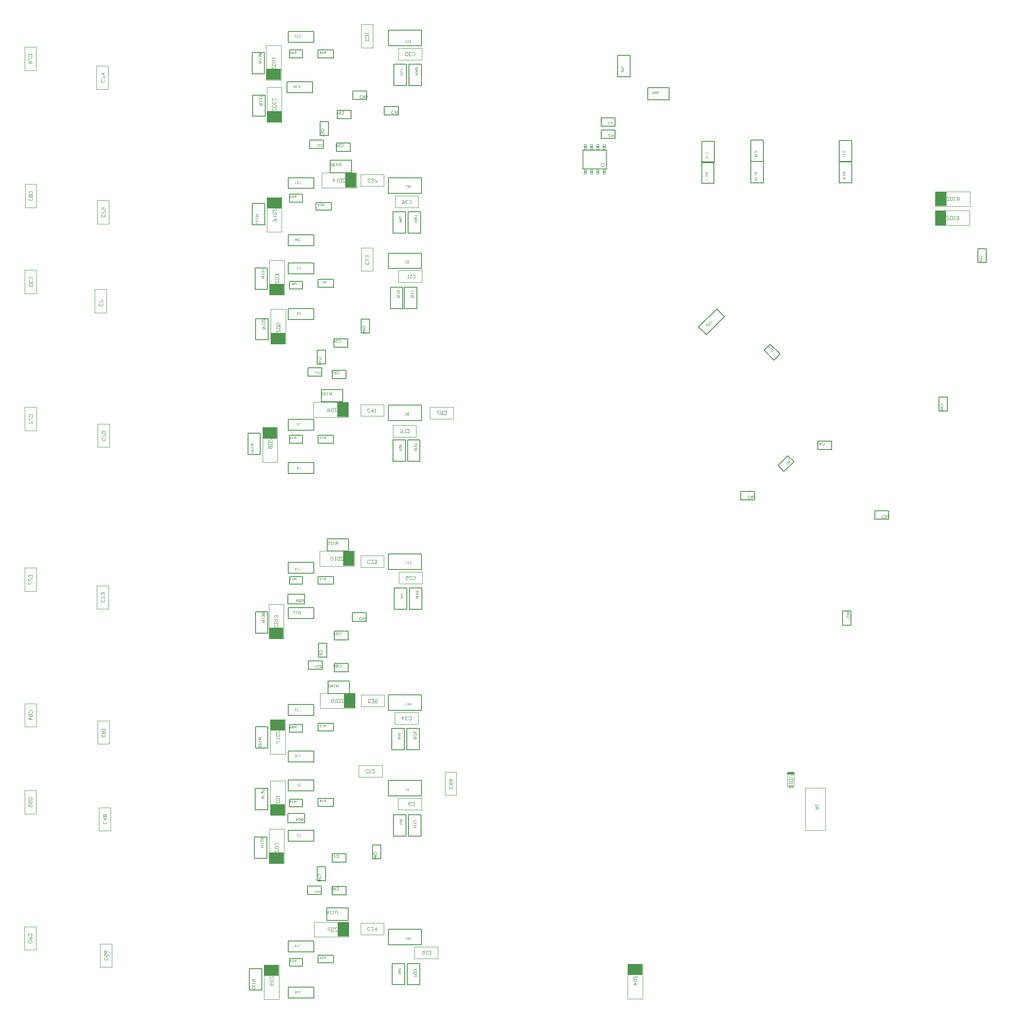
<source format=gbr>
%TF.GenerationSoftware,Altium Limited,Altium Designer,21.6.4 (81)*%
G04 Layer_Color=32768*
%FSLAX43Y43*%
%MOMM*%
%TF.SameCoordinates,B094594F-E5AE-4C03-B854-EF891E02AD71*%
%TF.FilePolarity,Positive*%
%TF.FileFunction,Other,Bottom_Assembly*%
%TF.Part,Single*%
G01*
G75*
%TA.AperFunction,NonConductor*%
%ADD156C,0.200*%
%ADD207C,0.100*%
%ADD228R,2.250X3.000*%
%ADD229R,3.000X2.250*%
%ADD230R,1.375X0.575*%
G36*
X93739Y34951D02*
X93759Y34947D01*
X93776Y34942D01*
X93791Y34936D01*
X93803Y34930D01*
X93813Y34925D01*
X93818Y34921D01*
X93819Y34920D01*
X93820D01*
X93835Y34907D01*
X93848Y34893D01*
X93858Y34879D01*
X93867Y34865D01*
X93874Y34852D01*
X93878Y34841D01*
X93880Y34837D01*
X93881Y34834D01*
X93882Y34832D01*
Y34831D01*
X93889Y34848D01*
X93898Y34862D01*
X93906Y34874D01*
X93914Y34884D01*
X93922Y34892D01*
X93927Y34897D01*
X93931Y34901D01*
X93933Y34902D01*
X93946Y34910D01*
X93959Y34916D01*
X93972Y34920D01*
X93984Y34923D01*
X93995Y34925D01*
X94003Y34926D01*
X94009D01*
X94009D01*
X94010D01*
X94023Y34925D01*
X94035Y34924D01*
X94058Y34917D01*
X94079Y34909D01*
X94096Y34900D01*
X94110Y34891D01*
X94116Y34886D01*
X94121Y34882D01*
X94125Y34879D01*
X94128Y34876D01*
X94129Y34875D01*
X94130Y34874D01*
X94138Y34864D01*
X94146Y34854D01*
X94153Y34843D01*
X94158Y34831D01*
X94167Y34809D01*
X94172Y34787D01*
X94175Y34778D01*
X94176Y34769D01*
X94177Y34760D01*
X94178Y34753D01*
X94179Y34747D01*
Y34739D01*
X94178Y34724D01*
X94177Y34709D01*
X94171Y34684D01*
X94168Y34672D01*
X94164Y34660D01*
X94159Y34650D01*
X94155Y34641D01*
X94150Y34634D01*
X94145Y34626D01*
X94142Y34620D01*
X94138Y34615D01*
X94135Y34611D01*
X94132Y34609D01*
X94132Y34607D01*
X94131Y34606D01*
X94121Y34598D01*
X94112Y34589D01*
X94102Y34583D01*
X94092Y34577D01*
X94072Y34568D01*
X94054Y34562D01*
X94038Y34559D01*
X94031Y34558D01*
X94025Y34557D01*
X94020Y34556D01*
X94016D01*
X94014D01*
X94013D01*
X93997Y34557D01*
X93981Y34560D01*
X93967Y34563D01*
X93955Y34568D01*
X93946Y34572D01*
X93938Y34575D01*
X93935Y34578D01*
X93933Y34579D01*
X93922Y34589D01*
X93911Y34600D01*
X93902Y34612D01*
X93895Y34624D01*
X93889Y34635D01*
X93886Y34644D01*
X93884Y34647D01*
X93883Y34650D01*
X93882Y34651D01*
Y34652D01*
X93875Y34631D01*
X93867Y34613D01*
X93857Y34598D01*
X93848Y34585D01*
X93838Y34574D01*
X93831Y34567D01*
X93826Y34563D01*
X93825Y34562D01*
X93825D01*
X93808Y34551D01*
X93790Y34543D01*
X93774Y34537D01*
X93757Y34534D01*
X93742Y34532D01*
X93736Y34531D01*
X93730D01*
X93727Y34530D01*
X93723D01*
X93721D01*
X93720D01*
X93705Y34531D01*
X93690Y34533D01*
X93677Y34536D01*
X93663Y34539D01*
X93640Y34549D01*
X93629Y34553D01*
X93619Y34559D01*
X93610Y34564D01*
X93603Y34569D01*
X93596Y34574D01*
X93591Y34578D01*
X93586Y34582D01*
X93583Y34585D01*
X93581Y34586D01*
X93580Y34587D01*
X93570Y34598D01*
X93562Y34611D01*
X93555Y34623D01*
X93548Y34636D01*
X93543Y34648D01*
X93539Y34661D01*
X93532Y34686D01*
X93530Y34697D01*
X93528Y34708D01*
X93527Y34717D01*
X93526Y34725D01*
X93525Y34732D01*
Y34741D01*
X93526Y34758D01*
X93528Y34774D01*
X93531Y34790D01*
X93533Y34805D01*
X93538Y34818D01*
X93543Y34831D01*
X93547Y34843D01*
X93553Y34853D01*
X93558Y34862D01*
X93563Y34870D01*
X93568Y34877D01*
X93572Y34883D01*
X93575Y34888D01*
X93578Y34891D01*
X93580Y34893D01*
X93580Y34893D01*
X93592Y34904D01*
X93603Y34913D01*
X93614Y34920D01*
X93626Y34927D01*
X93637Y34933D01*
X93649Y34938D01*
X93670Y34944D01*
X93680Y34947D01*
X93690Y34949D01*
X93698Y34950D01*
X93704Y34951D01*
X93710Y34952D01*
X93715D01*
X93717D01*
X93718D01*
X93739Y34951D01*
D02*
G37*
G36*
X93612Y34132D02*
X93628Y34143D01*
X93634Y34148D01*
X93641Y34153D01*
X93646Y34157D01*
X93650Y34161D01*
X93653Y34164D01*
X93654Y34165D01*
X93658Y34170D01*
X93663Y34175D01*
X93675Y34188D01*
X93689Y34203D01*
X93702Y34219D01*
X93715Y34233D01*
X93720Y34240D01*
X93726Y34245D01*
X93729Y34250D01*
X93732Y34254D01*
X93734Y34255D01*
X93735Y34256D01*
X93748Y34271D01*
X93760Y34286D01*
X93772Y34299D01*
X93782Y34311D01*
X93792Y34322D01*
X93801Y34331D01*
X93810Y34341D01*
X93817Y34348D01*
X93825Y34355D01*
X93830Y34361D01*
X93835Y34366D01*
X93839Y34370D01*
X93845Y34375D01*
X93847Y34377D01*
X93862Y34390D01*
X93876Y34401D01*
X93890Y34410D01*
X93901Y34417D01*
X93911Y34423D01*
X93919Y34427D01*
X93923Y34428D01*
X93925Y34429D01*
X93939Y34435D01*
X93953Y34439D01*
X93966Y34442D01*
X93977Y34444D01*
X93987Y34445D01*
X93995Y34446D01*
X93999D01*
X94001D01*
X94015Y34445D01*
X94028Y34443D01*
X94041Y34441D01*
X94052Y34438D01*
X94074Y34428D01*
X94092Y34419D01*
X94100Y34414D01*
X94107Y34409D01*
X94113Y34404D01*
X94118Y34400D01*
X94121Y34396D01*
X94125Y34394D01*
X94126Y34392D01*
X94127Y34391D01*
X94136Y34381D01*
X94144Y34370D01*
X94151Y34358D01*
X94156Y34346D01*
X94166Y34322D01*
X94172Y34298D01*
X94174Y34288D01*
X94176Y34278D01*
X94177Y34268D01*
X94178Y34261D01*
X94179Y34255D01*
Y34245D01*
X94178Y34229D01*
X94177Y34213D01*
X94174Y34198D01*
X94171Y34184D01*
X94168Y34171D01*
X94164Y34159D01*
X94159Y34148D01*
X94155Y34138D01*
X94150Y34129D01*
X94145Y34121D01*
X94142Y34115D01*
X94138Y34109D01*
X94135Y34105D01*
X94132Y34102D01*
X94132Y34100D01*
X94131Y34099D01*
X94121Y34090D01*
X94111Y34082D01*
X94100Y34073D01*
X94089Y34067D01*
X94067Y34056D01*
X94045Y34048D01*
X94034Y34046D01*
X94024Y34043D01*
X94016Y34041D01*
X94009Y34039D01*
X94002Y34038D01*
X93997D01*
X93995Y34037D01*
X93994D01*
X93985Y34118D01*
X94007Y34120D01*
X94025Y34123D01*
X94042Y34129D01*
X94055Y34135D01*
X94066Y34141D01*
X94073Y34146D01*
X94078Y34150D01*
X94080Y34152D01*
X94091Y34166D01*
X94099Y34181D01*
X94106Y34196D01*
X94109Y34210D01*
X94112Y34223D01*
X94113Y34234D01*
X94114Y34238D01*
Y34243D01*
X94113Y34263D01*
X94109Y34280D01*
X94104Y34295D01*
X94098Y34308D01*
X94092Y34318D01*
X94087Y34325D01*
X94083Y34329D01*
X94082Y34331D01*
X94069Y34342D01*
X94056Y34351D01*
X94043Y34357D01*
X94030Y34361D01*
X94020Y34364D01*
X94010Y34365D01*
X94005Y34366D01*
X94004D01*
X94003D01*
X93986Y34364D01*
X93969Y34360D01*
X93953Y34353D01*
X93938Y34347D01*
X93926Y34340D01*
X93916Y34333D01*
X93912Y34331D01*
X93910Y34329D01*
X93909Y34328D01*
X93908D01*
X93898Y34320D01*
X93887Y34311D01*
X93876Y34301D01*
X93865Y34290D01*
X93843Y34267D01*
X93821Y34243D01*
X93811Y34231D01*
X93801Y34221D01*
X93793Y34211D01*
X93786Y34203D01*
X93780Y34196D01*
X93776Y34191D01*
X93773Y34187D01*
X93772Y34186D01*
X93752Y34163D01*
X93734Y34142D01*
X93717Y34124D01*
X93703Y34110D01*
X93691Y34098D01*
X93683Y34090D01*
X93678Y34085D01*
X93677Y34084D01*
X93676D01*
X93660Y34071D01*
X93645Y34060D01*
X93630Y34051D01*
X93617Y34044D01*
X93606Y34038D01*
X93598Y34035D01*
X93592Y34033D01*
X93592Y34032D01*
X93591D01*
X93580Y34028D01*
X93571Y34026D01*
X93562Y34024D01*
X93554Y34023D01*
X93546Y34022D01*
X93541D01*
X93537D01*
X93536D01*
Y34447D01*
X93612D01*
Y34132D01*
D02*
G37*
G36*
X94179Y33781D02*
X94163Y33772D01*
X94148Y33762D01*
X94133Y33750D01*
X94120Y33739D01*
X94109Y33728D01*
X94100Y33719D01*
X94097Y33716D01*
X94095Y33713D01*
X94094Y33712D01*
X94093Y33711D01*
X94077Y33692D01*
X94062Y33672D01*
X94049Y33654D01*
X94039Y33635D01*
X94030Y33619D01*
X94026Y33613D01*
X94023Y33607D01*
X94021Y33603D01*
X94020Y33599D01*
X94018Y33597D01*
Y33596D01*
X93942D01*
X93948Y33610D01*
X93954Y33624D01*
X93960Y33638D01*
X93967Y33651D01*
X93972Y33662D01*
X93977Y33671D01*
X93981Y33677D01*
X93982Y33678D01*
Y33679D01*
X93992Y33695D01*
X94002Y33710D01*
X94011Y33723D01*
X94020Y33733D01*
X94026Y33742D01*
X94032Y33748D01*
X94035Y33753D01*
X94036Y33753D01*
X93536D01*
Y33832D01*
X94179D01*
Y33781D01*
D02*
G37*
G36*
X93710Y33376D02*
X93728Y33363D01*
X93745Y33351D01*
X93759Y33339D01*
X93772Y33329D01*
X93781Y33320D01*
X93788Y33312D01*
X93793Y33308D01*
X93795Y33306D01*
X93800Y33299D01*
X93807Y33290D01*
X93817Y33274D01*
X93821Y33266D01*
X93825Y33261D01*
X93826Y33257D01*
X93827Y33255D01*
X93830Y33272D01*
X93833Y33287D01*
X93837Y33301D01*
X93841Y33315D01*
X93846Y33327D01*
X93851Y33338D01*
X93856Y33348D01*
X93861Y33358D01*
X93866Y33365D01*
X93871Y33373D01*
X93874Y33378D01*
X93878Y33383D01*
X93881Y33386D01*
X93884Y33389D01*
X93885Y33390D01*
X93886Y33391D01*
X93895Y33398D01*
X93904Y33406D01*
X93923Y33417D01*
X93943Y33424D01*
X93961Y33430D01*
X93977Y33434D01*
X93984Y33434D01*
X93990D01*
X93995Y33435D01*
X93998D01*
X94000D01*
X94001D01*
X94021Y33434D01*
X94038Y33432D01*
X94055Y33427D01*
X94069Y33422D01*
X94081Y33417D01*
X94090Y33413D01*
X94095Y33410D01*
X94096Y33409D01*
X94097D01*
X94112Y33397D01*
X94125Y33386D01*
X94136Y33374D01*
X94144Y33363D01*
X94151Y33353D01*
X94155Y33345D01*
X94157Y33339D01*
X94158Y33338D01*
Y33337D01*
X94161Y33329D01*
X94164Y33319D01*
X94168Y33299D01*
X94171Y33276D01*
X94174Y33256D01*
X94175Y33237D01*
Y33228D01*
X94176Y33221D01*
Y32924D01*
X93536D01*
Y33009D01*
X93820D01*
Y33118D01*
X93819Y33128D01*
Y33136D01*
X93818Y33142D01*
X93817Y33147D01*
Y33151D01*
X93816Y33152D01*
Y33153D01*
X93812Y33168D01*
X93809Y33175D01*
X93806Y33180D01*
X93803Y33186D01*
X93801Y33189D01*
X93800Y33191D01*
X93800Y33192D01*
X93794Y33200D01*
X93788Y33207D01*
X93774Y33221D01*
X93767Y33227D01*
X93762Y33232D01*
X93758Y33235D01*
X93757Y33236D01*
X93744Y33245D01*
X93730Y33255D01*
X93715Y33265D01*
X93702Y33275D01*
X93689Y33284D01*
X93678Y33290D01*
X93675Y33293D01*
X93672Y33295D01*
X93670Y33297D01*
X93669D01*
X93536Y33381D01*
Y33486D01*
X93710Y33376D01*
D02*
G37*
G36*
X196419Y134153D02*
X196430Y134152D01*
X196439Y134150D01*
X196446Y134149D01*
X196450Y134148D01*
X196451D01*
X196452Y134147D01*
X196464Y134143D01*
X196476Y134137D01*
X196486Y134131D01*
X196496Y134124D01*
X196503Y134119D01*
X196510Y134113D01*
X196514Y134109D01*
X196527Y134093D01*
X196538Y134078D01*
X196546Y134064D01*
X196552Y134051D01*
X196555Y134039D01*
X196557Y134034D01*
X196557Y134029D01*
X196558Y134026D01*
X196559Y134023D01*
X196558Y134022D01*
X196559Y134021D01*
X196560Y134004D01*
X196558Y133986D01*
X196555Y133969D01*
X196550Y133954D01*
X196546Y133941D01*
X196544Y133936D01*
X196542Y133931D01*
X196540Y133927D01*
X196539Y133924D01*
X196538Y133923D01*
X196538Y133922D01*
X196532Y133912D01*
X196526Y133902D01*
X196512Y133882D01*
X196498Y133862D01*
X196483Y133844D01*
X196476Y133836D01*
X196469Y133828D01*
X196463Y133822D01*
X196458Y133816D01*
X196454Y133812D01*
X196450Y133808D01*
X196448Y133806D01*
X196447Y133805D01*
X196429Y133788D01*
X196410Y133771D01*
X196393Y133757D01*
X196376Y133745D01*
X196360Y133734D01*
X196345Y133725D01*
X196330Y133718D01*
X196318Y133711D01*
X196306Y133706D01*
X196295Y133703D01*
X196287Y133699D01*
X196279Y133697D01*
X196272Y133695D01*
X196268Y133694D01*
X196266Y133694D01*
X196265D01*
X196253Y133693D01*
X196241Y133694D01*
X196229Y133695D01*
X196218Y133698D01*
X196207Y133701D01*
X196197Y133705D01*
X196188Y133709D01*
X196180Y133713D01*
X196172Y133718D01*
X196165Y133723D01*
X196159Y133727D01*
X196154Y133731D01*
X196150Y133734D01*
X196145Y133739D01*
X196132Y133754D01*
X196121Y133769D01*
X196114Y133784D01*
X196108Y133797D01*
X196104Y133809D01*
X196103Y133813D01*
X196102Y133817D01*
X196101Y133821D01*
X196100Y133823D01*
X196101Y133825D01*
X196100Y133825D01*
X196100Y133844D01*
X196102Y133861D01*
X196105Y133878D01*
X196109Y133893D01*
X196114Y133906D01*
X196116Y133912D01*
X196118Y133916D01*
X196120Y133920D01*
X196121Y133923D01*
X196121Y133925D01*
X196122Y133925D01*
X196127Y133936D01*
X196133Y133946D01*
X196146Y133965D01*
X196161Y133985D01*
X196176Y134004D01*
X196183Y134011D01*
X196189Y134019D01*
X196196Y134025D01*
X196201Y134031D01*
X196205Y134035D01*
X196209Y134039D01*
X196211Y134041D01*
X196211Y134042D01*
X196221Y134052D01*
X196231Y134061D01*
X196239Y134069D01*
X196248Y134077D01*
X196257Y134083D01*
X196265Y134090D01*
X196271Y134096D01*
X196278Y134100D01*
X196284Y134105D01*
X196290Y134109D01*
X196294Y134112D01*
X196298Y134114D01*
X196301Y134116D01*
X196303Y134117D01*
X196304Y134118D01*
X196305Y134119D01*
X196319Y134127D01*
X196334Y134134D01*
X196347Y134138D01*
X196358Y134143D01*
X196368Y134146D01*
X196375Y134149D01*
X196380Y134149D01*
X196381Y134150D01*
X196395Y134152D01*
X196407Y134153D01*
X196419Y134153D01*
D02*
G37*
G36*
X196775Y133848D02*
X196772Y133834D01*
X196769Y133820D01*
X196767Y133804D01*
X196766Y133791D01*
Y133778D01*
X196766Y133768D01*
X196766Y133765D01*
Y133762D01*
Y133761D01*
Y133759D01*
X196768Y133740D01*
X196771Y133720D01*
X196774Y133703D01*
X196779Y133686D01*
X196783Y133672D01*
X196784Y133666D01*
X196786Y133662D01*
X196787Y133658D01*
X196788Y133655D01*
Y133653D01*
X196789Y133652D01*
X196746Y133609D01*
X196741Y133620D01*
X196737Y133632D01*
X196733Y133643D01*
X196729Y133654D01*
X196726Y133664D01*
X196723Y133672D01*
X196722Y133677D01*
Y133678D01*
X196722Y133678D01*
X196718Y133694D01*
X196716Y133708D01*
X196714Y133720D01*
X196712Y133731D01*
X196711Y133740D01*
Y133746D01*
X196710Y133751D01*
Y133752D01*
X196428Y133469D01*
X196383Y133513D01*
X196746Y133877D01*
X196775Y133848D01*
D02*
G37*
G36*
X196973Y133589D02*
X196978D01*
X196983D01*
X196987Y133588D01*
X196988Y133588D01*
X196989D01*
X197002Y133585D01*
X197014Y133582D01*
X197025Y133579D01*
X197035Y133574D01*
X197056Y133563D01*
X197073Y133552D01*
X197081Y133547D01*
X197088Y133542D01*
X197094Y133536D01*
X197099Y133532D01*
X197103Y133529D01*
X197109Y133524D01*
X197125Y133505D01*
X197139Y133486D01*
X197150Y133468D01*
X197155Y133459D01*
X197159Y133451D01*
X197163Y133443D01*
X197166Y133436D01*
X197169Y133430D01*
X197171Y133424D01*
X197172Y133420D01*
X197173Y133417D01*
X197175Y133415D01*
Y133414D01*
X197180Y133391D01*
X197181Y133369D01*
Y133348D01*
X197180Y133328D01*
X197177Y133312D01*
X197176Y133305D01*
X197174Y133300D01*
X197173Y133295D01*
X197172Y133292D01*
X197171Y133290D01*
Y133289D01*
X197162Y133265D01*
X197151Y133243D01*
X197138Y133223D01*
X197125Y133205D01*
X197120Y133197D01*
X197113Y133190D01*
X197109Y133184D01*
X197103Y133179D01*
X197100Y133175D01*
X197097Y133171D01*
X197095Y133169D01*
X197095Y133169D01*
X197075Y133151D01*
X197054Y133135D01*
X197035Y133121D01*
X197026Y133116D01*
X197017Y133110D01*
X197009Y133106D01*
X197002Y133102D01*
X196995Y133098D01*
X196989Y133095D01*
X196985Y133094D01*
X196982Y133092D01*
X196979Y133091D01*
X196979Y133090D01*
X196955Y133083D01*
X196932Y133077D01*
X196911Y133075D01*
X196901D01*
X196892Y133074D01*
X196884D01*
X196876Y133075D01*
X196869Y133075D01*
X196864Y133076D01*
X196860D01*
X196856Y133077D01*
X196855Y133077D01*
X196854D01*
X196842Y133081D01*
X196831Y133084D01*
X196810Y133094D01*
X196790Y133106D01*
X196772Y133118D01*
X196764Y133124D01*
X196756Y133130D01*
X196750Y133135D01*
X196745Y133140D01*
X196741Y133143D01*
X196735Y133149D01*
X196725Y133160D01*
X196716Y133171D01*
X196708Y133181D01*
X196701Y133192D01*
X196695Y133203D01*
X196690Y133214D01*
X196685Y133224D01*
X196682Y133234D01*
X196679Y133242D01*
X196675Y133250D01*
X196674Y133257D01*
X196672Y133264D01*
X196672Y133269D01*
X196670Y133272D01*
Y133274D01*
Y133275D01*
X196669Y133289D01*
Y133302D01*
X196671Y133315D01*
X196672Y133328D01*
X196677Y133352D01*
X196685Y133374D01*
X196688Y133384D01*
X196692Y133393D01*
X196696Y133400D01*
X196699Y133407D01*
X196702Y133412D01*
X196704Y133417D01*
X196705Y133419D01*
X196706Y133420D01*
X196766Y133384D01*
X196760Y133373D01*
X196754Y133363D01*
X196750Y133353D01*
X196745Y133343D01*
X196742Y133334D01*
X196740Y133326D01*
X196739Y133317D01*
X196737Y133309D01*
X196735Y133302D01*
Y133296D01*
X196735Y133290D01*
X196734Y133285D01*
X196735Y133282D01*
Y133279D01*
Y133278D01*
Y133277D01*
X196736Y133267D01*
X196739Y133258D01*
X196744Y133241D01*
X196751Y133226D01*
X196760Y133212D01*
X196767Y133201D01*
X196770Y133197D01*
X196774Y133193D01*
X196776Y133189D01*
X196780Y133186D01*
X196792Y133174D01*
X196806Y133165D01*
X196819Y133157D01*
X196832Y133151D01*
X196842Y133146D01*
X196847Y133145D01*
X196850Y133143D01*
X196854Y133142D01*
X196856Y133142D01*
X196858Y133141D01*
X196858Y133141D01*
X196876Y133138D01*
X196892Y133138D01*
X196908Y133139D01*
X196922Y133142D01*
X196934Y133144D01*
X196943Y133147D01*
X196947Y133149D01*
X196950Y133150D01*
X196951Y133150D01*
X196952Y133151D01*
X196970Y133160D01*
X196986Y133170D01*
X197003Y133181D01*
X197017Y133192D01*
X197023Y133198D01*
X197029Y133202D01*
X197033Y133207D01*
X197038Y133210D01*
X197041Y133213D01*
X197043Y133216D01*
X197045Y133217D01*
X197045Y133218D01*
X197058Y133232D01*
X197070Y133246D01*
X197079Y133259D01*
X197088Y133272D01*
X197095Y133282D01*
X197098Y133287D01*
X197100Y133291D01*
X197102Y133294D01*
X197103Y133296D01*
X197103Y133298D01*
X197104Y133298D01*
X197111Y133316D01*
X197116Y133332D01*
X197119Y133348D01*
X197120Y133362D01*
X197120Y133374D01*
X197120Y133383D01*
X197119Y133389D01*
X197119Y133391D01*
X197119Y133392D01*
X197114Y133409D01*
X197108Y133427D01*
X197100Y133442D01*
X197091Y133455D01*
X197083Y133466D01*
X197079Y133471D01*
X197075Y133475D01*
X197073Y133478D01*
X197069Y133482D01*
X197055Y133494D01*
X197041Y133504D01*
X197028Y133511D01*
X197016Y133517D01*
X197006Y133520D01*
X196998Y133523D01*
X196993Y133524D01*
X196991D01*
X196974Y133524D01*
X196958Y133523D01*
X196942Y133520D01*
X196927Y133516D01*
X196915Y133512D01*
X196909Y133509D01*
X196905Y133507D01*
X196901Y133505D01*
X196898Y133504D01*
X196896Y133504D01*
X196896Y133503D01*
X196860Y133561D01*
X196872Y133568D01*
X196884Y133573D01*
X196896Y133577D01*
X196907Y133581D01*
X196918Y133583D01*
X196929Y133585D01*
X196940Y133587D01*
X196949Y133588D01*
X196958D01*
X196965Y133589D01*
X196973D01*
D02*
G37*
G36*
X93750Y55113D02*
X93466D01*
Y55003D01*
X93467Y54993D01*
Y54986D01*
X93468Y54979D01*
X93469Y54975D01*
Y54971D01*
X93470Y54969D01*
Y54968D01*
X93474Y54954D01*
X93477Y54947D01*
X93480Y54942D01*
X93483Y54936D01*
X93485Y54932D01*
X93486Y54930D01*
X93487Y54929D01*
X93492Y54922D01*
X93499Y54915D01*
X93512Y54901D01*
X93519Y54894D01*
X93524Y54890D01*
X93528Y54887D01*
X93529Y54886D01*
X93542Y54877D01*
X93556Y54867D01*
X93571Y54856D01*
X93585Y54846D01*
X93597Y54838D01*
X93608Y54831D01*
X93611Y54829D01*
X93614Y54827D01*
X93616Y54825D01*
X93617D01*
X93750Y54741D01*
Y54635D01*
X93576Y54746D01*
X93558Y54758D01*
X93541Y54770D01*
X93527Y54782D01*
X93514Y54793D01*
X93505Y54802D01*
X93498Y54809D01*
X93493Y54814D01*
X93491Y54816D01*
X93486Y54823D01*
X93479Y54831D01*
X93469Y54848D01*
X93465Y54856D01*
X93462Y54861D01*
X93460Y54865D01*
X93459Y54867D01*
X93456Y54850D01*
X93453Y54834D01*
X93449Y54820D01*
X93445Y54807D01*
X93440Y54795D01*
X93435Y54783D01*
X93430Y54773D01*
X93425Y54764D01*
X93420Y54757D01*
X93415Y54749D01*
X93412Y54744D01*
X93408Y54739D01*
X93405Y54735D01*
X93402Y54733D01*
X93401Y54732D01*
X93401Y54731D01*
X93391Y54723D01*
X93382Y54716D01*
X93363Y54705D01*
X93343Y54697D01*
X93325Y54692D01*
X93309Y54688D01*
X93303Y54687D01*
X93296D01*
X93291Y54686D01*
X93288D01*
X93286D01*
X93285D01*
X93266Y54687D01*
X93248Y54690D01*
X93231Y54695D01*
X93217Y54699D01*
X93205Y54705D01*
X93196Y54709D01*
X93191Y54712D01*
X93190Y54713D01*
X93189D01*
X93174Y54724D01*
X93161Y54735D01*
X93150Y54747D01*
X93142Y54758D01*
X93135Y54769D01*
X93131Y54777D01*
X93129Y54782D01*
X93128Y54783D01*
Y54784D01*
X93125Y54793D01*
X93122Y54803D01*
X93118Y54823D01*
X93115Y54845D01*
X93112Y54866D01*
X93111Y54885D01*
Y54893D01*
X93110Y54901D01*
Y55198D01*
X93750D01*
Y55113D01*
D02*
G37*
G36*
X93339Y54512D02*
X93332Y54498D01*
X93326Y54484D01*
X93319Y54471D01*
X93314Y54460D01*
X93309Y54451D01*
X93305Y54445D01*
X93304Y54444D01*
Y54443D01*
X93294Y54427D01*
X93284Y54412D01*
X93275Y54399D01*
X93266Y54389D01*
X93260Y54379D01*
X93254Y54374D01*
X93251Y54369D01*
X93250Y54368D01*
X93750D01*
Y54290D01*
X93107D01*
Y54341D01*
X93123Y54350D01*
X93138Y54360D01*
X93153Y54372D01*
X93166Y54383D01*
X93177Y54394D01*
X93186Y54402D01*
X93189Y54406D01*
X93192Y54409D01*
X93192Y54410D01*
X93193Y54411D01*
X93209Y54430D01*
X93224Y54450D01*
X93237Y54468D01*
X93247Y54487D01*
X93256Y54502D01*
X93260Y54509D01*
X93263Y54514D01*
X93266Y54519D01*
X93266Y54523D01*
X93268Y54525D01*
Y54525D01*
X93344D01*
X93339Y54512D01*
D02*
G37*
G36*
X93597Y53837D02*
X93750D01*
Y53758D01*
X93597D01*
Y53671D01*
X93524D01*
Y53758D01*
X93110D01*
Y53822D01*
X93524Y54115D01*
X93597D01*
Y53837D01*
D02*
G37*
G36*
X93750Y53177D02*
X93674D01*
Y53493D01*
X93658Y53482D01*
X93652Y53476D01*
X93646Y53471D01*
X93640Y53467D01*
X93636Y53463D01*
X93634Y53460D01*
X93633Y53459D01*
X93628Y53455D01*
X93623Y53449D01*
X93611Y53436D01*
X93597Y53422D01*
X93584Y53406D01*
X93572Y53391D01*
X93566Y53385D01*
X93560Y53379D01*
X93557Y53374D01*
X93554Y53371D01*
X93552Y53369D01*
X93551Y53368D01*
X93538Y53353D01*
X93526Y53338D01*
X93514Y53325D01*
X93504Y53313D01*
X93494Y53302D01*
X93485Y53293D01*
X93476Y53284D01*
X93469Y53276D01*
X93462Y53269D01*
X93456Y53263D01*
X93451Y53259D01*
X93447Y53254D01*
X93441Y53250D01*
X93439Y53248D01*
X93424Y53235D01*
X93410Y53224D01*
X93396Y53214D01*
X93385Y53207D01*
X93375Y53201D01*
X93367Y53198D01*
X93363Y53196D01*
X93361Y53195D01*
X93347Y53189D01*
X93333Y53186D01*
X93320Y53182D01*
X93309Y53180D01*
X93299Y53179D01*
X93291Y53178D01*
X93287D01*
X93285D01*
X93271Y53179D01*
X93258Y53181D01*
X93245Y53183D01*
X93234Y53187D01*
X93212Y53196D01*
X93194Y53205D01*
X93186Y53211D01*
X93180Y53215D01*
X93173Y53220D01*
X93168Y53225D01*
X93165Y53228D01*
X93161Y53230D01*
X93160Y53232D01*
X93159Y53233D01*
X93150Y53243D01*
X93142Y53254D01*
X93135Y53266D01*
X93130Y53278D01*
X93120Y53302D01*
X93114Y53326D01*
X93112Y53336D01*
X93110Y53347D01*
X93109Y53356D01*
X93108Y53363D01*
X93107Y53370D01*
Y53379D01*
X93108Y53396D01*
X93109Y53411D01*
X93112Y53426D01*
X93115Y53440D01*
X93119Y53453D01*
X93122Y53465D01*
X93127Y53476D01*
X93131Y53486D01*
X93136Y53495D01*
X93141Y53503D01*
X93144Y53509D01*
X93148Y53515D01*
X93151Y53520D01*
X93154Y53522D01*
X93155Y53524D01*
X93156Y53525D01*
X93165Y53534D01*
X93175Y53543D01*
X93186Y53551D01*
X93197Y53557D01*
X93219Y53569D01*
X93242Y53576D01*
X93252Y53579D01*
X93262Y53581D01*
X93270Y53583D01*
X93278Y53585D01*
X93284Y53586D01*
X93289D01*
X93291Y53587D01*
X93292D01*
X93301Y53507D01*
X93279Y53505D01*
X93261Y53501D01*
X93244Y53495D01*
X93231Y53489D01*
X93220Y53483D01*
X93213Y53478D01*
X93208Y53474D01*
X93206Y53472D01*
X93195Y53459D01*
X93187Y53444D01*
X93180Y53428D01*
X93177Y53414D01*
X93174Y53401D01*
X93173Y53390D01*
X93172Y53386D01*
Y53381D01*
X93173Y53361D01*
X93177Y53344D01*
X93182Y53329D01*
X93188Y53316D01*
X93194Y53306D01*
X93199Y53299D01*
X93203Y53295D01*
X93205Y53293D01*
X93217Y53282D01*
X93230Y53274D01*
X93243Y53267D01*
X93256Y53263D01*
X93266Y53261D01*
X93276Y53260D01*
X93281Y53259D01*
X93282D01*
X93283D01*
X93300Y53261D01*
X93317Y53264D01*
X93333Y53271D01*
X93348Y53277D01*
X93360Y53285D01*
X93370Y53291D01*
X93374Y53293D01*
X93376Y53295D01*
X93377Y53297D01*
X93378D01*
X93389Y53304D01*
X93399Y53313D01*
X93410Y53324D01*
X93421Y53335D01*
X93443Y53358D01*
X93465Y53381D01*
X93475Y53393D01*
X93485Y53403D01*
X93493Y53413D01*
X93500Y53422D01*
X93506Y53428D01*
X93511Y53434D01*
X93513Y53437D01*
X93514Y53438D01*
X93534Y53461D01*
X93552Y53483D01*
X93569Y53500D01*
X93583Y53514D01*
X93595Y53526D01*
X93603Y53534D01*
X93609Y53539D01*
X93609Y53541D01*
X93610D01*
X93626Y53554D01*
X93641Y53564D01*
X93656Y53573D01*
X93669Y53581D01*
X93680Y53586D01*
X93688Y53590D01*
X93694Y53592D01*
X93695Y53593D01*
X93695D01*
X93706Y53596D01*
X93715Y53598D01*
X93724Y53600D01*
X93732Y53601D01*
X93740Y53602D01*
X93745D01*
X93749D01*
X93750D01*
Y53177D01*
D02*
G37*
G36*
X93143Y160747D02*
X92859D01*
Y160638D01*
X92860Y160628D01*
Y160621D01*
X92861Y160614D01*
X92862Y160610D01*
Y160606D01*
X92863Y160604D01*
Y160603D01*
X92867Y160588D01*
X92870Y160582D01*
X92873Y160576D01*
X92876Y160571D01*
X92878Y160567D01*
X92878Y160565D01*
X92879Y160564D01*
X92885Y160557D01*
X92891Y160550D01*
X92905Y160536D01*
X92912Y160529D01*
X92917Y160525D01*
X92921Y160522D01*
X92922Y160521D01*
X92935Y160512D01*
X92949Y160502D01*
X92964Y160491D01*
X92977Y160481D01*
X92990Y160473D01*
X93001Y160466D01*
X93004Y160464D01*
X93007Y160462D01*
X93009Y160460D01*
X93010D01*
X93143Y160376D01*
Y160270D01*
X92969Y160380D01*
X92951Y160393D01*
X92934Y160405D01*
X92920Y160417D01*
X92907Y160428D01*
X92898Y160437D01*
X92890Y160444D01*
X92886Y160449D01*
X92884Y160451D01*
X92878Y160458D01*
X92872Y160466D01*
X92862Y160483D01*
X92858Y160490D01*
X92854Y160496D01*
X92853Y160500D01*
X92852Y160502D01*
X92849Y160485D01*
X92846Y160469D01*
X92841Y160455D01*
X92838Y160441D01*
X92833Y160429D01*
X92828Y160418D01*
X92823Y160408D01*
X92818Y160399D01*
X92813Y160391D01*
X92808Y160384D01*
X92804Y160379D01*
X92801Y160374D01*
X92798Y160370D01*
X92795Y160367D01*
X92794Y160367D01*
X92793Y160366D01*
X92784Y160358D01*
X92775Y160351D01*
X92756Y160340D01*
X92736Y160332D01*
X92718Y160327D01*
X92702Y160323D01*
X92695Y160322D01*
X92689D01*
X92684Y160321D01*
X92681D01*
X92679D01*
X92678D01*
X92658Y160322D01*
X92641Y160325D01*
X92624Y160330D01*
X92610Y160334D01*
X92598Y160340D01*
X92589Y160343D01*
X92584Y160347D01*
X92583Y160348D01*
X92582D01*
X92567Y160359D01*
X92554Y160370D01*
X92543Y160382D01*
X92535Y160393D01*
X92528Y160404D01*
X92524Y160412D01*
X92522Y160417D01*
X92521Y160418D01*
Y160419D01*
X92518Y160428D01*
X92515Y160438D01*
X92510Y160458D01*
X92508Y160480D01*
X92505Y160501D01*
X92504Y160520D01*
Y160528D01*
X92503Y160536D01*
Y160833D01*
X93143D01*
Y160747D01*
D02*
G37*
G36*
X92731Y160146D02*
X92725Y160133D01*
X92719Y160119D01*
X92712Y160106D01*
X92706Y160095D01*
X92702Y160085D01*
X92698Y160080D01*
X92697Y160079D01*
Y160078D01*
X92687Y160061D01*
X92677Y160047D01*
X92668Y160034D01*
X92659Y160024D01*
X92653Y160014D01*
X92647Y160009D01*
X92644Y160004D01*
X92643Y160003D01*
X93143D01*
Y159925D01*
X92500D01*
Y159975D01*
X92516Y159985D01*
X92531Y159995D01*
X92546Y160007D01*
X92559Y160018D01*
X92570Y160029D01*
X92579Y160037D01*
X92582Y160041D01*
X92584Y160044D01*
X92585Y160045D01*
X92586Y160046D01*
X92602Y160065D01*
X92617Y160085D01*
X92630Y160103D01*
X92640Y160122D01*
X92649Y160137D01*
X92653Y160144D01*
X92656Y160149D01*
X92658Y160154D01*
X92659Y160158D01*
X92661Y160159D01*
Y160160D01*
X92737D01*
X92731Y160146D01*
D02*
G37*
G36*
X92989Y159472D02*
X93143D01*
Y159393D01*
X92989D01*
Y159306D01*
X92917D01*
Y159393D01*
X92503D01*
Y159457D01*
X92917Y159750D01*
X92989D01*
Y159472D01*
D02*
G37*
G36*
X92731Y159152D02*
X92725Y159138D01*
X92719Y159124D01*
X92712Y159111D01*
X92706Y159100D01*
X92702Y159091D01*
X92698Y159085D01*
X92697Y159084D01*
Y159083D01*
X92687Y159067D01*
X92677Y159052D01*
X92668Y159039D01*
X92659Y159029D01*
X92653Y159019D01*
X92647Y159014D01*
X92644Y159009D01*
X92643Y159008D01*
X93143D01*
Y158930D01*
X92500D01*
Y158981D01*
X92516Y158990D01*
X92531Y159000D01*
X92546Y159012D01*
X92559Y159023D01*
X92570Y159034D01*
X92579Y159043D01*
X92582Y159046D01*
X92584Y159049D01*
X92585Y159050D01*
X92586Y159051D01*
X92602Y159070D01*
X92617Y159090D01*
X92630Y159108D01*
X92640Y159127D01*
X92649Y159142D01*
X92653Y159149D01*
X92656Y159154D01*
X92658Y159159D01*
X92659Y159163D01*
X92661Y159165D01*
Y159166D01*
X92737D01*
X92731Y159152D01*
D02*
G37*
G36*
X108475Y65938D02*
X108485Y65923D01*
X108497Y65908D01*
X108508Y65896D01*
X108519Y65884D01*
X108527Y65875D01*
X108531Y65872D01*
X108534Y65870D01*
X108535Y65869D01*
X108536Y65868D01*
X108555Y65852D01*
X108575Y65837D01*
X108593Y65824D01*
X108611Y65814D01*
X108627Y65805D01*
X108634Y65801D01*
X108639Y65798D01*
X108644Y65796D01*
X108648Y65795D01*
X108649Y65793D01*
X108650D01*
Y65717D01*
X108636Y65723D01*
X108623Y65729D01*
X108609Y65736D01*
X108596Y65742D01*
X108585Y65748D01*
X108575Y65752D01*
X108570Y65756D01*
X108569Y65757D01*
X108568D01*
X108551Y65767D01*
X108537Y65777D01*
X108524Y65786D01*
X108513Y65795D01*
X108504Y65801D01*
X108499Y65807D01*
X108494Y65810D01*
X108493Y65811D01*
Y65311D01*
X108415D01*
Y65954D01*
X108465D01*
X108475Y65938D01*
D02*
G37*
G36*
X109322Y65311D02*
X109237D01*
Y65595D01*
X109128D01*
X109118Y65594D01*
X109111D01*
X109104Y65593D01*
X109100Y65592D01*
X109096D01*
X109094Y65591D01*
X109093D01*
X109078Y65587D01*
X109072Y65584D01*
X109066Y65581D01*
X109061Y65578D01*
X109057Y65577D01*
X109055Y65576D01*
X109054Y65575D01*
X109047Y65569D01*
X109040Y65563D01*
X109026Y65549D01*
X109019Y65542D01*
X109015Y65537D01*
X109012Y65533D01*
X109011Y65532D01*
X109002Y65519D01*
X108991Y65505D01*
X108981Y65491D01*
X108971Y65477D01*
X108963Y65464D01*
X108956Y65454D01*
X108954Y65450D01*
X108952Y65447D01*
X108950Y65445D01*
Y65444D01*
X108866Y65311D01*
X108760D01*
X108870Y65485D01*
X108883Y65504D01*
X108895Y65520D01*
X108907Y65534D01*
X108918Y65547D01*
X108927Y65556D01*
X108934Y65564D01*
X108939Y65568D01*
X108941Y65570D01*
X108948Y65576D01*
X108956Y65582D01*
X108973Y65592D01*
X108980Y65596D01*
X108986Y65600D01*
X108990Y65602D01*
X108991Y65602D01*
X108975Y65605D01*
X108959Y65608D01*
X108945Y65613D01*
X108931Y65616D01*
X108919Y65621D01*
X108908Y65626D01*
X108898Y65631D01*
X108889Y65636D01*
X108881Y65641D01*
X108874Y65646D01*
X108869Y65650D01*
X108864Y65653D01*
X108860Y65656D01*
X108857Y65659D01*
X108856Y65660D01*
X108856Y65661D01*
X108848Y65670D01*
X108841Y65679D01*
X108830Y65699D01*
X108822Y65718D01*
X108817Y65737D01*
X108813Y65752D01*
X108812Y65759D01*
Y65765D01*
X108811Y65770D01*
Y65773D01*
Y65775D01*
Y65776D01*
X108812Y65796D01*
X108815Y65813D01*
X108820Y65830D01*
X108824Y65844D01*
X108830Y65856D01*
X108833Y65865D01*
X108837Y65871D01*
X108838Y65871D01*
Y65872D01*
X108849Y65887D01*
X108860Y65900D01*
X108872Y65911D01*
X108883Y65920D01*
X108893Y65926D01*
X108902Y65930D01*
X108907Y65933D01*
X108908Y65933D01*
X108909D01*
X108918Y65936D01*
X108928Y65939D01*
X108948Y65944D01*
X108970Y65946D01*
X108991Y65949D01*
X109010Y65950D01*
X109018D01*
X109026Y65951D01*
X109322D01*
Y65311D01*
D02*
G37*
G36*
X108240Y65537D02*
Y65465D01*
X107962D01*
Y65311D01*
X107883D01*
Y65465D01*
X107796D01*
Y65537D01*
X107883D01*
Y65951D01*
X107947D01*
X108240Y65537D01*
D02*
G37*
G36*
X107532Y65952D02*
X107555Y65948D01*
X107574Y65942D01*
X107591Y65935D01*
X107605Y65928D01*
X107610Y65925D01*
X107615Y65921D01*
X107618Y65920D01*
X107621Y65918D01*
X107622Y65916D01*
X107623D01*
X107640Y65901D01*
X107654Y65884D01*
X107666Y65866D01*
X107675Y65849D01*
X107682Y65834D01*
X107686Y65827D01*
X107688Y65821D01*
X107690Y65816D01*
X107692Y65812D01*
X107692Y65810D01*
Y65810D01*
X107696Y65796D01*
X107700Y65782D01*
X107705Y65751D01*
X107710Y65721D01*
X107713Y65692D01*
X107714Y65678D01*
X107715Y65666D01*
Y65655D01*
X107716Y65645D01*
Y65638D01*
Y65631D01*
Y65627D01*
Y65626D01*
X107715Y65594D01*
X107713Y65564D01*
X107710Y65536D01*
X107705Y65510D01*
X107701Y65486D01*
X107695Y65465D01*
X107690Y65445D01*
X107684Y65429D01*
X107679Y65414D01*
X107672Y65401D01*
X107668Y65390D01*
X107663Y65381D01*
X107658Y65374D01*
X107655Y65369D01*
X107654Y65367D01*
X107653Y65366D01*
X107643Y65355D01*
X107631Y65344D01*
X107619Y65335D01*
X107607Y65328D01*
X107595Y65321D01*
X107583Y65316D01*
X107571Y65312D01*
X107560Y65308D01*
X107549Y65306D01*
X107539Y65304D01*
X107530Y65302D01*
X107522Y65301D01*
X107516Y65300D01*
X107507D01*
X107482Y65302D01*
X107459Y65306D01*
X107439Y65312D01*
X107423Y65319D01*
X107409Y65325D01*
X107404Y65329D01*
X107399Y65332D01*
X107396Y65333D01*
X107393Y65335D01*
X107392Y65337D01*
X107391D01*
X107374Y65353D01*
X107361Y65369D01*
X107349Y65388D01*
X107339Y65405D01*
X107332Y65420D01*
X107328Y65427D01*
X107326Y65433D01*
X107324Y65438D01*
X107323Y65442D01*
X107322Y65443D01*
Y65444D01*
X107317Y65458D01*
X107313Y65472D01*
X107308Y65502D01*
X107303Y65532D01*
X107300Y65562D01*
X107300Y65575D01*
X107299Y65587D01*
Y65598D01*
X107298Y65608D01*
Y65615D01*
Y65622D01*
Y65626D01*
Y65626D01*
Y65644D01*
X107299Y65661D01*
Y65675D01*
X107300Y65690D01*
X107301Y65703D01*
X107302Y65716D01*
X107303Y65727D01*
X107305Y65737D01*
X107306Y65747D01*
X107308Y65755D01*
X107309Y65761D01*
X107310Y65767D01*
X107311Y65772D01*
X107312Y65774D01*
X107312Y65776D01*
Y65777D01*
X107318Y65798D01*
X107324Y65816D01*
X107332Y65832D01*
X107337Y65846D01*
X107344Y65858D01*
X107348Y65866D01*
X107351Y65871D01*
X107352Y65872D01*
X107362Y65886D01*
X107373Y65898D01*
X107384Y65908D01*
X107394Y65918D01*
X107403Y65924D01*
X107410Y65929D01*
X107415Y65932D01*
X107416Y65933D01*
X107417D01*
X107432Y65940D01*
X107447Y65945D01*
X107462Y65948D01*
X107476Y65951D01*
X107488Y65953D01*
X107498Y65954D01*
X107507D01*
X107532Y65952D01*
D02*
G37*
G36*
X108485Y171127D02*
X108510Y171122D01*
X108531Y171115D01*
X108549Y171107D01*
X108558Y171103D01*
X108564Y171099D01*
X108571Y171095D01*
X108575Y171092D01*
X108579Y171089D01*
X108582Y171087D01*
X108584Y171086D01*
X108585Y171085D01*
X108602Y171068D01*
X108616Y171048D01*
X108627Y171028D01*
X108636Y171007D01*
X108642Y170990D01*
X108645Y170983D01*
X108647Y170976D01*
X108647Y170971D01*
X108648Y170967D01*
X108649Y170964D01*
Y170963D01*
X108571Y170949D01*
X108567Y170970D01*
X108561Y170987D01*
X108555Y171002D01*
X108549Y171014D01*
X108542Y171023D01*
X108537Y171030D01*
X108533Y171034D01*
X108532Y171035D01*
X108520Y171044D01*
X108507Y171052D01*
X108495Y171056D01*
X108483Y171060D01*
X108472Y171062D01*
X108463Y171064D01*
X108456D01*
X108439Y171063D01*
X108425Y171059D01*
X108412Y171055D01*
X108401Y171050D01*
X108392Y171044D01*
X108386Y171040D01*
X108381Y171036D01*
X108380Y171035D01*
X108370Y171024D01*
X108363Y171012D01*
X108358Y171000D01*
X108354Y170989D01*
X108353Y170979D01*
X108351Y170971D01*
Y170966D01*
Y170965D01*
Y170964D01*
Y170954D01*
X108353Y170945D01*
X108357Y170929D01*
X108364Y170915D01*
X108371Y170903D01*
X108378Y170895D01*
X108385Y170888D01*
X108390Y170885D01*
X108390Y170884D01*
X108391D01*
X108407Y170875D01*
X108422Y170869D01*
X108438Y170864D01*
X108451Y170861D01*
X108463Y170860D01*
X108474Y170858D01*
X108486D01*
X108489Y170859D01*
X108494D01*
X108503Y170789D01*
X108491Y170792D01*
X108480Y170794D01*
X108471Y170796D01*
X108463Y170797D01*
X108456Y170798D01*
X108448D01*
X108428Y170796D01*
X108411Y170792D01*
X108395Y170787D01*
X108382Y170780D01*
X108372Y170774D01*
X108365Y170768D01*
X108360Y170764D01*
X108358Y170762D01*
X108346Y170749D01*
X108337Y170734D01*
X108330Y170719D01*
X108327Y170704D01*
X108324Y170692D01*
X108323Y170682D01*
X108322Y170678D01*
Y170676D01*
Y170674D01*
Y170673D01*
X108324Y170652D01*
X108328Y170634D01*
X108334Y170618D01*
X108341Y170604D01*
X108349Y170593D01*
X108354Y170585D01*
X108359Y170579D01*
X108361Y170578D01*
X108376Y170565D01*
X108391Y170555D01*
X108407Y170549D01*
X108422Y170544D01*
X108435Y170542D01*
X108445Y170541D01*
X108449Y170540D01*
X108454D01*
X108471Y170541D01*
X108487Y170544D01*
X108500Y170549D01*
X108512Y170554D01*
X108521Y170559D01*
X108528Y170564D01*
X108532Y170567D01*
X108534Y170568D01*
X108545Y170581D01*
X108554Y170596D01*
X108562Y170612D01*
X108569Y170628D01*
X108573Y170642D01*
X108575Y170649D01*
X108576Y170654D01*
X108577Y170659D01*
X108578Y170663D01*
X108579Y170664D01*
Y170665D01*
X108658Y170655D01*
X108656Y170640D01*
X108653Y170627D01*
X108645Y170601D01*
X108635Y170578D01*
X108629Y170569D01*
X108623Y170560D01*
X108618Y170552D01*
X108612Y170545D01*
X108608Y170539D01*
X108603Y170534D01*
X108600Y170530D01*
X108598Y170528D01*
X108596Y170526D01*
X108595Y170525D01*
X108584Y170517D01*
X108573Y170508D01*
X108561Y170502D01*
X108549Y170496D01*
X108526Y170487D01*
X108504Y170481D01*
X108494Y170480D01*
X108485Y170478D01*
X108476Y170477D01*
X108469Y170476D01*
X108463Y170475D01*
X108455D01*
X108438Y170476D01*
X108422Y170478D01*
X108406Y170480D01*
X108391Y170484D01*
X108377Y170489D01*
X108365Y170493D01*
X108353Y170499D01*
X108343Y170505D01*
X108333Y170509D01*
X108325Y170515D01*
X108317Y170519D01*
X108312Y170524D01*
X108307Y170528D01*
X108304Y170530D01*
X108302Y170532D01*
X108301Y170533D01*
X108290Y170544D01*
X108280Y170556D01*
X108272Y170568D01*
X108265Y170580D01*
X108259Y170591D01*
X108254Y170603D01*
X108246Y170626D01*
X108244Y170636D01*
X108243Y170645D01*
X108241Y170653D01*
X108240Y170661D01*
X108239Y170666D01*
Y170671D01*
Y170674D01*
Y170675D01*
X108240Y170697D01*
X108243Y170717D01*
X108249Y170735D01*
X108255Y170750D01*
X108260Y170762D01*
X108266Y170771D01*
X108269Y170776D01*
X108270Y170778D01*
X108283Y170792D01*
X108297Y170804D01*
X108312Y170813D01*
X108327Y170821D01*
X108340Y170826D01*
X108350Y170830D01*
X108353Y170831D01*
X108356Y170832D01*
X108358Y170833D01*
X108359D01*
X108343Y170841D01*
X108330Y170849D01*
X108319Y170859D01*
X108310Y170867D01*
X108303Y170874D01*
X108297Y170881D01*
X108294Y170885D01*
X108293Y170886D01*
X108286Y170899D01*
X108280Y170912D01*
X108276Y170925D01*
X108273Y170937D01*
X108271Y170947D01*
X108270Y170955D01*
Y170960D01*
Y170962D01*
X108271Y170978D01*
X108274Y170994D01*
X108278Y171007D01*
X108282Y171020D01*
X108287Y171030D01*
X108291Y171038D01*
X108293Y171043D01*
X108294Y171044D01*
X108304Y171058D01*
X108315Y171070D01*
X108326Y171081D01*
X108337Y171090D01*
X108346Y171096D01*
X108354Y171102D01*
X108360Y171105D01*
X108361Y171105D01*
X108362D01*
X108378Y171113D01*
X108395Y171118D01*
X108412Y171123D01*
X108426Y171126D01*
X108438Y171128D01*
X108449Y171129D01*
X108472D01*
X108485Y171127D01*
D02*
G37*
G36*
X108920Y171113D02*
X108930Y171098D01*
X108942Y171083D01*
X108953Y171070D01*
X108965Y171059D01*
X108973Y171050D01*
X108977Y171047D01*
X108979Y171044D01*
X108980Y171044D01*
X108981Y171043D01*
X109001Y171027D01*
X109020Y171012D01*
X109039Y170999D01*
X109057Y170989D01*
X109073Y170980D01*
X109079Y170976D01*
X109085Y170973D01*
X109089Y170971D01*
X109093Y170970D01*
X109095Y170968D01*
X109096D01*
Y170892D01*
X109082Y170897D01*
X109068Y170904D01*
X109054Y170910D01*
X109041Y170917D01*
X109030Y170922D01*
X109021Y170927D01*
X109015Y170931D01*
X109015Y170932D01*
X109014D01*
X108997Y170942D01*
X108982Y170952D01*
X108969Y170961D01*
X108959Y170970D01*
X108950Y170976D01*
X108944Y170982D01*
X108940Y170985D01*
X108939Y170986D01*
Y170486D01*
X108860D01*
Y171129D01*
X108911D01*
X108920Y171113D01*
D02*
G37*
G36*
X107976Y171128D02*
X107991Y171126D01*
X108006Y171123D01*
X108019Y171119D01*
X108044Y171109D01*
X108055Y171105D01*
X108064Y171099D01*
X108073Y171093D01*
X108081Y171088D01*
X108088Y171082D01*
X108094Y171078D01*
X108098Y171074D01*
X108101Y171071D01*
X108103Y171069D01*
X108104Y171068D01*
X108114Y171057D01*
X108122Y171044D01*
X108131Y171032D01*
X108137Y171020D01*
X108143Y171006D01*
X108147Y170993D01*
X108154Y170969D01*
X108157Y170957D01*
X108158Y170946D01*
X108159Y170936D01*
X108160Y170928D01*
X108161Y170921D01*
Y170917D01*
Y170913D01*
Y170912D01*
X108160Y170895D01*
X108158Y170879D01*
X108157Y170863D01*
X108153Y170848D01*
X108148Y170836D01*
X108144Y170823D01*
X108139Y170811D01*
X108133Y170801D01*
X108129Y170792D01*
X108124Y170784D01*
X108120Y170777D01*
X108115Y170771D01*
X108111Y170766D01*
X108109Y170763D01*
X108108Y170762D01*
X108107Y170761D01*
X108096Y170750D01*
X108085Y170742D01*
X108074Y170734D01*
X108062Y170727D01*
X108051Y170722D01*
X108040Y170717D01*
X108019Y170711D01*
X108010Y170708D01*
X108000Y170706D01*
X107993Y170705D01*
X107985Y170704D01*
X107980Y170703D01*
X107973D01*
X107955Y170704D01*
X107938Y170707D01*
X107924Y170711D01*
X107910Y170715D01*
X107899Y170719D01*
X107891Y170723D01*
X107886Y170725D01*
X107884Y170726D01*
X107869Y170736D01*
X107856Y170746D01*
X107845Y170756D01*
X107836Y170765D01*
X107829Y170774D01*
X107824Y170781D01*
X107820Y170786D01*
X107819Y170787D01*
Y170780D01*
Y170775D01*
Y170773D01*
Y170772D01*
X107820Y170753D01*
X107821Y170736D01*
X107823Y170720D01*
X107825Y170705D01*
X107827Y170693D01*
X107829Y170684D01*
X107830Y170680D01*
Y170677D01*
X107831Y170676D01*
Y170676D01*
X107836Y170659D01*
X107840Y170644D01*
X107845Y170631D01*
X107850Y170620D01*
X107853Y170612D01*
X107857Y170605D01*
X107859Y170601D01*
X107860Y170600D01*
X107867Y170590D01*
X107875Y170581D01*
X107882Y170574D01*
X107889Y170567D01*
X107895Y170562D01*
X107900Y170558D01*
X107904Y170556D01*
X107905Y170555D01*
X107915Y170550D01*
X107926Y170546D01*
X107936Y170543D01*
X107947Y170542D01*
X107955Y170541D01*
X107961Y170540D01*
X107968D01*
X107983Y170541D01*
X107997Y170543D01*
X108009Y170547D01*
X108019Y170552D01*
X108026Y170555D01*
X108033Y170559D01*
X108036Y170562D01*
X108037Y170563D01*
X108046Y170573D01*
X108054Y170585D01*
X108060Y170598D01*
X108065Y170611D01*
X108069Y170622D01*
X108071Y170632D01*
X108072Y170636D01*
Y170638D01*
X108073Y170640D01*
Y170640D01*
X108149Y170634D01*
X108144Y170607D01*
X108136Y170584D01*
X108127Y170564D01*
X108118Y170547D01*
X108108Y170534D01*
X108104Y170529D01*
X108100Y170524D01*
X108097Y170521D01*
X108095Y170518D01*
X108094Y170517D01*
X108093Y170517D01*
X108083Y170509D01*
X108073Y170503D01*
X108053Y170492D01*
X108033Y170485D01*
X108013Y170480D01*
X107996Y170477D01*
X107988Y170476D01*
X107982D01*
X107977Y170475D01*
X107970D01*
X107944Y170477D01*
X107921Y170480D01*
X107899Y170487D01*
X107882Y170494D01*
X107875Y170497D01*
X107867Y170501D01*
X107862Y170505D01*
X107856Y170507D01*
X107852Y170509D01*
X107850Y170511D01*
X107848Y170513D01*
X107847D01*
X107828Y170529D01*
X107812Y170546D01*
X107799Y170565D01*
X107788Y170582D01*
X107778Y170598D01*
X107775Y170605D01*
X107772Y170611D01*
X107770Y170616D01*
X107768Y170620D01*
X107767Y170622D01*
Y170623D01*
X107763Y170637D01*
X107758Y170652D01*
X107752Y170684D01*
X107747Y170717D01*
X107744Y170749D01*
X107742Y170762D01*
X107741Y170776D01*
Y170788D01*
X107740Y170799D01*
Y170807D01*
Y170813D01*
Y170818D01*
Y170819D01*
Y170840D01*
X107741Y170860D01*
X107743Y170879D01*
X107745Y170897D01*
X107747Y170912D01*
X107749Y170927D01*
X107752Y170941D01*
X107754Y170953D01*
X107757Y170963D01*
X107759Y170972D01*
X107762Y170981D01*
X107764Y170987D01*
X107765Y170992D01*
X107767Y170995D01*
X107768Y170997D01*
Y170998D01*
X107779Y171020D01*
X107791Y171040D01*
X107805Y171056D01*
X107817Y171070D01*
X107829Y171081D01*
X107838Y171088D01*
X107842Y171091D01*
X107845Y171093D01*
X107846Y171094D01*
X107847D01*
X107866Y171105D01*
X107886Y171114D01*
X107905Y171120D01*
X107923Y171124D01*
X107938Y171127D01*
X107945Y171128D01*
X107949D01*
X107954Y171129D01*
X107961D01*
X107976Y171128D01*
D02*
G37*
G36*
X109768Y170486D02*
X109683D01*
Y170770D01*
X109574D01*
X109564Y170769D01*
X109556D01*
X109550Y170768D01*
X109545Y170767D01*
X109541D01*
X109540Y170766D01*
X109539D01*
X109524Y170762D01*
X109517Y170759D01*
X109512Y170756D01*
X109506Y170753D01*
X109503Y170751D01*
X109501Y170750D01*
X109500Y170750D01*
X109493Y170744D01*
X109485Y170738D01*
X109471Y170724D01*
X109465Y170717D01*
X109460Y170712D01*
X109457Y170708D01*
X109456Y170707D01*
X109447Y170694D01*
X109437Y170680D01*
X109427Y170665D01*
X109417Y170652D01*
X109408Y170639D01*
X109402Y170628D01*
X109399Y170625D01*
X109397Y170622D01*
X109395Y170620D01*
Y170619D01*
X109311Y170486D01*
X109206D01*
X109316Y170660D01*
X109329Y170678D01*
X109341Y170695D01*
X109353Y170709D01*
X109363Y170722D01*
X109372Y170731D01*
X109380Y170738D01*
X109384Y170743D01*
X109386Y170745D01*
X109394Y170750D01*
X109402Y170757D01*
X109419Y170767D01*
X109426Y170771D01*
X109431Y170774D01*
X109435Y170776D01*
X109437Y170777D01*
X109420Y170780D01*
X109405Y170783D01*
X109391Y170787D01*
X109377Y170791D01*
X109365Y170796D01*
X109354Y170801D01*
X109344Y170806D01*
X109334Y170811D01*
X109327Y170816D01*
X109320Y170821D01*
X109314Y170824D01*
X109309Y170828D01*
X109306Y170831D01*
X109303Y170834D01*
X109302Y170835D01*
X109301Y170836D01*
X109294Y170845D01*
X109286Y170854D01*
X109275Y170873D01*
X109268Y170893D01*
X109262Y170911D01*
X109259Y170927D01*
X109258Y170934D01*
Y170940D01*
X109257Y170945D01*
Y170948D01*
Y170950D01*
Y170951D01*
X109258Y170971D01*
X109260Y170988D01*
X109265Y171005D01*
X109270Y171019D01*
X109275Y171031D01*
X109279Y171040D01*
X109283Y171045D01*
X109284Y171046D01*
Y171047D01*
X109295Y171062D01*
X109306Y171075D01*
X109318Y171086D01*
X109329Y171094D01*
X109339Y171101D01*
X109347Y171105D01*
X109353Y171107D01*
X109354Y171108D01*
X109355D01*
X109363Y171111D01*
X109373Y171114D01*
X109394Y171118D01*
X109416Y171121D01*
X109436Y171124D01*
X109456Y171125D01*
X109464D01*
X109471Y171126D01*
X109768D01*
Y170486D01*
D02*
G37*
G36*
X93964Y80427D02*
X93984Y80423D01*
X94001Y80417D01*
X94016Y80412D01*
X94028Y80406D01*
X94038Y80401D01*
X94043Y80397D01*
X94044Y80396D01*
X94045D01*
X94060Y80383D01*
X94073Y80369D01*
X94083Y80354D01*
X94092Y80341D01*
X94099Y80328D01*
X94103Y80317D01*
X94105Y80313D01*
X94106Y80310D01*
X94107Y80308D01*
Y80307D01*
X94114Y80324D01*
X94123Y80338D01*
X94131Y80350D01*
X94139Y80360D01*
X94147Y80367D01*
X94152Y80373D01*
X94156Y80377D01*
X94158Y80378D01*
X94171Y80386D01*
X94184Y80391D01*
X94197Y80396D01*
X94209Y80399D01*
X94220Y80401D01*
X94228Y80402D01*
X94234D01*
X94234D01*
X94235D01*
X94248Y80401D01*
X94260Y80400D01*
X94283Y80393D01*
X94304Y80385D01*
X94321Y80376D01*
X94335Y80367D01*
X94341Y80362D01*
X94346Y80358D01*
X94350Y80354D01*
X94353Y80352D01*
X94354Y80351D01*
X94355Y80350D01*
X94363Y80340D01*
X94371Y80330D01*
X94378Y80318D01*
X94383Y80307D01*
X94392Y80285D01*
X94397Y80263D01*
X94400Y80254D01*
X94401Y80244D01*
X94402Y80236D01*
X94403Y80229D01*
X94404Y80223D01*
Y80215D01*
X94403Y80200D01*
X94402Y80185D01*
X94396Y80159D01*
X94393Y80147D01*
X94389Y80136D01*
X94384Y80126D01*
X94380Y80117D01*
X94375Y80109D01*
X94370Y80102D01*
X94367Y80096D01*
X94363Y80091D01*
X94360Y80087D01*
X94357Y80085D01*
X94356Y80083D01*
X94356Y80082D01*
X94346Y80073D01*
X94337Y80065D01*
X94327Y80059D01*
X94317Y80053D01*
X94297Y80044D01*
X94279Y80038D01*
X94263Y80035D01*
X94256Y80034D01*
X94250Y80033D01*
X94245Y80032D01*
X94241D01*
X94239D01*
X94238D01*
X94222Y80033D01*
X94206Y80036D01*
X94192Y80039D01*
X94180Y80044D01*
X94171Y80048D01*
X94163Y80051D01*
X94160Y80054D01*
X94158Y80055D01*
X94147Y80065D01*
X94136Y80076D01*
X94127Y80088D01*
X94120Y80100D01*
X94114Y80111D01*
X94111Y80120D01*
X94109Y80123D01*
X94108Y80126D01*
X94107Y80127D01*
Y80128D01*
X94100Y80107D01*
X94092Y80089D01*
X94082Y80073D01*
X94073Y80060D01*
X94063Y80050D01*
X94056Y80043D01*
X94051Y80039D01*
X94050Y80037D01*
X94050D01*
X94033Y80027D01*
X94015Y80019D01*
X93999Y80013D01*
X93982Y80010D01*
X93967Y80008D01*
X93961Y80007D01*
X93955D01*
X93952Y80006D01*
X93948D01*
X93946D01*
X93945D01*
X93930Y80007D01*
X93915Y80009D01*
X93902Y80011D01*
X93888Y80015D01*
X93865Y80024D01*
X93854Y80029D01*
X93844Y80035D01*
X93835Y80040D01*
X93828Y80045D01*
X93821Y80050D01*
X93816Y80054D01*
X93811Y80058D01*
X93808Y80060D01*
X93806Y80062D01*
X93805Y80063D01*
X93795Y80074D01*
X93787Y80086D01*
X93780Y80099D01*
X93773Y80112D01*
X93768Y80124D01*
X93764Y80137D01*
X93757Y80162D01*
X93755Y80173D01*
X93753Y80183D01*
X93752Y80193D01*
X93751Y80201D01*
X93750Y80207D01*
Y80217D01*
X93751Y80234D01*
X93753Y80250D01*
X93756Y80266D01*
X93758Y80281D01*
X93763Y80293D01*
X93768Y80306D01*
X93772Y80318D01*
X93778Y80329D01*
X93783Y80338D01*
X93788Y80346D01*
X93793Y80353D01*
X93797Y80359D01*
X93800Y80364D01*
X93803Y80367D01*
X93805Y80368D01*
X93805Y80369D01*
X93817Y80379D01*
X93828Y80389D01*
X93839Y80396D01*
X93851Y80403D01*
X93862Y80409D01*
X93874Y80414D01*
X93895Y80420D01*
X93905Y80423D01*
X93915Y80425D01*
X93923Y80426D01*
X93929Y80427D01*
X93935Y80428D01*
X93940D01*
X93942D01*
X93943D01*
X93964Y80427D01*
D02*
G37*
G36*
X93972Y79928D02*
X93992Y79925D01*
X94010Y79919D01*
X94025Y79913D01*
X94037Y79908D01*
X94046Y79902D01*
X94051Y79899D01*
X94053Y79898D01*
X94067Y79885D01*
X94079Y79871D01*
X94088Y79856D01*
X94096Y79841D01*
X94101Y79828D01*
X94105Y79818D01*
X94106Y79815D01*
X94107Y79812D01*
X94108Y79810D01*
Y79809D01*
X94116Y79825D01*
X94124Y79838D01*
X94134Y79849D01*
X94142Y79858D01*
X94149Y79865D01*
X94156Y79871D01*
X94160Y79874D01*
X94161Y79875D01*
X94174Y79882D01*
X94187Y79888D01*
X94200Y79892D01*
X94212Y79895D01*
X94222Y79897D01*
X94230Y79898D01*
X94235D01*
X94237D01*
X94253Y79897D01*
X94269Y79894D01*
X94283Y79890D01*
X94295Y79886D01*
X94305Y79881D01*
X94313Y79877D01*
X94318Y79875D01*
X94320Y79874D01*
X94333Y79864D01*
X94345Y79853D01*
X94356Y79842D01*
X94365Y79831D01*
X94371Y79822D01*
X94377Y79814D01*
X94380Y79808D01*
X94381Y79807D01*
Y79806D01*
X94388Y79790D01*
X94393Y79773D01*
X94398Y79756D01*
X94401Y79742D01*
X94403Y79729D01*
X94404Y79719D01*
Y79696D01*
X94402Y79683D01*
X94397Y79658D01*
X94390Y79637D01*
X94382Y79619D01*
X94378Y79610D01*
X94374Y79604D01*
X94370Y79597D01*
X94367Y79593D01*
X94364Y79589D01*
X94362Y79586D01*
X94361Y79584D01*
X94360Y79583D01*
X94343Y79566D01*
X94323Y79552D01*
X94303Y79541D01*
X94283Y79532D01*
X94265Y79526D01*
X94258Y79523D01*
X94251Y79521D01*
X94246Y79521D01*
X94242Y79520D01*
X94239Y79519D01*
X94238D01*
X94224Y79597D01*
X94245Y79601D01*
X94262Y79607D01*
X94277Y79613D01*
X94289Y79619D01*
X94298Y79626D01*
X94305Y79632D01*
X94309Y79635D01*
X94310Y79636D01*
X94320Y79648D01*
X94327Y79661D01*
X94332Y79673D01*
X94335Y79685D01*
X94337Y79696D01*
X94339Y79705D01*
Y79712D01*
X94338Y79729D01*
X94334Y79743D01*
X94330Y79756D01*
X94325Y79767D01*
X94320Y79776D01*
X94315Y79782D01*
X94311Y79787D01*
X94310Y79788D01*
X94299Y79798D01*
X94287Y79805D01*
X94275Y79810D01*
X94264Y79814D01*
X94254Y79815D01*
X94246Y79817D01*
X94241D01*
X94240D01*
X94239D01*
X94229D01*
X94220Y79815D01*
X94204Y79811D01*
X94190Y79804D01*
X94178Y79797D01*
X94170Y79790D01*
X94163Y79783D01*
X94160Y79779D01*
X94159Y79778D01*
Y79777D01*
X94150Y79761D01*
X94144Y79746D01*
X94139Y79730D01*
X94136Y79717D01*
X94135Y79705D01*
X94133Y79694D01*
Y79682D01*
X94134Y79679D01*
Y79674D01*
X94064Y79665D01*
X94067Y79677D01*
X94069Y79688D01*
X94071Y79697D01*
X94072Y79705D01*
X94073Y79712D01*
Y79720D01*
X94071Y79740D01*
X94067Y79757D01*
X94062Y79773D01*
X94055Y79786D01*
X94049Y79796D01*
X94043Y79803D01*
X94039Y79808D01*
X94038Y79810D01*
X94024Y79822D01*
X94009Y79831D01*
X93994Y79838D01*
X93979Y79841D01*
X93967Y79844D01*
X93957Y79845D01*
X93953Y79846D01*
X93951D01*
X93949D01*
X93948D01*
X93927Y79844D01*
X93909Y79840D01*
X93893Y79834D01*
X93879Y79827D01*
X93868Y79819D01*
X93860Y79814D01*
X93854Y79809D01*
X93853Y79807D01*
X93840Y79792D01*
X93830Y79777D01*
X93824Y79761D01*
X93819Y79746D01*
X93817Y79733D01*
X93816Y79723D01*
X93815Y79719D01*
Y79714D01*
X93816Y79697D01*
X93819Y79681D01*
X93824Y79668D01*
X93829Y79656D01*
X93834Y79647D01*
X93839Y79640D01*
X93842Y79636D01*
X93843Y79634D01*
X93856Y79623D01*
X93871Y79614D01*
X93887Y79606D01*
X93903Y79599D01*
X93917Y79595D01*
X93924Y79593D01*
X93929Y79592D01*
X93934Y79591D01*
X93938Y79590D01*
X93940Y79589D01*
X93940D01*
X93930Y79510D01*
X93915Y79512D01*
X93902Y79515D01*
X93876Y79523D01*
X93854Y79533D01*
X93844Y79539D01*
X93835Y79545D01*
X93827Y79550D01*
X93820Y79556D01*
X93814Y79560D01*
X93809Y79565D01*
X93805Y79568D01*
X93803Y79570D01*
X93801Y79572D01*
X93800Y79573D01*
X93792Y79584D01*
X93783Y79595D01*
X93777Y79607D01*
X93771Y79619D01*
X93762Y79642D01*
X93756Y79664D01*
X93755Y79674D01*
X93753Y79683D01*
X93752Y79692D01*
X93751Y79699D01*
X93750Y79705D01*
Y79713D01*
X93751Y79730D01*
X93753Y79746D01*
X93756Y79762D01*
X93759Y79777D01*
X93764Y79791D01*
X93768Y79803D01*
X93774Y79815D01*
X93780Y79825D01*
X93784Y79835D01*
X93790Y79843D01*
X93794Y79851D01*
X93799Y79856D01*
X93803Y79861D01*
X93805Y79864D01*
X93807Y79866D01*
X93808Y79867D01*
X93819Y79878D01*
X93831Y79888D01*
X93843Y79896D01*
X93855Y79903D01*
X93866Y79909D01*
X93879Y79914D01*
X93901Y79922D01*
X93911Y79924D01*
X93920Y79926D01*
X93928Y79927D01*
X93936Y79928D01*
X93941Y79929D01*
X93946D01*
X93949D01*
X93950D01*
X93972Y79928D01*
D02*
G37*
G36*
X94404Y79257D02*
X94388Y79248D01*
X94373Y79238D01*
X94358Y79226D01*
X94345Y79215D01*
X94334Y79203D01*
X94325Y79195D01*
X94322Y79191D01*
X94320Y79189D01*
X94319Y79188D01*
X94318Y79187D01*
X94302Y79167D01*
X94287Y79148D01*
X94274Y79129D01*
X94264Y79111D01*
X94255Y79095D01*
X94251Y79089D01*
X94248Y79083D01*
X94246Y79079D01*
X94245Y79075D01*
X94243Y79073D01*
Y79072D01*
X94167D01*
X94173Y79086D01*
X94179Y79100D01*
X94185Y79114D01*
X94192Y79127D01*
X94197Y79138D01*
X94202Y79147D01*
X94206Y79153D01*
X94207Y79154D01*
Y79154D01*
X94217Y79171D01*
X94227Y79186D01*
X94236Y79199D01*
X94245Y79209D01*
X94251Y79218D01*
X94257Y79224D01*
X94260Y79228D01*
X94261Y79229D01*
X93761D01*
Y79308D01*
X94404D01*
Y79257D01*
D02*
G37*
G36*
X93935Y78852D02*
X93953Y78839D01*
X93970Y78827D01*
X93984Y78815D01*
X93997Y78805D01*
X94006Y78796D01*
X94013Y78788D01*
X94018Y78784D01*
X94020Y78782D01*
X94025Y78774D01*
X94032Y78766D01*
X94042Y78749D01*
X94046Y78742D01*
X94050Y78737D01*
X94051Y78733D01*
X94052Y78731D01*
X94055Y78748D01*
X94058Y78763D01*
X94062Y78777D01*
X94066Y78791D01*
X94071Y78803D01*
X94076Y78814D01*
X94081Y78824D01*
X94086Y78834D01*
X94091Y78841D01*
X94096Y78848D01*
X94099Y78854D01*
X94103Y78859D01*
X94106Y78862D01*
X94109Y78865D01*
X94110Y78866D01*
X94111Y78867D01*
X94120Y78874D01*
X94129Y78882D01*
X94148Y78893D01*
X94168Y78900D01*
X94186Y78906D01*
X94202Y78909D01*
X94209Y78910D01*
X94215D01*
X94220Y78911D01*
X94223D01*
X94225D01*
X94226D01*
X94246Y78910D01*
X94263Y78908D01*
X94280Y78903D01*
X94294Y78898D01*
X94306Y78893D01*
X94315Y78889D01*
X94320Y78885D01*
X94321Y78884D01*
X94322D01*
X94337Y78873D01*
X94350Y78862D01*
X94361Y78850D01*
X94369Y78839D01*
X94376Y78829D01*
X94380Y78821D01*
X94382Y78815D01*
X94383Y78814D01*
Y78813D01*
X94386Y78805D01*
X94389Y78795D01*
X94393Y78774D01*
X94396Y78752D01*
X94399Y78732D01*
X94400Y78712D01*
Y78704D01*
X94401Y78697D01*
Y78400D01*
X93761D01*
Y78485D01*
X94045D01*
Y78594D01*
X94044Y78604D01*
Y78612D01*
X94043Y78618D01*
X94042Y78623D01*
Y78627D01*
X94041Y78628D01*
Y78629D01*
X94037Y78644D01*
X94034Y78651D01*
X94031Y78656D01*
X94028Y78662D01*
X94026Y78665D01*
X94025Y78667D01*
X94025Y78668D01*
X94019Y78675D01*
X94013Y78683D01*
X93999Y78697D01*
X93992Y78703D01*
X93987Y78708D01*
X93983Y78711D01*
X93982Y78712D01*
X93969Y78721D01*
X93955Y78731D01*
X93940Y78741D01*
X93927Y78751D01*
X93914Y78760D01*
X93903Y78766D01*
X93900Y78769D01*
X93897Y78771D01*
X93895Y78773D01*
X93894D01*
X93761Y78857D01*
Y78962D01*
X93935Y78852D01*
D02*
G37*
G36*
X93867Y184362D02*
X93791D01*
Y184676D01*
X93765Y184654D01*
X93736Y184632D01*
X93708Y184614D01*
X93681Y184596D01*
X93669Y184589D01*
X93658Y184582D01*
X93648Y184576D01*
X93640Y184571D01*
X93632Y184568D01*
X93628Y184565D01*
X93624Y184563D01*
X93623Y184562D01*
X93586Y184544D01*
X93549Y184527D01*
X93514Y184513D01*
X93498Y184508D01*
X93483Y184502D01*
X93469Y184496D01*
X93456Y184493D01*
X93445Y184489D01*
X93436Y184486D01*
X93427Y184484D01*
X93422Y184482D01*
X93418Y184481D01*
X93417D01*
X93379Y184472D01*
X93361Y184468D01*
X93344Y184465D01*
X93328Y184462D01*
X93313Y184459D01*
X93300Y184458D01*
X93287Y184456D01*
X93276Y184455D01*
X93265Y184454D01*
X93256Y184453D01*
X93249D01*
X93243Y184452D01*
X93240D01*
X93237D01*
X93236D01*
Y184533D01*
X93271Y184535D01*
X93303Y184540D01*
X93333Y184545D01*
X93347Y184547D01*
X93360Y184550D01*
X93371Y184552D01*
X93381Y184555D01*
X93390Y184557D01*
X93398Y184558D01*
X93403Y184560D01*
X93408Y184561D01*
X93411Y184562D01*
X93411D01*
X93454Y184576D01*
X93494Y184591D01*
X93513Y184598D01*
X93532Y184606D01*
X93548Y184614D01*
X93565Y184621D01*
X93580Y184628D01*
X93593Y184634D01*
X93604Y184640D01*
X93614Y184644D01*
X93622Y184649D01*
X93628Y184652D01*
X93632Y184654D01*
X93632Y184655D01*
X93652Y184666D01*
X93671Y184677D01*
X93689Y184688D01*
X93705Y184699D01*
X93720Y184709D01*
X93735Y184719D01*
X93748Y184729D01*
X93759Y184738D01*
X93770Y184746D01*
X93779Y184753D01*
X93787Y184761D01*
X93793Y184766D01*
X93799Y184770D01*
X93803Y184774D01*
X93804Y184776D01*
X93805Y184777D01*
X93867D01*
Y184362D01*
D02*
G37*
G36*
X93447Y184278D02*
X93467Y184275D01*
X93485Y184269D01*
X93499Y184263D01*
X93511Y184258D01*
X93521Y184252D01*
X93526Y184249D01*
X93528Y184248D01*
X93542Y184235D01*
X93554Y184221D01*
X93563Y184206D01*
X93571Y184191D01*
X93576Y184178D01*
X93580Y184168D01*
X93581Y184165D01*
X93582Y184162D01*
X93583Y184160D01*
Y184159D01*
X93591Y184175D01*
X93599Y184188D01*
X93608Y184199D01*
X93617Y184208D01*
X93624Y184215D01*
X93631Y184221D01*
X93634Y184224D01*
X93636Y184225D01*
X93649Y184232D01*
X93662Y184238D01*
X93675Y184242D01*
X93687Y184245D01*
X93697Y184247D01*
X93705Y184248D01*
X93710D01*
X93712D01*
X93728Y184247D01*
X93743Y184244D01*
X93757Y184240D01*
X93769Y184236D01*
X93779Y184231D01*
X93788Y184227D01*
X93792Y184225D01*
X93794Y184224D01*
X93808Y184214D01*
X93820Y184203D01*
X93830Y184192D01*
X93840Y184181D01*
X93846Y184172D01*
X93852Y184164D01*
X93854Y184158D01*
X93855Y184157D01*
Y184156D01*
X93863Y184140D01*
X93868Y184123D01*
X93873Y184106D01*
X93876Y184092D01*
X93877Y184079D01*
X93878Y184069D01*
Y184046D01*
X93877Y184033D01*
X93872Y184008D01*
X93865Y183987D01*
X93857Y183969D01*
X93852Y183960D01*
X93849Y183954D01*
X93845Y183947D01*
X93841Y183943D01*
X93839Y183939D01*
X93837Y183936D01*
X93836Y183934D01*
X93835Y183933D01*
X93817Y183916D01*
X93798Y183902D01*
X93778Y183891D01*
X93757Y183882D01*
X93740Y183876D01*
X93732Y183873D01*
X93726Y183871D01*
X93720Y183871D01*
X93717Y183870D01*
X93714Y183869D01*
X93713D01*
X93699Y183947D01*
X93719Y183951D01*
X93737Y183957D01*
X93752Y183963D01*
X93764Y183969D01*
X93773Y183976D01*
X93779Y183982D01*
X93784Y183985D01*
X93785Y183986D01*
X93794Y183998D01*
X93802Y184011D01*
X93806Y184023D01*
X93810Y184035D01*
X93812Y184046D01*
X93814Y184055D01*
Y184062D01*
X93813Y184079D01*
X93809Y184093D01*
X93804Y184106D01*
X93800Y184117D01*
X93794Y184126D01*
X93790Y184132D01*
X93786Y184137D01*
X93785Y184138D01*
X93774Y184148D01*
X93762Y184155D01*
X93750Y184160D01*
X93739Y184164D01*
X93729Y184165D01*
X93721Y184167D01*
X93716D01*
X93715D01*
X93714D01*
X93704D01*
X93694Y184165D01*
X93679Y184161D01*
X93665Y184154D01*
X93653Y184147D01*
X93644Y184140D01*
X93638Y184133D01*
X93634Y184128D01*
X93633Y184128D01*
Y184127D01*
X93625Y184111D01*
X93619Y184096D01*
X93614Y184080D01*
X93611Y184067D01*
X93609Y184055D01*
X93607Y184044D01*
Y184032D01*
X93608Y184029D01*
Y184024D01*
X93539Y184015D01*
X93542Y184027D01*
X93544Y184038D01*
X93546Y184047D01*
X93546Y184055D01*
X93547Y184062D01*
Y184070D01*
X93546Y184090D01*
X93542Y184107D01*
X93536Y184123D01*
X93530Y184136D01*
X93523Y184146D01*
X93518Y184153D01*
X93514Y184158D01*
X93512Y184160D01*
X93498Y184172D01*
X93484Y184181D01*
X93469Y184188D01*
X93454Y184191D01*
X93442Y184194D01*
X93432Y184195D01*
X93428Y184196D01*
X93425D01*
X93423D01*
X93423D01*
X93402Y184194D01*
X93384Y184190D01*
X93368Y184184D01*
X93354Y184177D01*
X93343Y184169D01*
X93335Y184164D01*
X93329Y184159D01*
X93327Y184157D01*
X93314Y184142D01*
X93305Y184127D01*
X93299Y184111D01*
X93294Y184096D01*
X93291Y184083D01*
X93290Y184073D01*
X93289Y184069D01*
Y184064D01*
X93290Y184047D01*
X93294Y184031D01*
X93299Y184018D01*
X93304Y184006D01*
X93309Y183997D01*
X93313Y183990D01*
X93317Y183986D01*
X93318Y183984D01*
X93331Y183973D01*
X93346Y183964D01*
X93362Y183956D01*
X93378Y183949D01*
X93392Y183945D01*
X93399Y183943D01*
X93404Y183942D01*
X93409Y183941D01*
X93412Y183940D01*
X93414Y183939D01*
X93415D01*
X93405Y183860D01*
X93390Y183862D01*
X93376Y183865D01*
X93350Y183873D01*
X93328Y183883D01*
X93319Y183889D01*
X93310Y183895D01*
X93301Y183900D01*
X93295Y183906D01*
X93289Y183910D01*
X93284Y183915D01*
X93280Y183918D01*
X93277Y183920D01*
X93276Y183922D01*
X93275Y183923D01*
X93266Y183934D01*
X93258Y183945D01*
X93252Y183957D01*
X93246Y183969D01*
X93237Y183992D01*
X93231Y184014D01*
X93229Y184024D01*
X93227Y184033D01*
X93227Y184042D01*
X93226Y184049D01*
X93225Y184055D01*
Y184063D01*
X93226Y184080D01*
X93227Y184096D01*
X93230Y184112D01*
X93234Y184127D01*
X93239Y184141D01*
X93243Y184153D01*
X93249Y184165D01*
X93254Y184175D01*
X93259Y184185D01*
X93264Y184193D01*
X93269Y184201D01*
X93274Y184206D01*
X93277Y184211D01*
X93280Y184214D01*
X93282Y184216D01*
X93283Y184217D01*
X93294Y184228D01*
X93306Y184238D01*
X93318Y184246D01*
X93330Y184253D01*
X93341Y184259D01*
X93353Y184264D01*
X93375Y184272D01*
X93386Y184274D01*
X93395Y184276D01*
X93403Y184277D01*
X93411Y184278D01*
X93416Y184279D01*
X93421D01*
X93423D01*
X93424D01*
X93447Y184278D01*
D02*
G37*
G36*
X93878Y183607D02*
X93863Y183598D01*
X93848Y183588D01*
X93833Y183576D01*
X93820Y183565D01*
X93809Y183553D01*
X93800Y183545D01*
X93797Y183541D01*
X93794Y183539D01*
X93793Y183538D01*
X93792Y183537D01*
X93777Y183517D01*
X93762Y183498D01*
X93749Y183479D01*
X93739Y183461D01*
X93730Y183445D01*
X93726Y183439D01*
X93723Y183433D01*
X93720Y183429D01*
X93719Y183425D01*
X93717Y183423D01*
Y183422D01*
X93642D01*
X93647Y183436D01*
X93654Y183450D01*
X93660Y183464D01*
X93667Y183477D01*
X93672Y183488D01*
X93677Y183497D01*
X93681Y183503D01*
X93681Y183503D01*
Y183504D01*
X93692Y183521D01*
X93702Y183536D01*
X93711Y183549D01*
X93719Y183559D01*
X93726Y183568D01*
X93731Y183574D01*
X93735Y183578D01*
X93736Y183579D01*
X93236D01*
Y183658D01*
X93878D01*
Y183607D01*
D02*
G37*
G36*
X93410Y183202D02*
X93428Y183189D01*
X93445Y183177D01*
X93459Y183165D01*
X93472Y183155D01*
X93481Y183146D01*
X93488Y183138D01*
X93493Y183134D01*
X93495Y183132D01*
X93500Y183124D01*
X93507Y183116D01*
X93517Y183099D01*
X93521Y183092D01*
X93524Y183087D01*
X93526Y183083D01*
X93527Y183081D01*
X93530Y183098D01*
X93533Y183113D01*
X93537Y183127D01*
X93541Y183141D01*
X93546Y183153D01*
X93551Y183164D01*
X93556Y183174D01*
X93560Y183184D01*
X93566Y183191D01*
X93571Y183198D01*
X93574Y183204D01*
X93578Y183209D01*
X93581Y183212D01*
X93583Y183215D01*
X93584Y183216D01*
X93585Y183217D01*
X93595Y183224D01*
X93604Y183232D01*
X93623Y183243D01*
X93643Y183250D01*
X93661Y183256D01*
X93677Y183259D01*
X93683Y183260D01*
X93690D01*
X93694Y183261D01*
X93698D01*
X93700D01*
X93701D01*
X93720Y183260D01*
X93738Y183258D01*
X93754Y183253D01*
X93768Y183248D01*
X93780Y183243D01*
X93790Y183239D01*
X93795Y183235D01*
X93796Y183234D01*
X93797D01*
X93812Y183223D01*
X93825Y183212D01*
X93836Y183200D01*
X93844Y183189D01*
X93851Y183179D01*
X93854Y183171D01*
X93857Y183165D01*
X93858Y183164D01*
Y183163D01*
X93861Y183155D01*
X93864Y183145D01*
X93868Y183124D01*
X93871Y183102D01*
X93874Y183082D01*
X93875Y183062D01*
Y183054D01*
X93876Y183047D01*
Y182750D01*
X93236D01*
Y182835D01*
X93520D01*
Y182944D01*
X93519Y182954D01*
Y182962D01*
X93518Y182968D01*
X93517Y182973D01*
Y182977D01*
X93516Y182978D01*
Y182979D01*
X93511Y182994D01*
X93509Y183001D01*
X93506Y183006D01*
X93503Y183012D01*
X93501Y183015D01*
X93500Y183017D01*
X93499Y183018D01*
X93494Y183025D01*
X93487Y183033D01*
X93473Y183047D01*
X93467Y183053D01*
X93461Y183058D01*
X93458Y183061D01*
X93457Y183062D01*
X93444Y183071D01*
X93430Y183081D01*
X93415Y183091D01*
X93401Y183101D01*
X93388Y183110D01*
X93378Y183116D01*
X93374Y183119D01*
X93372Y183121D01*
X93370Y183123D01*
X93369D01*
X93236Y183207D01*
Y183312D01*
X93410Y183202D01*
D02*
G37*
G36*
X93324Y193353D02*
X93339Y193351D01*
X93355Y193349D01*
X93369Y193346D01*
X93382Y193341D01*
X93395Y193337D01*
X93406Y193332D01*
X93416Y193326D01*
X93425Y193321D01*
X93434Y193316D01*
X93440Y193312D01*
X93447Y193307D01*
X93451Y193304D01*
X93454Y193301D01*
X93456Y193300D01*
X93457Y193299D01*
X93467Y193289D01*
X93476Y193277D01*
X93484Y193265D01*
X93490Y193254D01*
X93497Y193243D01*
X93501Y193232D01*
X93508Y193211D01*
X93511Y193202D01*
X93512Y193192D01*
X93513Y193185D01*
X93514Y193178D01*
X93515Y193172D01*
Y193165D01*
X93514Y193148D01*
X93511Y193132D01*
X93509Y193118D01*
X93505Y193105D01*
X93500Y193093D01*
X93498Y193085D01*
X93495Y193080D01*
X93494Y193079D01*
Y193078D01*
X93485Y193063D01*
X93474Y193050D01*
X93464Y193038D01*
X93453Y193029D01*
X93444Y193020D01*
X93437Y193014D01*
X93431Y193010D01*
X93430Y193009D01*
X93447D01*
X93463Y193010D01*
X93478Y193011D01*
X93493Y193013D01*
X93506Y193014D01*
X93518Y193016D01*
X93529Y193018D01*
X93539Y193020D01*
X93548Y193022D01*
X93556Y193024D01*
X93562Y193026D01*
X93568Y193027D01*
X93572Y193029D01*
X93574Y193030D01*
X93576Y193031D01*
X93577D01*
X93596Y193040D01*
X93612Y193049D01*
X93625Y193059D01*
X93636Y193068D01*
X93646Y193077D01*
X93652Y193083D01*
X93656Y193088D01*
X93657Y193090D01*
X93664Y193101D01*
X93669Y193112D01*
X93672Y193123D01*
X93675Y193134D01*
X93677Y193142D01*
X93678Y193150D01*
Y193156D01*
X93676Y193173D01*
X93672Y193189D01*
X93667Y193202D01*
X93661Y193214D01*
X93655Y193223D01*
X93649Y193229D01*
X93646Y193233D01*
X93644Y193235D01*
X93635Y193241D01*
X93625Y193248D01*
X93614Y193253D01*
X93603Y193257D01*
X93593Y193261D01*
X93584Y193264D01*
X93579Y193265D01*
X93578Y193265D01*
X93577D01*
X93584Y193344D01*
X93609Y193338D01*
X93633Y193330D01*
X93653Y193321D01*
X93670Y193311D01*
X93683Y193301D01*
X93688Y193297D01*
X93693Y193292D01*
X93695Y193289D01*
X93698Y193287D01*
X93699Y193286D01*
X93700Y193285D01*
X93707Y193276D01*
X93714Y193265D01*
X93725Y193245D01*
X93732Y193225D01*
X93737Y193205D01*
X93741Y193188D01*
X93742Y193180D01*
Y193174D01*
X93743Y193168D01*
Y193161D01*
X93742Y193142D01*
X93740Y193125D01*
X93736Y193108D01*
X93731Y193093D01*
X93725Y193079D01*
X93719Y193065D01*
X93712Y193053D01*
X93706Y193042D01*
X93699Y193032D01*
X93692Y193023D01*
X93686Y193016D01*
X93681Y193010D01*
X93675Y193006D01*
X93671Y193002D01*
X93670Y193000D01*
X93669Y192999D01*
X93652Y192987D01*
X93633Y192977D01*
X93612Y192968D01*
X93591Y192959D01*
X93569Y192953D01*
X93547Y192947D01*
X93523Y192943D01*
X93502Y192939D01*
X93481Y192936D01*
X93462Y192934D01*
X93444Y192933D01*
X93429Y192932D01*
X93416D01*
X93407Y192931D01*
X93403D01*
X93401D01*
X93400D01*
X93399D01*
X93369Y192932D01*
X93341Y192934D01*
X93315Y192936D01*
X93291Y192941D01*
X93270Y192946D01*
X93251Y192950D01*
X93233Y192956D01*
X93217Y192962D01*
X93204Y192968D01*
X93192Y192973D01*
X93183Y192978D01*
X93175Y192983D01*
X93168Y192987D01*
X93165Y192990D01*
X93162Y192992D01*
X93161Y192993D01*
X93148Y193005D01*
X93137Y193018D01*
X93128Y193031D01*
X93119Y193044D01*
X93112Y193057D01*
X93106Y193070D01*
X93102Y193083D01*
X93098Y193096D01*
X93095Y193107D01*
X93093Y193118D01*
X93091Y193128D01*
X93090Y193136D01*
Y193143D01*
X93089Y193148D01*
Y193153D01*
X93090Y193174D01*
X93094Y193193D01*
X93097Y193211D01*
X93103Y193227D01*
X93107Y193239D01*
X93112Y193248D01*
X93113Y193252D01*
X93115Y193254D01*
X93116Y193255D01*
Y193256D01*
X93127Y193272D01*
X93140Y193287D01*
X93153Y193299D01*
X93166Y193309D01*
X93178Y193317D01*
X93187Y193323D01*
X93191Y193325D01*
X93193Y193326D01*
X93194Y193327D01*
X93195D01*
X93215Y193337D01*
X93235Y193343D01*
X93254Y193348D01*
X93271Y193350D01*
X93286Y193353D01*
X93291D01*
X93297Y193354D01*
X93302D01*
X93304D01*
X93306D01*
X93307D01*
X93324Y193353D01*
D02*
G37*
G36*
X93311Y192856D02*
X93331Y192852D01*
X93349Y192847D01*
X93364Y192841D01*
X93376Y192836D01*
X93385Y192830D01*
X93390Y192826D01*
X93392Y192825D01*
X93406Y192812D01*
X93418Y192799D01*
X93427Y192784D01*
X93435Y192769D01*
X93440Y192756D01*
X93444Y192746D01*
X93445Y192742D01*
X93446Y192739D01*
X93447Y192738D01*
Y192737D01*
X93455Y192752D01*
X93463Y192765D01*
X93473Y192776D01*
X93481Y192786D01*
X93488Y192793D01*
X93495Y192799D01*
X93499Y192801D01*
X93500Y192802D01*
X93513Y192810D01*
X93526Y192815D01*
X93539Y192820D01*
X93551Y192823D01*
X93561Y192824D01*
X93569Y192825D01*
X93574D01*
X93576D01*
X93592Y192824D01*
X93608Y192822D01*
X93621Y192818D01*
X93633Y192813D01*
X93644Y192809D01*
X93652Y192805D01*
X93657Y192802D01*
X93658Y192801D01*
X93672Y192792D01*
X93684Y192781D01*
X93695Y192770D01*
X93704Y192759D01*
X93710Y192750D01*
X93716Y192741D01*
X93719Y192736D01*
X93719Y192735D01*
Y192734D01*
X93727Y192717D01*
X93732Y192701D01*
X93737Y192684D01*
X93740Y192669D01*
X93742Y192657D01*
X93743Y192647D01*
Y192624D01*
X93741Y192611D01*
X93736Y192586D01*
X93729Y192565D01*
X93721Y192546D01*
X93717Y192538D01*
X93713Y192531D01*
X93709Y192525D01*
X93706Y192520D01*
X93703Y192517D01*
X93701Y192514D01*
X93700Y192512D01*
X93699Y192511D01*
X93682Y192493D01*
X93662Y192480D01*
X93642Y192468D01*
X93621Y192459D01*
X93604Y192454D01*
X93597Y192451D01*
X93590Y192449D01*
X93584Y192448D01*
X93581Y192447D01*
X93578Y192446D01*
X93577D01*
X93563Y192525D01*
X93584Y192529D01*
X93601Y192534D01*
X93616Y192541D01*
X93628Y192547D01*
X93637Y192554D01*
X93644Y192559D01*
X93648Y192563D01*
X93649Y192564D01*
X93658Y192576D01*
X93666Y192589D01*
X93670Y192601D01*
X93674Y192613D01*
X93676Y192624D01*
X93678Y192632D01*
Y192640D01*
X93677Y192656D01*
X93673Y192671D01*
X93669Y192684D01*
X93664Y192695D01*
X93658Y192703D01*
X93654Y192710D01*
X93650Y192714D01*
X93649Y192715D01*
X93638Y192725D01*
X93626Y192733D01*
X93614Y192738D01*
X93603Y192741D01*
X93593Y192743D01*
X93585Y192745D01*
X93580D01*
X93579D01*
X93578D01*
X93568D01*
X93559Y192743D01*
X93543Y192738D01*
X93529Y192732D01*
X93517Y192725D01*
X93509Y192717D01*
X93502Y192711D01*
X93499Y192706D01*
X93498Y192705D01*
Y192704D01*
X93489Y192689D01*
X93483Y192674D01*
X93478Y192658D01*
X93475Y192644D01*
X93474Y192632D01*
X93472Y192622D01*
Y192610D01*
X93473Y192606D01*
Y192602D01*
X93403Y192592D01*
X93406Y192604D01*
X93408Y192615D01*
X93410Y192625D01*
X93411Y192633D01*
X93412Y192640D01*
Y192648D01*
X93410Y192667D01*
X93406Y192685D01*
X93401Y192701D01*
X93394Y192713D01*
X93388Y192724D01*
X93382Y192731D01*
X93378Y192736D01*
X93376Y192738D01*
X93363Y192750D01*
X93348Y192759D01*
X93333Y192765D01*
X93318Y192769D01*
X93306Y192772D01*
X93296Y192773D01*
X93292Y192774D01*
X93290D01*
X93288D01*
X93287D01*
X93266Y192772D01*
X93248Y192767D01*
X93232Y192762D01*
X93218Y192754D01*
X93207Y192747D01*
X93199Y192741D01*
X93193Y192737D01*
X93192Y192735D01*
X93179Y192720D01*
X93169Y192704D01*
X93163Y192689D01*
X93158Y192674D01*
X93156Y192661D01*
X93155Y192651D01*
X93154Y192647D01*
Y192641D01*
X93155Y192625D01*
X93158Y192609D01*
X93163Y192595D01*
X93168Y192584D01*
X93173Y192575D01*
X93178Y192567D01*
X93181Y192564D01*
X93182Y192562D01*
X93195Y192551D01*
X93210Y192542D01*
X93226Y192533D01*
X93242Y192527D01*
X93256Y192522D01*
X93263Y192520D01*
X93268Y192519D01*
X93273Y192518D01*
X93277Y192517D01*
X93278Y192517D01*
X93279D01*
X93269Y192438D01*
X93254Y192440D01*
X93241Y192443D01*
X93215Y192451D01*
X93192Y192461D01*
X93183Y192467D01*
X93174Y192472D01*
X93166Y192478D01*
X93159Y192483D01*
X93153Y192488D01*
X93148Y192492D01*
X93144Y192495D01*
X93142Y192498D01*
X93140Y192500D01*
X93139Y192501D01*
X93131Y192512D01*
X93122Y192523D01*
X93116Y192534D01*
X93110Y192546D01*
X93101Y192569D01*
X93095Y192591D01*
X93094Y192602D01*
X93092Y192611D01*
X93091Y192619D01*
X93090Y192627D01*
X93089Y192632D01*
Y192640D01*
X93090Y192658D01*
X93092Y192674D01*
X93094Y192689D01*
X93098Y192704D01*
X93103Y192718D01*
X93107Y192730D01*
X93113Y192742D01*
X93119Y192752D01*
X93123Y192762D01*
X93129Y192771D01*
X93133Y192778D01*
X93138Y192784D01*
X93142Y192788D01*
X93144Y192792D01*
X93146Y192794D01*
X93147Y192795D01*
X93158Y192806D01*
X93170Y192815D01*
X93182Y192824D01*
X93194Y192831D01*
X93205Y192836D01*
X93217Y192842D01*
X93240Y192849D01*
X93250Y192851D01*
X93259Y192853D01*
X93267Y192855D01*
X93275Y192856D01*
X93280Y192857D01*
X93285D01*
X93288D01*
X93289D01*
X93311Y192856D01*
D02*
G37*
G36*
X93743Y192185D02*
X93727Y192175D01*
X93712Y192165D01*
X93697Y192153D01*
X93684Y192142D01*
X93673Y192131D01*
X93664Y192123D01*
X93661Y192119D01*
X93658Y192116D01*
X93658Y192115D01*
X93657Y192114D01*
X93641Y192095D01*
X93626Y192076D01*
X93613Y192057D01*
X93603Y192039D01*
X93594Y192023D01*
X93590Y192016D01*
X93587Y192011D01*
X93584Y192006D01*
X93584Y192002D01*
X93582Y192001D01*
Y192000D01*
X93506D01*
X93511Y192014D01*
X93518Y192027D01*
X93524Y192041D01*
X93531Y192054D01*
X93536Y192065D01*
X93541Y192075D01*
X93545Y192080D01*
X93546Y192081D01*
Y192082D01*
X93556Y192099D01*
X93566Y192113D01*
X93575Y192126D01*
X93584Y192137D01*
X93590Y192146D01*
X93596Y192151D01*
X93599Y192156D01*
X93600Y192157D01*
X93100D01*
Y192235D01*
X93743D01*
Y192185D01*
D02*
G37*
G36*
X93274Y191780D02*
X93292Y191767D01*
X93309Y191755D01*
X93323Y191743D01*
X93336Y191733D01*
X93345Y191723D01*
X93352Y191716D01*
X93357Y191711D01*
X93359Y191709D01*
X93364Y191702D01*
X93371Y191694D01*
X93381Y191677D01*
X93385Y191670D01*
X93388Y191664D01*
X93390Y191660D01*
X93391Y191659D01*
X93394Y191675D01*
X93397Y191691D01*
X93401Y191705D01*
X93405Y191719D01*
X93410Y191731D01*
X93415Y191742D01*
X93420Y191752D01*
X93425Y191761D01*
X93430Y191769D01*
X93435Y191776D01*
X93438Y191782D01*
X93442Y191786D01*
X93445Y191790D01*
X93448Y191793D01*
X93449Y191794D01*
X93450Y191794D01*
X93459Y191802D01*
X93468Y191809D01*
X93487Y191820D01*
X93507Y191828D01*
X93525Y191833D01*
X93541Y191837D01*
X93548Y191838D01*
X93554D01*
X93559Y191839D01*
X93562D01*
X93564D01*
X93565D01*
X93584Y191838D01*
X93602Y191835D01*
X93619Y191831D01*
X93633Y191826D01*
X93645Y191820D01*
X93654Y191817D01*
X93659Y191813D01*
X93660Y191812D01*
X93661D01*
X93676Y191801D01*
X93689Y191790D01*
X93700Y191778D01*
X93708Y191767D01*
X93715Y191757D01*
X93719Y191748D01*
X93721Y191743D01*
X93722Y191742D01*
Y191741D01*
X93725Y191733D01*
X93728Y191722D01*
X93732Y191702D01*
X93735Y191680D01*
X93738Y191659D01*
X93739Y191640D01*
Y191632D01*
X93740Y191624D01*
Y191328D01*
X93100D01*
Y191413D01*
X93384D01*
Y191522D01*
X93383Y191532D01*
Y191539D01*
X93382Y191546D01*
X93381Y191550D01*
Y191554D01*
X93380Y191556D01*
Y191557D01*
X93376Y191572D01*
X93373Y191578D01*
X93370Y191584D01*
X93367Y191589D01*
X93365Y191593D01*
X93364Y191595D01*
X93364Y191596D01*
X93358Y191603D01*
X93352Y191610D01*
X93338Y191624D01*
X93331Y191631D01*
X93326Y191635D01*
X93322Y191638D01*
X93321Y191639D01*
X93308Y191648D01*
X93294Y191659D01*
X93279Y191669D01*
X93266Y191679D01*
X93253Y191687D01*
X93242Y191694D01*
X93239Y191696D01*
X93236Y191698D01*
X93234Y191700D01*
X93233D01*
X93100Y191784D01*
Y191890D01*
X93274Y191780D01*
D02*
G37*
G36*
X107892Y94702D02*
X107917Y94697D01*
X107938Y94690D01*
X107956Y94682D01*
X107965Y94678D01*
X107971Y94674D01*
X107978Y94670D01*
X107982Y94667D01*
X107986Y94664D01*
X107989Y94662D01*
X107991Y94661D01*
X107992Y94660D01*
X108009Y94643D01*
X108023Y94623D01*
X108034Y94603D01*
X108043Y94583D01*
X108049Y94565D01*
X108052Y94558D01*
X108054Y94551D01*
X108054Y94546D01*
X108055Y94542D01*
X108056Y94539D01*
Y94538D01*
X107978Y94524D01*
X107974Y94545D01*
X107968Y94562D01*
X107962Y94577D01*
X107956Y94589D01*
X107949Y94598D01*
X107943Y94605D01*
X107940Y94609D01*
X107939Y94610D01*
X107927Y94620D01*
X107914Y94627D01*
X107902Y94632D01*
X107890Y94635D01*
X107879Y94637D01*
X107870Y94639D01*
X107863D01*
X107846Y94638D01*
X107832Y94634D01*
X107819Y94630D01*
X107808Y94625D01*
X107799Y94620D01*
X107793Y94615D01*
X107788Y94611D01*
X107787Y94610D01*
X107777Y94599D01*
X107770Y94587D01*
X107765Y94575D01*
X107761Y94564D01*
X107760Y94554D01*
X107758Y94546D01*
Y94541D01*
Y94540D01*
Y94539D01*
Y94529D01*
X107760Y94520D01*
X107764Y94504D01*
X107771Y94490D01*
X107778Y94478D01*
X107785Y94470D01*
X107792Y94463D01*
X107796Y94460D01*
X107797Y94459D01*
X107798D01*
X107814Y94450D01*
X107829Y94444D01*
X107845Y94439D01*
X107858Y94436D01*
X107870Y94435D01*
X107881Y94433D01*
X107893D01*
X107896Y94434D01*
X107901D01*
X107910Y94364D01*
X107898Y94367D01*
X107887Y94369D01*
X107878Y94371D01*
X107870Y94372D01*
X107863Y94373D01*
X107855D01*
X107835Y94371D01*
X107818Y94367D01*
X107802Y94362D01*
X107789Y94355D01*
X107779Y94349D01*
X107772Y94343D01*
X107767Y94339D01*
X107765Y94338D01*
X107753Y94324D01*
X107744Y94309D01*
X107737Y94294D01*
X107734Y94279D01*
X107731Y94267D01*
X107730Y94257D01*
X107729Y94253D01*
Y94251D01*
Y94249D01*
Y94248D01*
X107731Y94228D01*
X107735Y94209D01*
X107741Y94193D01*
X107748Y94179D01*
X107756Y94168D01*
X107761Y94160D01*
X107766Y94154D01*
X107768Y94153D01*
X107783Y94140D01*
X107798Y94130D01*
X107814Y94124D01*
X107829Y94119D01*
X107842Y94117D01*
X107852Y94116D01*
X107856Y94115D01*
X107861D01*
X107878Y94116D01*
X107894Y94119D01*
X107907Y94124D01*
X107919Y94130D01*
X107928Y94134D01*
X107935Y94139D01*
X107939Y94142D01*
X107941Y94143D01*
X107952Y94156D01*
X107961Y94171D01*
X107969Y94187D01*
X107976Y94203D01*
X107980Y94217D01*
X107982Y94224D01*
X107983Y94229D01*
X107984Y94234D01*
X107985Y94238D01*
X107986Y94240D01*
Y94240D01*
X108065Y94230D01*
X108063Y94215D01*
X108060Y94202D01*
X108052Y94176D01*
X108041Y94154D01*
X108036Y94144D01*
X108030Y94135D01*
X108025Y94127D01*
X108019Y94120D01*
X108015Y94114D01*
X108010Y94109D01*
X108007Y94105D01*
X108005Y94103D01*
X108003Y94101D01*
X108002Y94100D01*
X107991Y94092D01*
X107980Y94083D01*
X107968Y94077D01*
X107956Y94071D01*
X107933Y94062D01*
X107911Y94056D01*
X107901Y94055D01*
X107892Y94053D01*
X107883Y94052D01*
X107876Y94051D01*
X107870Y94050D01*
X107862D01*
X107845Y94051D01*
X107829Y94053D01*
X107813Y94056D01*
X107798Y94059D01*
X107784Y94064D01*
X107772Y94068D01*
X107760Y94074D01*
X107750Y94080D01*
X107740Y94084D01*
X107732Y94090D01*
X107724Y94094D01*
X107719Y94099D01*
X107714Y94103D01*
X107711Y94105D01*
X107709Y94107D01*
X107708Y94108D01*
X107697Y94119D01*
X107687Y94131D01*
X107679Y94143D01*
X107672Y94155D01*
X107666Y94166D01*
X107661Y94178D01*
X107653Y94201D01*
X107651Y94211D01*
X107649Y94220D01*
X107648Y94228D01*
X107647Y94236D01*
X107646Y94241D01*
Y94246D01*
Y94249D01*
Y94250D01*
X107647Y94272D01*
X107650Y94292D01*
X107656Y94310D01*
X107661Y94325D01*
X107667Y94337D01*
X107673Y94346D01*
X107676Y94351D01*
X107677Y94353D01*
X107690Y94367D01*
X107704Y94379D01*
X107719Y94388D01*
X107734Y94396D01*
X107747Y94401D01*
X107757Y94405D01*
X107760Y94406D01*
X107763Y94407D01*
X107765Y94408D01*
X107766D01*
X107750Y94416D01*
X107737Y94424D01*
X107726Y94434D01*
X107717Y94442D01*
X107710Y94449D01*
X107704Y94456D01*
X107701Y94460D01*
X107700Y94461D01*
X107693Y94474D01*
X107687Y94487D01*
X107683Y94500D01*
X107680Y94512D01*
X107678Y94522D01*
X107677Y94530D01*
Y94535D01*
Y94537D01*
X107678Y94553D01*
X107681Y94569D01*
X107685Y94583D01*
X107689Y94595D01*
X107694Y94605D01*
X107698Y94613D01*
X107700Y94618D01*
X107701Y94620D01*
X107711Y94633D01*
X107722Y94645D01*
X107733Y94656D01*
X107744Y94665D01*
X107753Y94671D01*
X107761Y94677D01*
X107767Y94680D01*
X107768Y94681D01*
X107769D01*
X107785Y94688D01*
X107802Y94693D01*
X107819Y94698D01*
X107833Y94701D01*
X107845Y94703D01*
X107856Y94704D01*
X107879D01*
X107892Y94702D01*
D02*
G37*
G36*
X108327Y94688D02*
X108337Y94673D01*
X108349Y94658D01*
X108360Y94645D01*
X108372Y94634D01*
X108380Y94625D01*
X108384Y94622D01*
X108386Y94620D01*
X108387Y94619D01*
X108388Y94618D01*
X108408Y94602D01*
X108427Y94587D01*
X108446Y94574D01*
X108464Y94564D01*
X108480Y94555D01*
X108486Y94551D01*
X108492Y94548D01*
X108496Y94546D01*
X108500Y94545D01*
X108502Y94543D01*
X108503D01*
Y94467D01*
X108489Y94473D01*
X108475Y94479D01*
X108461Y94485D01*
X108448Y94492D01*
X108437Y94497D01*
X108428Y94502D01*
X108422Y94506D01*
X108421Y94507D01*
X108421D01*
X108404Y94517D01*
X108389Y94527D01*
X108376Y94536D01*
X108366Y94545D01*
X108357Y94551D01*
X108351Y94557D01*
X108347Y94560D01*
X108346Y94561D01*
Y94061D01*
X108267D01*
Y94704D01*
X108318D01*
X108327Y94688D01*
D02*
G37*
G36*
X107554Y94363D02*
X107480Y94353D01*
X107474Y94363D01*
X107465Y94372D01*
X107458Y94380D01*
X107451Y94387D01*
X107443Y94391D01*
X107438Y94396D01*
X107434Y94398D01*
X107433Y94399D01*
X107421Y94404D01*
X107409Y94409D01*
X107398Y94411D01*
X107387Y94414D01*
X107378Y94415D01*
X107370Y94416D01*
X107353D01*
X107342Y94414D01*
X107322Y94410D01*
X107306Y94403D01*
X107291Y94397D01*
X107280Y94389D01*
X107271Y94383D01*
X107267Y94378D01*
X107265Y94377D01*
Y94376D01*
X107252Y94361D01*
X107243Y94344D01*
X107236Y94326D01*
X107232Y94309D01*
X107229Y94294D01*
X107228Y94288D01*
Y94282D01*
X107227Y94277D01*
Y94274D01*
Y94272D01*
Y94271D01*
Y94258D01*
X107229Y94246D01*
X107233Y94223D01*
X107240Y94203D01*
X107246Y94188D01*
X107254Y94175D01*
X107260Y94165D01*
X107263Y94162D01*
X107265Y94159D01*
X107266Y94158D01*
X107267Y94157D01*
X107274Y94150D01*
X107282Y94143D01*
X107298Y94132D01*
X107314Y94125D01*
X107330Y94120D01*
X107343Y94117D01*
X107354Y94116D01*
X107357Y94115D01*
X107363D01*
X107380Y94116D01*
X107396Y94119D01*
X107410Y94124D01*
X107421Y94130D01*
X107431Y94135D01*
X107439Y94140D01*
X107442Y94143D01*
X107444Y94144D01*
X107455Y94157D01*
X107465Y94171D01*
X107472Y94187D01*
X107478Y94201D01*
X107481Y94215D01*
X107484Y94225D01*
X107485Y94229D01*
X107486Y94232D01*
Y94234D01*
Y94235D01*
X107568Y94228D01*
X107566Y94214D01*
X107563Y94200D01*
X107555Y94174D01*
X107545Y94152D01*
X107539Y94142D01*
X107534Y94133D01*
X107529Y94125D01*
X107524Y94117D01*
X107519Y94112D01*
X107515Y94107D01*
X107511Y94104D01*
X107509Y94100D01*
X107507Y94099D01*
X107506Y94098D01*
X107495Y94090D01*
X107484Y94082D01*
X107472Y94076D01*
X107460Y94070D01*
X107437Y94062D01*
X107414Y94056D01*
X107404Y94054D01*
X107393Y94053D01*
X107385Y94052D01*
X107378Y94051D01*
X107371Y94050D01*
X107363D01*
X107343Y94051D01*
X107325Y94054D01*
X107307Y94057D01*
X107292Y94062D01*
X107277Y94068D01*
X107263Y94075D01*
X107250Y94081D01*
X107239Y94089D01*
X107229Y94096D01*
X107220Y94103D01*
X107212Y94110D01*
X107206Y94116D01*
X107201Y94120D01*
X107197Y94124D01*
X107196Y94127D01*
X107195Y94128D01*
X107185Y94140D01*
X107178Y94153D01*
X107171Y94165D01*
X107165Y94178D01*
X107156Y94203D01*
X107150Y94227D01*
X107148Y94237D01*
X107147Y94247D01*
X107146Y94255D01*
X107145Y94263D01*
X107144Y94269D01*
Y94274D01*
Y94276D01*
Y94277D01*
X107145Y94294D01*
X107147Y94310D01*
X107149Y94326D01*
X107153Y94339D01*
X107158Y94352D01*
X107162Y94365D01*
X107168Y94376D01*
X107172Y94387D01*
X107178Y94396D01*
X107184Y94404D01*
X107188Y94411D01*
X107193Y94417D01*
X107196Y94422D01*
X107199Y94424D01*
X107201Y94426D01*
X107202Y94427D01*
X107213Y94437D01*
X107224Y94447D01*
X107236Y94454D01*
X107248Y94460D01*
X107260Y94467D01*
X107272Y94472D01*
X107294Y94478D01*
X107305Y94481D01*
X107314Y94483D01*
X107322Y94484D01*
X107330Y94485D01*
X107335Y94485D01*
X107355D01*
X107367Y94484D01*
X107389Y94479D01*
X107409Y94473D01*
X107428Y94465D01*
X107442Y94458D01*
X107449Y94454D01*
X107454Y94451D01*
X107459Y94448D01*
X107462Y94447D01*
X107464Y94446D01*
X107465Y94445D01*
X107430Y94618D01*
X107174D01*
Y94693D01*
X107492D01*
X107554Y94363D01*
D02*
G37*
G36*
X109175Y94061D02*
X109090D01*
Y94345D01*
X108981D01*
X108971Y94344D01*
X108963D01*
X108957Y94343D01*
X108952Y94342D01*
X108948D01*
X108947Y94341D01*
X108946D01*
X108931Y94337D01*
X108924Y94334D01*
X108919Y94331D01*
X108913Y94328D01*
X108910Y94326D01*
X108908Y94326D01*
X108907Y94325D01*
X108899Y94319D01*
X108892Y94313D01*
X108878Y94299D01*
X108872Y94292D01*
X108867Y94287D01*
X108864Y94283D01*
X108863Y94282D01*
X108854Y94269D01*
X108844Y94255D01*
X108834Y94240D01*
X108824Y94227D01*
X108815Y94214D01*
X108809Y94203D01*
X108806Y94200D01*
X108804Y94197D01*
X108802Y94195D01*
Y94194D01*
X108718Y94061D01*
X108613D01*
X108723Y94235D01*
X108736Y94253D01*
X108748Y94270D01*
X108760Y94284D01*
X108770Y94297D01*
X108779Y94306D01*
X108787Y94313D01*
X108791Y94318D01*
X108793Y94320D01*
X108801Y94326D01*
X108809Y94332D01*
X108826Y94342D01*
X108833Y94346D01*
X108838Y94350D01*
X108842Y94351D01*
X108844Y94352D01*
X108827Y94355D01*
X108812Y94358D01*
X108798Y94362D01*
X108784Y94366D01*
X108772Y94371D01*
X108761Y94376D01*
X108751Y94381D01*
X108741Y94386D01*
X108734Y94391D01*
X108727Y94396D01*
X108721Y94399D01*
X108716Y94403D01*
X108713Y94406D01*
X108710Y94409D01*
X108709Y94410D01*
X108708Y94411D01*
X108701Y94420D01*
X108693Y94429D01*
X108682Y94448D01*
X108675Y94468D01*
X108669Y94486D01*
X108666Y94502D01*
X108665Y94509D01*
Y94515D01*
X108664Y94520D01*
Y94523D01*
Y94525D01*
Y94526D01*
X108665Y94546D01*
X108667Y94563D01*
X108672Y94580D01*
X108677Y94594D01*
X108682Y94606D01*
X108686Y94615D01*
X108690Y94620D01*
X108691Y94621D01*
Y94622D01*
X108702Y94637D01*
X108713Y94650D01*
X108725Y94661D01*
X108736Y94669D01*
X108746Y94676D01*
X108754Y94680D01*
X108760Y94682D01*
X108761Y94683D01*
X108762D01*
X108770Y94686D01*
X108780Y94689D01*
X108801Y94693D01*
X108823Y94696D01*
X108843Y94699D01*
X108863Y94700D01*
X108871D01*
X108878Y94701D01*
X109175D01*
Y94061D01*
D02*
G37*
G36*
X92214Y114390D02*
X91930D01*
Y114281D01*
X91931Y114271D01*
Y114263D01*
X91932Y114257D01*
X91933Y114252D01*
Y114248D01*
X91934Y114247D01*
Y114246D01*
X91938Y114231D01*
X91941Y114224D01*
X91944Y114219D01*
X91947Y114213D01*
X91949Y114210D01*
X91949Y114208D01*
X91950Y114207D01*
X91956Y114199D01*
X91962Y114192D01*
X91976Y114178D01*
X91983Y114172D01*
X91988Y114167D01*
X91992Y114164D01*
X91993Y114163D01*
X92006Y114154D01*
X92020Y114144D01*
X92035Y114134D01*
X92048Y114124D01*
X92061Y114115D01*
X92072Y114109D01*
X92075Y114106D01*
X92078Y114104D01*
X92080Y114102D01*
X92081D01*
X92214Y114018D01*
Y113913D01*
X92040Y114023D01*
X92022Y114036D01*
X92005Y114048D01*
X91991Y114060D01*
X91978Y114070D01*
X91969Y114079D01*
X91962Y114087D01*
X91957Y114091D01*
X91955Y114093D01*
X91949Y114101D01*
X91943Y114109D01*
X91933Y114126D01*
X91929Y114133D01*
X91925Y114138D01*
X91924Y114142D01*
X91923Y114144D01*
X91920Y114127D01*
X91917Y114112D01*
X91913Y114098D01*
X91909Y114084D01*
X91904Y114072D01*
X91899Y114061D01*
X91894Y114051D01*
X91889Y114041D01*
X91884Y114034D01*
X91879Y114027D01*
X91876Y114021D01*
X91872Y114016D01*
X91869Y114013D01*
X91866Y114010D01*
X91865Y114009D01*
X91864Y114008D01*
X91855Y114001D01*
X91846Y113993D01*
X91827Y113982D01*
X91807Y113975D01*
X91789Y113969D01*
X91773Y113966D01*
X91766Y113965D01*
X91760D01*
X91755Y113964D01*
X91752D01*
X91750D01*
X91749D01*
X91729Y113965D01*
X91712Y113967D01*
X91695Y113972D01*
X91681Y113977D01*
X91669Y113982D01*
X91660Y113986D01*
X91655Y113990D01*
X91654Y113991D01*
X91653D01*
X91638Y114002D01*
X91625Y114013D01*
X91614Y114025D01*
X91606Y114036D01*
X91599Y114046D01*
X91595Y114054D01*
X91593Y114060D01*
X91592Y114061D01*
Y114062D01*
X91589Y114070D01*
X91586Y114080D01*
X91582Y114101D01*
X91579Y114123D01*
X91576Y114143D01*
X91575Y114163D01*
Y114171D01*
X91574Y114178D01*
Y114475D01*
X92214D01*
Y114390D01*
D02*
G37*
G36*
X91802Y113789D02*
X91796Y113775D01*
X91790Y113761D01*
X91783Y113748D01*
X91778Y113737D01*
X91773Y113728D01*
X91769Y113722D01*
X91768Y113721D01*
Y113721D01*
X91758Y113704D01*
X91748Y113689D01*
X91739Y113676D01*
X91730Y113666D01*
X91724Y113657D01*
X91718Y113651D01*
X91715Y113647D01*
X91714Y113646D01*
X92214D01*
Y113567D01*
X91571D01*
Y113618D01*
X91587Y113627D01*
X91602Y113637D01*
X91617Y113649D01*
X91630Y113660D01*
X91641Y113672D01*
X91650Y113680D01*
X91653Y113684D01*
X91655Y113686D01*
X91656Y113687D01*
X91657Y113688D01*
X91673Y113708D01*
X91688Y113727D01*
X91701Y113746D01*
X91711Y113764D01*
X91720Y113780D01*
X91724Y113786D01*
X91727Y113792D01*
X91729Y113796D01*
X91730Y113800D01*
X91732Y113802D01*
Y113803D01*
X91808D01*
X91802Y113789D01*
D02*
G37*
G36*
X92060Y113363D02*
X92073Y113360D01*
X92099Y113352D01*
X92121Y113341D01*
X92131Y113336D01*
X92140Y113330D01*
X92148Y113325D01*
X92155Y113319D01*
X92161Y113315D01*
X92166Y113310D01*
X92170Y113307D01*
X92172Y113305D01*
X92174Y113303D01*
X92175Y113302D01*
X92183Y113291D01*
X92192Y113280D01*
X92198Y113268D01*
X92204Y113256D01*
X92213Y113233D01*
X92219Y113211D01*
X92220Y113201D01*
X92222Y113192D01*
X92223Y113183D01*
X92224Y113176D01*
X92225Y113170D01*
Y113162D01*
X92224Y113145D01*
X92222Y113129D01*
X92219Y113113D01*
X92216Y113098D01*
X92211Y113084D01*
X92207Y113072D01*
X92201Y113060D01*
X92195Y113050D01*
X92191Y113040D01*
X92185Y113032D01*
X92181Y113024D01*
X92176Y113019D01*
X92172Y113014D01*
X92170Y113011D01*
X92168Y113009D01*
X92167Y113008D01*
X92156Y112997D01*
X92144Y112987D01*
X92132Y112979D01*
X92120Y112972D01*
X92109Y112966D01*
X92096Y112961D01*
X92074Y112953D01*
X92064Y112951D01*
X92055Y112949D01*
X92047Y112948D01*
X92039Y112947D01*
X92034Y112946D01*
X92029D01*
X92026D01*
X92025D01*
X92003Y112947D01*
X91983Y112950D01*
X91965Y112956D01*
X91950Y112962D01*
X91938Y112967D01*
X91929Y112973D01*
X91924Y112976D01*
X91922Y112977D01*
X91908Y112990D01*
X91896Y113004D01*
X91887Y113019D01*
X91879Y113034D01*
X91874Y113047D01*
X91870Y113057D01*
X91869Y113060D01*
X91868Y113063D01*
X91867Y113065D01*
Y113066D01*
X91859Y113050D01*
X91851Y113037D01*
X91841Y113026D01*
X91833Y113017D01*
X91826Y113010D01*
X91819Y113004D01*
X91815Y113001D01*
X91814Y113000D01*
X91801Y112993D01*
X91788Y112987D01*
X91775Y112983D01*
X91763Y112980D01*
X91753Y112978D01*
X91745Y112977D01*
X91740D01*
X91738D01*
X91722Y112978D01*
X91706Y112981D01*
X91692Y112985D01*
X91680Y112989D01*
X91670Y112994D01*
X91662Y112998D01*
X91657Y113000D01*
X91655Y113001D01*
X91642Y113011D01*
X91630Y113022D01*
X91619Y113033D01*
X91610Y113044D01*
X91604Y113053D01*
X91598Y113061D01*
X91595Y113067D01*
X91594Y113068D01*
Y113069D01*
X91587Y113085D01*
X91582Y113102D01*
X91577Y113119D01*
X91574Y113133D01*
X91572Y113146D01*
X91571Y113156D01*
Y113179D01*
X91573Y113192D01*
X91578Y113217D01*
X91585Y113238D01*
X91593Y113256D01*
X91597Y113265D01*
X91601Y113271D01*
X91605Y113278D01*
X91608Y113282D01*
X91611Y113286D01*
X91613Y113289D01*
X91614Y113291D01*
X91615Y113292D01*
X91632Y113309D01*
X91652Y113323D01*
X91672Y113334D01*
X91692Y113343D01*
X91710Y113349D01*
X91717Y113352D01*
X91724Y113354D01*
X91729Y113354D01*
X91733Y113355D01*
X91736Y113356D01*
X91737D01*
X91751Y113278D01*
X91730Y113274D01*
X91713Y113268D01*
X91698Y113262D01*
X91686Y113256D01*
X91677Y113249D01*
X91670Y113243D01*
X91666Y113240D01*
X91665Y113239D01*
X91655Y113227D01*
X91648Y113214D01*
X91643Y113202D01*
X91640Y113190D01*
X91638Y113179D01*
X91636Y113170D01*
Y113163D01*
X91637Y113146D01*
X91641Y113132D01*
X91645Y113119D01*
X91650Y113108D01*
X91655Y113099D01*
X91660Y113093D01*
X91664Y113088D01*
X91665Y113087D01*
X91676Y113077D01*
X91688Y113070D01*
X91700Y113065D01*
X91711Y113061D01*
X91721Y113060D01*
X91729Y113058D01*
X91734D01*
X91735D01*
X91736D01*
X91746D01*
X91755Y113060D01*
X91771Y113064D01*
X91785Y113071D01*
X91797Y113078D01*
X91805Y113085D01*
X91812Y113092D01*
X91815Y113096D01*
X91816Y113097D01*
Y113098D01*
X91825Y113114D01*
X91831Y113129D01*
X91836Y113145D01*
X91839Y113158D01*
X91840Y113170D01*
X91842Y113181D01*
Y113193D01*
X91841Y113196D01*
Y113201D01*
X91911Y113210D01*
X91908Y113198D01*
X91906Y113187D01*
X91904Y113178D01*
X91903Y113170D01*
X91902Y113163D01*
Y113155D01*
X91904Y113135D01*
X91908Y113118D01*
X91913Y113102D01*
X91920Y113089D01*
X91926Y113079D01*
X91932Y113072D01*
X91936Y113067D01*
X91937Y113065D01*
X91951Y113053D01*
X91966Y113044D01*
X91981Y113037D01*
X91996Y113034D01*
X92008Y113031D01*
X92018Y113030D01*
X92022Y113029D01*
X92024D01*
X92026D01*
X92027D01*
X92047Y113031D01*
X92066Y113035D01*
X92082Y113041D01*
X92096Y113048D01*
X92107Y113056D01*
X92115Y113061D01*
X92121Y113066D01*
X92122Y113068D01*
X92135Y113083D01*
X92145Y113098D01*
X92151Y113114D01*
X92156Y113129D01*
X92158Y113142D01*
X92159Y113152D01*
X92160Y113156D01*
Y113161D01*
X92159Y113178D01*
X92156Y113194D01*
X92151Y113207D01*
X92146Y113219D01*
X92141Y113228D01*
X92136Y113235D01*
X92133Y113239D01*
X92132Y113241D01*
X92119Y113252D01*
X92104Y113261D01*
X92088Y113269D01*
X92072Y113276D01*
X92058Y113280D01*
X92051Y113282D01*
X92046Y113283D01*
X92041Y113284D01*
X92037Y113285D01*
X92035Y113286D01*
X92035D01*
X92045Y113365D01*
X92060Y113363D01*
D02*
G37*
G36*
X92060Y112617D02*
X92214D01*
Y112538D01*
X92060D01*
Y112451D01*
X91988D01*
Y112538D01*
X91574D01*
Y112602D01*
X91988Y112895D01*
X92060D01*
Y112617D01*
D02*
G37*
G36*
X106667Y124851D02*
X106692Y124846D01*
X106713Y124839D01*
X106731Y124832D01*
X106740Y124827D01*
X106746Y124823D01*
X106753Y124820D01*
X106757Y124816D01*
X106761Y124813D01*
X106764Y124811D01*
X106766Y124810D01*
X106767Y124809D01*
X106784Y124792D01*
X106798Y124772D01*
X106809Y124752D01*
X106818Y124732D01*
X106824Y124714D01*
X106827Y124707D01*
X106829Y124700D01*
X106829Y124695D01*
X106830Y124691D01*
X106831Y124688D01*
Y124687D01*
X106753Y124674D01*
X106749Y124694D01*
X106743Y124711D01*
X106737Y124726D01*
X106731Y124738D01*
X106724Y124748D01*
X106718Y124754D01*
X106715Y124759D01*
X106714Y124760D01*
X106702Y124769D01*
X106689Y124776D01*
X106677Y124781D01*
X106665Y124785D01*
X106654Y124786D01*
X106645Y124788D01*
X106638D01*
X106621Y124787D01*
X106607Y124784D01*
X106594Y124779D01*
X106583Y124774D01*
X106574Y124769D01*
X106568Y124764D01*
X106563Y124760D01*
X106562Y124760D01*
X106552Y124748D01*
X106545Y124736D01*
X106540Y124724D01*
X106536Y124713D01*
X106535Y124703D01*
X106533Y124696D01*
Y124690D01*
Y124689D01*
Y124688D01*
Y124678D01*
X106535Y124669D01*
X106539Y124653D01*
X106546Y124639D01*
X106553Y124627D01*
X106560Y124619D01*
X106567Y124613D01*
X106572Y124609D01*
X106572Y124608D01*
X106573D01*
X106589Y124600D01*
X106604Y124593D01*
X106620Y124589D01*
X106633Y124586D01*
X106645Y124584D01*
X106656Y124582D01*
X106668D01*
X106671Y124583D01*
X106676D01*
X106685Y124514D01*
X106673Y124516D01*
X106662Y124518D01*
X106653Y124520D01*
X106645Y124521D01*
X106638Y124522D01*
X106630D01*
X106610Y124520D01*
X106593Y124516D01*
X106577Y124511D01*
X106564Y124504D01*
X106554Y124498D01*
X106547Y124492D01*
X106542Y124489D01*
X106540Y124487D01*
X106528Y124473D01*
X106519Y124458D01*
X106512Y124443D01*
X106509Y124429D01*
X106506Y124417D01*
X106505Y124406D01*
X106504Y124403D01*
Y124400D01*
Y124398D01*
Y124397D01*
X106506Y124377D01*
X106510Y124358D01*
X106516Y124343D01*
X106523Y124329D01*
X106531Y124318D01*
X106536Y124309D01*
X106541Y124304D01*
X106543Y124302D01*
X106558Y124289D01*
X106573Y124280D01*
X106589Y124273D01*
X106604Y124269D01*
X106617Y124266D01*
X106627Y124265D01*
X106631Y124264D01*
X106636D01*
X106653Y124265D01*
X106669Y124269D01*
X106682Y124273D01*
X106694Y124279D01*
X106703Y124283D01*
X106710Y124288D01*
X106714Y124292D01*
X106716Y124293D01*
X106727Y124306D01*
X106736Y124320D01*
X106744Y124336D01*
X106751Y124353D01*
X106755Y124367D01*
X106757Y124373D01*
X106758Y124379D01*
X106759Y124383D01*
X106760Y124387D01*
X106761Y124389D01*
Y124390D01*
X106840Y124380D01*
X106838Y124365D01*
X106835Y124351D01*
X106827Y124325D01*
X106816Y124303D01*
X106811Y124294D01*
X106805Y124284D01*
X106800Y124276D01*
X106794Y124270D01*
X106790Y124263D01*
X106785Y124258D01*
X106782Y124255D01*
X106780Y124252D01*
X106778Y124250D01*
X106777Y124249D01*
X106766Y124241D01*
X106755Y124233D01*
X106743Y124226D01*
X106731Y124221D01*
X106708Y124211D01*
X106686Y124206D01*
X106676Y124204D01*
X106667Y124202D01*
X106658Y124201D01*
X106651Y124200D01*
X106645Y124199D01*
X106637D01*
X106620Y124200D01*
X106604Y124202D01*
X106588Y124205D01*
X106573Y124209D01*
X106559Y124213D01*
X106547Y124218D01*
X106535Y124223D01*
X106525Y124229D01*
X106515Y124233D01*
X106507Y124239D01*
X106499Y124244D01*
X106494Y124248D01*
X106489Y124252D01*
X106486Y124255D01*
X106484Y124257D01*
X106483Y124257D01*
X106472Y124269D01*
X106462Y124281D01*
X106454Y124293D01*
X106447Y124305D01*
X106441Y124316D01*
X106436Y124328D01*
X106428Y124350D01*
X106426Y124360D01*
X106424Y124369D01*
X106423Y124378D01*
X106422Y124385D01*
X106421Y124391D01*
Y124395D01*
Y124398D01*
Y124399D01*
X106422Y124421D01*
X106425Y124441D01*
X106431Y124459D01*
X106437Y124474D01*
X106442Y124486D01*
X106448Y124495D01*
X106451Y124501D01*
X106452Y124503D01*
X106465Y124516D01*
X106479Y124528D01*
X106494Y124538D01*
X106509Y124545D01*
X106522Y124551D01*
X106532Y124554D01*
X106535Y124555D01*
X106538Y124556D01*
X106540Y124557D01*
X106541D01*
X106525Y124565D01*
X106512Y124574D01*
X106501Y124583D01*
X106492Y124591D01*
X106485Y124599D01*
X106479Y124605D01*
X106476Y124609D01*
X106475Y124611D01*
X106468Y124624D01*
X106462Y124637D01*
X106458Y124650D01*
X106455Y124662D01*
X106453Y124672D01*
X106452Y124679D01*
Y124685D01*
Y124687D01*
X106453Y124702D01*
X106456Y124718D01*
X106460Y124732D01*
X106464Y124744D01*
X106469Y124754D01*
X106473Y124762D01*
X106475Y124767D01*
X106476Y124769D01*
X106486Y124783D01*
X106497Y124795D01*
X106508Y124805D01*
X106519Y124814D01*
X106528Y124821D01*
X106536Y124826D01*
X106542Y124829D01*
X106543Y124830D01*
X106544D01*
X106560Y124837D01*
X106577Y124843D01*
X106594Y124847D01*
X106608Y124850D01*
X106620Y124852D01*
X106631Y124853D01*
X106654D01*
X106667Y124851D01*
D02*
G37*
G36*
X106169D02*
X106194Y124846D01*
X106216Y124839D01*
X106234Y124832D01*
X106242Y124827D01*
X106249Y124823D01*
X106255Y124820D01*
X106260Y124816D01*
X106264Y124813D01*
X106266Y124811D01*
X106268Y124810D01*
X106269Y124809D01*
X106287Y124792D01*
X106301Y124772D01*
X106312Y124752D01*
X106321Y124732D01*
X106326Y124714D01*
X106329Y124707D01*
X106331Y124700D01*
X106332Y124695D01*
X106333Y124691D01*
X106334Y124688D01*
Y124687D01*
X106255Y124674D01*
X106252Y124694D01*
X106246Y124711D01*
X106240Y124726D01*
X106233Y124738D01*
X106227Y124748D01*
X106221Y124754D01*
X106217Y124759D01*
X106216Y124760D01*
X106204Y124769D01*
X106191Y124776D01*
X106179Y124781D01*
X106167Y124785D01*
X106156Y124786D01*
X106148Y124788D01*
X106141D01*
X106124Y124787D01*
X106109Y124784D01*
X106096Y124779D01*
X106085Y124774D01*
X106077Y124769D01*
X106070Y124764D01*
X106066Y124760D01*
X106065Y124760D01*
X106055Y124748D01*
X106047Y124736D01*
X106043Y124724D01*
X106039Y124713D01*
X106037Y124703D01*
X106035Y124696D01*
Y124690D01*
Y124689D01*
Y124688D01*
Y124678D01*
X106037Y124669D01*
X106042Y124653D01*
X106048Y124639D01*
X106056Y124627D01*
X106063Y124619D01*
X106069Y124613D01*
X106074Y124609D01*
X106075Y124608D01*
X106076D01*
X106092Y124600D01*
X106106Y124593D01*
X106122Y124589D01*
X106136Y124586D01*
X106148Y124584D01*
X106158Y124582D01*
X106170D01*
X106174Y124583D01*
X106179D01*
X106188Y124514D01*
X106176Y124516D01*
X106165Y124518D01*
X106155Y124520D01*
X106147Y124521D01*
X106141Y124522D01*
X106132D01*
X106113Y124520D01*
X106095Y124516D01*
X106080Y124511D01*
X106067Y124504D01*
X106057Y124498D01*
X106049Y124492D01*
X106045Y124489D01*
X106043Y124487D01*
X106031Y124473D01*
X106021Y124458D01*
X106015Y124443D01*
X106011Y124429D01*
X106008Y124417D01*
X106008Y124406D01*
X106007Y124403D01*
Y124400D01*
Y124398D01*
Y124397D01*
X106008Y124377D01*
X106013Y124358D01*
X106019Y124343D01*
X106026Y124329D01*
X106033Y124318D01*
X106039Y124309D01*
X106044Y124304D01*
X106045Y124302D01*
X106060Y124289D01*
X106076Y124280D01*
X106092Y124273D01*
X106106Y124269D01*
X106119Y124266D01*
X106130Y124265D01*
X106133Y124264D01*
X106139D01*
X106155Y124265D01*
X106171Y124269D01*
X106185Y124273D01*
X106196Y124279D01*
X106205Y124283D01*
X106213Y124288D01*
X106216Y124292D01*
X106218Y124293D01*
X106229Y124306D01*
X106239Y124320D01*
X106247Y124336D01*
X106253Y124353D01*
X106258Y124367D01*
X106260Y124373D01*
X106261Y124379D01*
X106262Y124383D01*
X106263Y124387D01*
X106264Y124389D01*
Y124390D01*
X106342Y124380D01*
X106340Y124365D01*
X106338Y124351D01*
X106329Y124325D01*
X106319Y124303D01*
X106314Y124294D01*
X106308Y124284D01*
X106302Y124276D01*
X106297Y124270D01*
X106292Y124263D01*
X106288Y124258D01*
X106285Y124255D01*
X106282Y124252D01*
X106280Y124250D01*
X106279Y124249D01*
X106268Y124241D01*
X106257Y124233D01*
X106246Y124226D01*
X106234Y124221D01*
X106211Y124211D01*
X106189Y124206D01*
X106179Y124204D01*
X106169Y124202D01*
X106161Y124201D01*
X106154Y124200D01*
X106148Y124199D01*
X106140D01*
X106122Y124200D01*
X106106Y124202D01*
X106091Y124205D01*
X106076Y124209D01*
X106062Y124213D01*
X106050Y124218D01*
X106038Y124223D01*
X106028Y124229D01*
X106018Y124233D01*
X106009Y124239D01*
X106002Y124244D01*
X105996Y124248D01*
X105992Y124252D01*
X105988Y124255D01*
X105986Y124257D01*
X105985Y124257D01*
X105974Y124269D01*
X105965Y124281D01*
X105957Y124293D01*
X105949Y124305D01*
X105944Y124316D01*
X105938Y124328D01*
X105931Y124350D01*
X105929Y124360D01*
X105927Y124369D01*
X105925Y124378D01*
X105924Y124385D01*
X105923Y124391D01*
Y124395D01*
Y124398D01*
Y124399D01*
X105924Y124421D01*
X105928Y124441D01*
X105934Y124459D01*
X105939Y124474D01*
X105945Y124486D01*
X105950Y124495D01*
X105954Y124501D01*
X105955Y124503D01*
X105968Y124516D01*
X105982Y124528D01*
X105996Y124538D01*
X106011Y124545D01*
X106024Y124551D01*
X106034Y124554D01*
X106038Y124555D01*
X106041Y124556D01*
X106043Y124557D01*
X106044D01*
X106028Y124565D01*
X106015Y124574D01*
X106004Y124583D01*
X105995Y124591D01*
X105987Y124599D01*
X105982Y124605D01*
X105979Y124609D01*
X105978Y124611D01*
X105971Y124624D01*
X105965Y124637D01*
X105960Y124650D01*
X105958Y124662D01*
X105956Y124672D01*
X105955Y124679D01*
Y124685D01*
Y124687D01*
X105956Y124702D01*
X105959Y124718D01*
X105962Y124732D01*
X105967Y124744D01*
X105971Y124754D01*
X105975Y124762D01*
X105978Y124767D01*
X105979Y124769D01*
X105988Y124783D01*
X105999Y124795D01*
X106010Y124805D01*
X106021Y124814D01*
X106031Y124821D01*
X106039Y124826D01*
X106045Y124829D01*
X106045Y124830D01*
X106046D01*
X106063Y124837D01*
X106080Y124843D01*
X106096Y124847D01*
X106111Y124850D01*
X106123Y124852D01*
X106133Y124853D01*
X106156D01*
X106169Y124851D01*
D02*
G37*
G36*
X107102Y124837D02*
X107112Y124822D01*
X107124Y124808D01*
X107135Y124795D01*
X107147Y124784D01*
X107155Y124774D01*
X107159Y124772D01*
X107161Y124769D01*
X107162Y124768D01*
X107163Y124767D01*
X107183Y124751D01*
X107202Y124736D01*
X107221Y124723D01*
X107239Y124713D01*
X107255Y124704D01*
X107261Y124700D01*
X107267Y124698D01*
X107271Y124695D01*
X107275Y124694D01*
X107277Y124692D01*
X107278D01*
Y124616D01*
X107264Y124622D01*
X107250Y124628D01*
X107236Y124635D01*
X107223Y124641D01*
X107212Y124647D01*
X107203Y124651D01*
X107197Y124655D01*
X107197Y124656D01*
X107196D01*
X107179Y124666D01*
X107164Y124676D01*
X107151Y124686D01*
X107141Y124694D01*
X107132Y124700D01*
X107126Y124706D01*
X107122Y124710D01*
X107121Y124711D01*
Y124210D01*
X107042D01*
Y124853D01*
X107093D01*
X107102Y124837D01*
D02*
G37*
G36*
X107950Y124210D02*
X107865D01*
Y124494D01*
X107756D01*
X107746Y124493D01*
X107738D01*
X107732Y124492D01*
X107727Y124491D01*
X107724D01*
X107722Y124490D01*
X107721D01*
X107706Y124486D01*
X107699Y124483D01*
X107694Y124480D01*
X107688Y124478D01*
X107685Y124476D01*
X107683Y124475D01*
X107682Y124474D01*
X107674Y124468D01*
X107667Y124462D01*
X107653Y124448D01*
X107647Y124441D01*
X107642Y124436D01*
X107639Y124432D01*
X107638Y124431D01*
X107629Y124418D01*
X107619Y124405D01*
X107609Y124390D01*
X107599Y124376D01*
X107590Y124363D01*
X107584Y124353D01*
X107581Y124349D01*
X107579Y124346D01*
X107577Y124344D01*
Y124343D01*
X107493Y124210D01*
X107388D01*
X107498Y124384D01*
X107511Y124403D01*
X107523Y124419D01*
X107535Y124433D01*
X107545Y124446D01*
X107554Y124455D01*
X107562Y124463D01*
X107566Y124467D01*
X107568Y124469D01*
X107576Y124475D01*
X107584Y124481D01*
X107601Y124491D01*
X107608Y124495D01*
X107613Y124499D01*
X107617Y124501D01*
X107619Y124502D01*
X107602Y124504D01*
X107587Y124507D01*
X107573Y124512D01*
X107559Y124515D01*
X107547Y124520D01*
X107536Y124526D01*
X107526Y124530D01*
X107516Y124535D01*
X107509Y124540D01*
X107502Y124545D01*
X107496Y124549D01*
X107491Y124552D01*
X107488Y124555D01*
X107485Y124558D01*
X107484Y124559D01*
X107483Y124560D01*
X107476Y124569D01*
X107468Y124578D01*
X107457Y124598D01*
X107450Y124617D01*
X107444Y124636D01*
X107441Y124651D01*
X107440Y124658D01*
Y124664D01*
X107439Y124669D01*
Y124673D01*
Y124674D01*
Y124675D01*
X107440Y124695D01*
X107442Y124712D01*
X107447Y124729D01*
X107452Y124743D01*
X107457Y124755D01*
X107461Y124764D01*
X107465Y124770D01*
X107466Y124771D01*
Y124772D01*
X107477Y124786D01*
X107488Y124799D01*
X107500Y124810D01*
X107511Y124819D01*
X107521Y124825D01*
X107529Y124829D01*
X107535Y124832D01*
X107536Y124833D01*
X107537D01*
X107545Y124835D01*
X107555Y124838D01*
X107576Y124843D01*
X107598Y124846D01*
X107618Y124848D01*
X107638Y124849D01*
X107646D01*
X107653Y124850D01*
X107950D01*
Y124210D01*
D02*
G37*
G36*
X93905Y139330D02*
X93921Y139341D01*
X93927Y139346D01*
X93934Y139351D01*
X93939Y139356D01*
X93943Y139359D01*
X93946Y139362D01*
X93947Y139363D01*
X93951Y139368D01*
X93956Y139373D01*
X93968Y139386D01*
X93982Y139401D01*
X93995Y139417D01*
X94008Y139432D01*
X94013Y139438D01*
X94019Y139444D01*
X94022Y139448D01*
X94025Y139452D01*
X94027Y139454D01*
X94028Y139455D01*
X94041Y139469D01*
X94053Y139484D01*
X94065Y139497D01*
X94075Y139509D01*
X94085Y139520D01*
X94094Y139530D01*
X94103Y139539D01*
X94110Y139546D01*
X94118Y139554D01*
X94123Y139559D01*
X94128Y139564D01*
X94132Y139568D01*
X94138Y139573D01*
X94140Y139575D01*
X94155Y139588D01*
X94169Y139599D01*
X94183Y139608D01*
X94194Y139616D01*
X94204Y139621D01*
X94212Y139625D01*
X94216Y139627D01*
X94218Y139628D01*
X94232Y139633D01*
X94246Y139637D01*
X94259Y139641D01*
X94270Y139642D01*
X94280Y139643D01*
X94288Y139644D01*
X94292D01*
X94294D01*
X94308Y139643D01*
X94321Y139641D01*
X94334Y139640D01*
X94345Y139636D01*
X94367Y139627D01*
X94385Y139617D01*
X94393Y139612D01*
X94400Y139607D01*
X94406Y139603D01*
X94411Y139598D01*
X94414Y139594D01*
X94418Y139592D01*
X94419Y139591D01*
X94420Y139590D01*
X94429Y139579D01*
X94437Y139568D01*
X94444Y139556D01*
X94449Y139544D01*
X94459Y139520D01*
X94465Y139496D01*
X94467Y139486D01*
X94469Y139476D01*
X94470Y139467D01*
X94471Y139459D01*
X94472Y139453D01*
Y139444D01*
X94471Y139427D01*
X94470Y139411D01*
X94467Y139396D01*
X94464Y139383D01*
X94461Y139370D01*
X94457Y139358D01*
X94452Y139346D01*
X94448Y139336D01*
X94443Y139327D01*
X94438Y139320D01*
X94435Y139313D01*
X94431Y139308D01*
X94428Y139303D01*
X94425Y139300D01*
X94424Y139298D01*
X94424Y139298D01*
X94414Y139288D01*
X94404Y139280D01*
X94393Y139272D01*
X94382Y139265D01*
X94360Y139254D01*
X94338Y139247D01*
X94327Y139244D01*
X94317Y139241D01*
X94309Y139239D01*
X94302Y139237D01*
X94295Y139236D01*
X94290D01*
X94288Y139236D01*
X94287D01*
X94278Y139316D01*
X94300Y139318D01*
X94318Y139322D01*
X94335Y139327D01*
X94348Y139334D01*
X94359Y139339D01*
X94366Y139345D01*
X94371Y139348D01*
X94373Y139350D01*
X94384Y139364D01*
X94392Y139379D01*
X94399Y139395D01*
X94402Y139408D01*
X94405Y139421D01*
X94406Y139432D01*
X94407Y139436D01*
Y139442D01*
X94406Y139461D01*
X94402Y139479D01*
X94397Y139494D01*
X94391Y139506D01*
X94385Y139517D01*
X94380Y139523D01*
X94376Y139528D01*
X94375Y139530D01*
X94362Y139541D01*
X94349Y139549D01*
X94336Y139555D01*
X94323Y139559D01*
X94313Y139562D01*
X94303Y139563D01*
X94298Y139564D01*
X94297D01*
X94296D01*
X94279Y139562D01*
X94262Y139558D01*
X94246Y139552D01*
X94231Y139545D01*
X94219Y139538D01*
X94209Y139531D01*
X94205Y139530D01*
X94203Y139528D01*
X94202Y139526D01*
X94201D01*
X94191Y139518D01*
X94180Y139509D01*
X94169Y139499D01*
X94158Y139488D01*
X94136Y139465D01*
X94114Y139442D01*
X94104Y139430D01*
X94094Y139420D01*
X94086Y139409D01*
X94079Y139401D01*
X94073Y139395D01*
X94069Y139389D01*
X94066Y139385D01*
X94065Y139384D01*
X94045Y139361D01*
X94027Y139340D01*
X94010Y139322D01*
X93996Y139309D01*
X93984Y139297D01*
X93976Y139288D01*
X93971Y139284D01*
X93970Y139282D01*
X93969D01*
X93953Y139269D01*
X93938Y139259D01*
X93923Y139249D01*
X93910Y139242D01*
X93899Y139236D01*
X93891Y139233D01*
X93885Y139231D01*
X93885Y139230D01*
X93884D01*
X93873Y139226D01*
X93864Y139224D01*
X93855Y139223D01*
X93847Y139222D01*
X93839Y139221D01*
X93834D01*
X93830D01*
X93829D01*
Y139645D01*
X93905D01*
Y139330D01*
D02*
G37*
G36*
X94040Y139153D02*
X94060Y139150D01*
X94078Y139144D01*
X94093Y139138D01*
X94105Y139133D01*
X94114Y139127D01*
X94119Y139124D01*
X94121Y139123D01*
X94135Y139110D01*
X94147Y139096D01*
X94156Y139081D01*
X94164Y139066D01*
X94169Y139053D01*
X94173Y139043D01*
X94174Y139040D01*
X94175Y139037D01*
X94176Y139035D01*
Y139034D01*
X94184Y139050D01*
X94192Y139063D01*
X94202Y139074D01*
X94210Y139083D01*
X94217Y139090D01*
X94224Y139096D01*
X94228Y139099D01*
X94229Y139100D01*
X94242Y139107D01*
X94255Y139113D01*
X94268Y139117D01*
X94280Y139120D01*
X94290Y139122D01*
X94298Y139123D01*
X94303D01*
X94305D01*
X94321Y139122D01*
X94337Y139119D01*
X94351Y139115D01*
X94363Y139111D01*
X94373Y139106D01*
X94381Y139102D01*
X94386Y139100D01*
X94388Y139099D01*
X94401Y139089D01*
X94413Y139078D01*
X94424Y139067D01*
X94433Y139056D01*
X94439Y139047D01*
X94445Y139039D01*
X94448Y139033D01*
X94449Y139032D01*
Y139031D01*
X94456Y139015D01*
X94461Y138998D01*
X94466Y138981D01*
X94469Y138967D01*
X94471Y138954D01*
X94472Y138944D01*
Y138921D01*
X94470Y138908D01*
X94465Y138883D01*
X94458Y138862D01*
X94450Y138844D01*
X94446Y138835D01*
X94442Y138829D01*
X94438Y138822D01*
X94435Y138818D01*
X94432Y138814D01*
X94430Y138811D01*
X94429Y138809D01*
X94428Y138808D01*
X94411Y138791D01*
X94391Y138777D01*
X94371Y138766D01*
X94351Y138757D01*
X94333Y138751D01*
X94326Y138748D01*
X94319Y138746D01*
X94314Y138746D01*
X94310Y138745D01*
X94307Y138744D01*
X94306D01*
X94292Y138822D01*
X94313Y138826D01*
X94330Y138832D01*
X94345Y138838D01*
X94357Y138844D01*
X94366Y138851D01*
X94373Y138856D01*
X94377Y138860D01*
X94378Y138861D01*
X94388Y138873D01*
X94395Y138886D01*
X94400Y138898D01*
X94403Y138910D01*
X94405Y138921D01*
X94407Y138930D01*
Y138937D01*
X94406Y138954D01*
X94402Y138968D01*
X94398Y138981D01*
X94393Y138992D01*
X94388Y139001D01*
X94383Y139007D01*
X94379Y139012D01*
X94378Y139013D01*
X94367Y139023D01*
X94355Y139030D01*
X94343Y139035D01*
X94332Y139039D01*
X94322Y139040D01*
X94314Y139042D01*
X94309D01*
X94308D01*
X94307D01*
X94297D01*
X94288Y139040D01*
X94272Y139036D01*
X94258Y139029D01*
X94246Y139022D01*
X94238Y139015D01*
X94231Y139008D01*
X94228Y139003D01*
X94227Y139003D01*
Y139002D01*
X94218Y138986D01*
X94212Y138971D01*
X94207Y138955D01*
X94204Y138942D01*
X94203Y138930D01*
X94201Y138919D01*
Y138907D01*
X94202Y138904D01*
Y138899D01*
X94132Y138890D01*
X94135Y138902D01*
X94137Y138913D01*
X94139Y138922D01*
X94140Y138930D01*
X94141Y138937D01*
Y138945D01*
X94139Y138965D01*
X94135Y138982D01*
X94130Y138998D01*
X94123Y139011D01*
X94117Y139021D01*
X94111Y139028D01*
X94107Y139033D01*
X94106Y139035D01*
X94092Y139047D01*
X94077Y139056D01*
X94062Y139063D01*
X94047Y139066D01*
X94035Y139069D01*
X94025Y139070D01*
X94021Y139071D01*
X94019D01*
X94017D01*
X94016D01*
X93995Y139069D01*
X93977Y139065D01*
X93961Y139059D01*
X93947Y139052D01*
X93936Y139044D01*
X93928Y139039D01*
X93922Y139034D01*
X93921Y139032D01*
X93908Y139017D01*
X93898Y139002D01*
X93892Y138986D01*
X93887Y138971D01*
X93885Y138958D01*
X93884Y138948D01*
X93883Y138944D01*
Y138939D01*
X93884Y138922D01*
X93887Y138906D01*
X93892Y138893D01*
X93897Y138881D01*
X93902Y138872D01*
X93907Y138865D01*
X93910Y138861D01*
X93911Y138859D01*
X93924Y138848D01*
X93939Y138839D01*
X93955Y138831D01*
X93971Y138824D01*
X93985Y138820D01*
X93992Y138818D01*
X93997Y138817D01*
X94002Y138816D01*
X94006Y138815D01*
X94008Y138814D01*
X94008D01*
X93998Y138735D01*
X93983Y138737D01*
X93970Y138740D01*
X93944Y138748D01*
X93922Y138758D01*
X93912Y138764D01*
X93903Y138770D01*
X93895Y138775D01*
X93888Y138781D01*
X93882Y138785D01*
X93877Y138790D01*
X93873Y138793D01*
X93871Y138795D01*
X93869Y138797D01*
X93868Y138798D01*
X93860Y138809D01*
X93851Y138820D01*
X93845Y138832D01*
X93839Y138844D01*
X93830Y138867D01*
X93824Y138889D01*
X93823Y138899D01*
X93821Y138908D01*
X93820Y138917D01*
X93819Y138924D01*
X93818Y138930D01*
Y138938D01*
X93819Y138955D01*
X93821Y138971D01*
X93824Y138987D01*
X93827Y139002D01*
X93832Y139016D01*
X93836Y139028D01*
X93842Y139040D01*
X93848Y139050D01*
X93852Y139060D01*
X93858Y139068D01*
X93862Y139076D01*
X93867Y139081D01*
X93871Y139086D01*
X93873Y139089D01*
X93875Y139091D01*
X93876Y139092D01*
X93887Y139103D01*
X93899Y139113D01*
X93911Y139121D01*
X93923Y139128D01*
X93934Y139134D01*
X93947Y139139D01*
X93969Y139147D01*
X93979Y139149D01*
X93988Y139150D01*
X93996Y139152D01*
X94004Y139153D01*
X94009Y139154D01*
X94014D01*
X94017D01*
X94018D01*
X94040Y139153D01*
D02*
G37*
G36*
X94472Y138482D02*
X94456Y138473D01*
X94441Y138463D01*
X94426Y138451D01*
X94413Y138440D01*
X94402Y138428D01*
X94393Y138420D01*
X94390Y138416D01*
X94388Y138414D01*
X94387Y138413D01*
X94386Y138412D01*
X94370Y138392D01*
X94355Y138373D01*
X94342Y138354D01*
X94332Y138336D01*
X94323Y138320D01*
X94319Y138314D01*
X94316Y138308D01*
X94314Y138304D01*
X94313Y138300D01*
X94311Y138298D01*
Y138297D01*
X94235D01*
X94241Y138311D01*
X94247Y138325D01*
X94253Y138339D01*
X94260Y138352D01*
X94265Y138363D01*
X94270Y138372D01*
X94274Y138378D01*
X94275Y138378D01*
Y138379D01*
X94285Y138396D01*
X94295Y138411D01*
X94304Y138424D01*
X94313Y138434D01*
X94319Y138443D01*
X94325Y138449D01*
X94328Y138453D01*
X94329Y138454D01*
X93829D01*
Y138533D01*
X94472D01*
Y138482D01*
D02*
G37*
G36*
X94003Y138077D02*
X94021Y138064D01*
X94038Y138052D01*
X94052Y138040D01*
X94065Y138030D01*
X94074Y138021D01*
X94081Y138013D01*
X94086Y138009D01*
X94088Y138007D01*
X94094Y137999D01*
X94100Y137991D01*
X94110Y137974D01*
X94114Y137967D01*
X94118Y137962D01*
X94119Y137958D01*
X94120Y137956D01*
X94123Y137973D01*
X94126Y137988D01*
X94130Y138002D01*
X94134Y138016D01*
X94139Y138028D01*
X94144Y138039D01*
X94149Y138049D01*
X94154Y138059D01*
X94159Y138066D01*
X94164Y138073D01*
X94167Y138079D01*
X94171Y138084D01*
X94174Y138087D01*
X94177Y138090D01*
X94178Y138091D01*
X94179Y138092D01*
X94188Y138099D01*
X94197Y138107D01*
X94216Y138118D01*
X94236Y138125D01*
X94254Y138131D01*
X94270Y138134D01*
X94277Y138135D01*
X94283D01*
X94288Y138136D01*
X94291D01*
X94293D01*
X94294D01*
X94314Y138135D01*
X94331Y138133D01*
X94348Y138128D01*
X94362Y138123D01*
X94374Y138118D01*
X94383Y138114D01*
X94388Y138110D01*
X94389Y138109D01*
X94390D01*
X94405Y138098D01*
X94418Y138087D01*
X94429Y138075D01*
X94437Y138064D01*
X94444Y138054D01*
X94448Y138046D01*
X94450Y138040D01*
X94451Y138039D01*
Y138038D01*
X94454Y138030D01*
X94457Y138020D01*
X94461Y137999D01*
X94464Y137977D01*
X94467Y137957D01*
X94468Y137937D01*
Y137929D01*
X94469Y137922D01*
Y137625D01*
X93829D01*
Y137710D01*
X94113D01*
Y137819D01*
X94112Y137829D01*
Y137837D01*
X94111Y137843D01*
X94110Y137848D01*
Y137851D01*
X94109Y137853D01*
Y137854D01*
X94105Y137869D01*
X94102Y137876D01*
X94099Y137881D01*
X94096Y137887D01*
X94094Y137890D01*
X94094Y137892D01*
X94093Y137893D01*
X94087Y137900D01*
X94081Y137908D01*
X94067Y137922D01*
X94060Y137928D01*
X94055Y137933D01*
X94051Y137936D01*
X94050Y137937D01*
X94037Y137946D01*
X94023Y137956D01*
X94008Y137966D01*
X93995Y137976D01*
X93982Y137985D01*
X93971Y137991D01*
X93968Y137994D01*
X93965Y137996D01*
X93963Y137998D01*
X93962D01*
X93829Y138082D01*
Y138187D01*
X94003Y138077D01*
D02*
G37*
G36*
X94344Y149702D02*
X94328Y149693D01*
X94313Y149682D01*
X94299Y149670D01*
X94286Y149659D01*
X94275Y149648D01*
X94265Y149640D01*
X94263Y149636D01*
X94260Y149633D01*
X94259Y149633D01*
X94258Y149632D01*
X94242Y149612D01*
X94228Y149593D01*
X94215Y149574D01*
X94204Y149556D01*
X94195Y149540D01*
X94191Y149534D01*
X94189Y149528D01*
X94186Y149523D01*
X94185Y149520D01*
X94183Y149518D01*
Y149517D01*
X94107D01*
X94113Y149531D01*
X94119Y149545D01*
X94126Y149559D01*
X94132Y149572D01*
X94138Y149583D01*
X94142Y149592D01*
X94146Y149597D01*
X94147Y149598D01*
Y149599D01*
X94157Y149616D01*
X94167Y149631D01*
X94177Y149644D01*
X94185Y149654D01*
X94191Y149663D01*
X94197Y149669D01*
X94201Y149673D01*
X94202Y149674D01*
X93701D01*
Y149753D01*
X94344D01*
Y149702D01*
D02*
G37*
G36*
X93912Y149378D02*
X93933Y149375D01*
X93950Y149369D01*
X93965Y149363D01*
X93977Y149358D01*
X93986Y149352D01*
X93992Y149349D01*
X93994Y149348D01*
X94007Y149335D01*
X94019Y149321D01*
X94029Y149306D01*
X94036Y149291D01*
X94042Y149278D01*
X94045Y149268D01*
X94046Y149265D01*
X94047Y149262D01*
X94048Y149260D01*
Y149259D01*
X94056Y149275D01*
X94065Y149288D01*
X94074Y149299D01*
X94082Y149308D01*
X94090Y149315D01*
X94096Y149321D01*
X94100Y149324D01*
X94102Y149325D01*
X94115Y149332D01*
X94128Y149338D01*
X94141Y149342D01*
X94153Y149345D01*
X94163Y149347D01*
X94170Y149348D01*
X94176D01*
X94178D01*
X94193Y149347D01*
X94209Y149344D01*
X94223Y149340D01*
X94235Y149336D01*
X94245Y149331D01*
X94253Y149327D01*
X94258Y149325D01*
X94260Y149324D01*
X94274Y149314D01*
X94286Y149303D01*
X94296Y149292D01*
X94305Y149281D01*
X94312Y149272D01*
X94317Y149264D01*
X94320Y149258D01*
X94321Y149257D01*
Y149256D01*
X94328Y149240D01*
X94334Y149223D01*
X94338Y149206D01*
X94341Y149192D01*
X94343Y149180D01*
X94344Y149169D01*
Y149146D01*
X94342Y149133D01*
X94338Y149108D01*
X94330Y149087D01*
X94323Y149069D01*
X94318Y149060D01*
X94314Y149054D01*
X94311Y149047D01*
X94307Y149043D01*
X94304Y149039D01*
X94302Y149036D01*
X94301Y149034D01*
X94301Y149033D01*
X94283Y149016D01*
X94264Y149002D01*
X94243Y148991D01*
X94223Y148982D01*
X94205Y148976D01*
X94198Y148973D01*
X94191Y148971D01*
X94186Y148971D01*
X94182Y148970D01*
X94179Y148969D01*
X94178D01*
X94165Y149047D01*
X94185Y149051D01*
X94203Y149057D01*
X94217Y149063D01*
X94229Y149069D01*
X94239Y149076D01*
X94245Y149081D01*
X94250Y149085D01*
X94251Y149086D01*
X94260Y149098D01*
X94267Y149111D01*
X94272Y149123D01*
X94276Y149135D01*
X94277Y149146D01*
X94279Y149155D01*
Y149162D01*
X94278Y149179D01*
X94275Y149193D01*
X94270Y149206D01*
X94265Y149217D01*
X94260Y149226D01*
X94255Y149232D01*
X94252Y149237D01*
X94251Y149238D01*
X94240Y149248D01*
X94228Y149255D01*
X94215Y149260D01*
X94204Y149264D01*
X94194Y149265D01*
X94187Y149267D01*
X94181D01*
X94180D01*
X94179D01*
X94169D01*
X94160Y149265D01*
X94144Y149261D01*
X94130Y149254D01*
X94118Y149247D01*
X94110Y149240D01*
X94104Y149233D01*
X94100Y149229D01*
X94099Y149228D01*
Y149227D01*
X94091Y149211D01*
X94084Y149196D01*
X94080Y149180D01*
X94077Y149167D01*
X94075Y149155D01*
X94073Y149144D01*
Y149132D01*
X94074Y149129D01*
Y149124D01*
X94005Y149115D01*
X94007Y149127D01*
X94009Y149138D01*
X94011Y149147D01*
X94012Y149155D01*
X94013Y149162D01*
Y149170D01*
X94011Y149190D01*
X94007Y149207D01*
X94002Y149223D01*
X93995Y149236D01*
X93989Y149246D01*
X93983Y149253D01*
X93980Y149258D01*
X93978Y149260D01*
X93964Y149272D01*
X93949Y149281D01*
X93934Y149288D01*
X93920Y149291D01*
X93908Y149294D01*
X93897Y149295D01*
X93894Y149296D01*
X93891D01*
X93889D01*
X93888D01*
X93868Y149294D01*
X93849Y149290D01*
X93834Y149284D01*
X93820Y149277D01*
X93809Y149269D01*
X93800Y149264D01*
X93795Y149259D01*
X93793Y149257D01*
X93780Y149242D01*
X93771Y149227D01*
X93764Y149211D01*
X93760Y149196D01*
X93757Y149183D01*
X93756Y149173D01*
X93755Y149169D01*
Y149164D01*
X93756Y149147D01*
X93760Y149131D01*
X93764Y149118D01*
X93770Y149106D01*
X93774Y149097D01*
X93779Y149090D01*
X93783Y149086D01*
X93784Y149084D01*
X93797Y149073D01*
X93811Y149064D01*
X93827Y149056D01*
X93844Y149049D01*
X93858Y149045D01*
X93864Y149043D01*
X93870Y149042D01*
X93874Y149041D01*
X93878Y149040D01*
X93880Y149039D01*
X93881D01*
X93871Y148960D01*
X93856Y148962D01*
X93842Y148965D01*
X93816Y148973D01*
X93794Y148983D01*
X93785Y148989D01*
X93775Y148995D01*
X93767Y149000D01*
X93761Y149006D01*
X93754Y149010D01*
X93749Y149015D01*
X93746Y149018D01*
X93743Y149020D01*
X93741Y149022D01*
X93740Y149023D01*
X93732Y149034D01*
X93724Y149045D01*
X93717Y149057D01*
X93712Y149069D01*
X93702Y149092D01*
X93697Y149114D01*
X93695Y149124D01*
X93693Y149133D01*
X93692Y149142D01*
X93691Y149149D01*
X93690Y149155D01*
Y149163D01*
X93691Y149180D01*
X93693Y149196D01*
X93696Y149212D01*
X93700Y149227D01*
X93704Y149241D01*
X93709Y149253D01*
X93714Y149265D01*
X93720Y149275D01*
X93725Y149285D01*
X93730Y149293D01*
X93735Y149301D01*
X93739Y149306D01*
X93743Y149311D01*
X93746Y149314D01*
X93748Y149316D01*
X93749Y149317D01*
X93760Y149328D01*
X93772Y149338D01*
X93784Y149346D01*
X93796Y149353D01*
X93807Y149359D01*
X93819Y149364D01*
X93841Y149372D01*
X93851Y149374D01*
X93860Y149376D01*
X93869Y149377D01*
X93876Y149378D01*
X93882Y149379D01*
X93886D01*
X93889D01*
X93890D01*
X93912Y149378D01*
D02*
G37*
G36*
X94344Y148707D02*
X94328Y148698D01*
X94313Y148688D01*
X94299Y148676D01*
X94286Y148665D01*
X94275Y148653D01*
X94265Y148645D01*
X94263Y148641D01*
X94260Y148639D01*
X94259Y148638D01*
X94258Y148637D01*
X94242Y148617D01*
X94228Y148598D01*
X94215Y148579D01*
X94204Y148561D01*
X94195Y148545D01*
X94191Y148539D01*
X94189Y148533D01*
X94186Y148529D01*
X94185Y148525D01*
X94183Y148523D01*
Y148522D01*
X94107D01*
X94113Y148536D01*
X94119Y148550D01*
X94126Y148564D01*
X94132Y148577D01*
X94138Y148588D01*
X94142Y148597D01*
X94146Y148603D01*
X94147Y148604D01*
Y148604D01*
X94157Y148621D01*
X94167Y148636D01*
X94177Y148649D01*
X94185Y148659D01*
X94191Y148668D01*
X94197Y148674D01*
X94201Y148678D01*
X94202Y148679D01*
X93701D01*
Y148758D01*
X94344D01*
Y148707D01*
D02*
G37*
G36*
X93875Y148302D02*
X93894Y148289D01*
X93910Y148277D01*
X93924Y148265D01*
X93937Y148255D01*
X93946Y148246D01*
X93954Y148238D01*
X93958Y148234D01*
X93960Y148232D01*
X93966Y148224D01*
X93972Y148216D01*
X93982Y148199D01*
X93986Y148192D01*
X93990Y148187D01*
X93992Y148183D01*
X93993Y148181D01*
X93995Y148198D01*
X93998Y148213D01*
X94003Y148227D01*
X94007Y148241D01*
X94011Y148253D01*
X94017Y148264D01*
X94021Y148274D01*
X94026Y148284D01*
X94031Y148291D01*
X94036Y148298D01*
X94040Y148304D01*
X94044Y148309D01*
X94046Y148312D01*
X94049Y148315D01*
X94050Y148316D01*
X94051Y148317D01*
X94060Y148324D01*
X94069Y148332D01*
X94089Y148343D01*
X94108Y148350D01*
X94127Y148356D01*
X94142Y148359D01*
X94149Y148360D01*
X94155D01*
X94160Y148361D01*
X94164D01*
X94166D01*
X94166D01*
X94186Y148360D01*
X94203Y148358D01*
X94220Y148353D01*
X94234Y148348D01*
X94246Y148343D01*
X94255Y148339D01*
X94261Y148335D01*
X94262Y148334D01*
X94263D01*
X94277Y148323D01*
X94290Y148312D01*
X94301Y148300D01*
X94310Y148289D01*
X94316Y148279D01*
X94320Y148271D01*
X94323Y148265D01*
X94324Y148264D01*
Y148263D01*
X94326Y148255D01*
X94329Y148245D01*
X94334Y148224D01*
X94337Y148202D01*
X94339Y148182D01*
X94340Y148162D01*
Y148154D01*
X94341Y148147D01*
Y147850D01*
X93701D01*
Y147935D01*
X93985D01*
Y148044D01*
X93984Y148054D01*
Y148062D01*
X93983Y148068D01*
X93982Y148073D01*
Y148077D01*
X93982Y148078D01*
Y148079D01*
X93977Y148094D01*
X93974Y148101D01*
X93971Y148106D01*
X93969Y148112D01*
X93967Y148115D01*
X93966Y148117D01*
X93965Y148118D01*
X93959Y148126D01*
X93953Y148133D01*
X93939Y148147D01*
X93933Y148153D01*
X93927Y148158D01*
X93923Y148161D01*
X93922Y148162D01*
X93909Y148171D01*
X93896Y148181D01*
X93881Y148191D01*
X93867Y148201D01*
X93854Y148210D01*
X93844Y148216D01*
X93840Y148219D01*
X93837Y148221D01*
X93835Y148223D01*
X93835D01*
X93701Y148307D01*
Y148412D01*
X93875Y148302D01*
D02*
G37*
G36*
X92498Y6271D02*
X92214D01*
Y6162D01*
X92215Y6152D01*
Y6144D01*
X92216Y6138D01*
X92217Y6133D01*
Y6129D01*
X92218Y6128D01*
Y6127D01*
X92223Y6112D01*
X92225Y6105D01*
X92228Y6100D01*
X92231Y6094D01*
X92233Y6091D01*
X92234Y6089D01*
X92235Y6088D01*
X92240Y6080D01*
X92247Y6073D01*
X92261Y6059D01*
X92267Y6053D01*
X92273Y6048D01*
X92276Y6045D01*
X92277Y6044D01*
X92290Y6035D01*
X92304Y6025D01*
X92319Y6015D01*
X92333Y6005D01*
X92346Y5996D01*
X92356Y5990D01*
X92359Y5987D01*
X92362Y5985D01*
X92364Y5983D01*
X92365D01*
X92498Y5899D01*
Y5794D01*
X92324Y5904D01*
X92306Y5917D01*
X92289Y5929D01*
X92275Y5941D01*
X92262Y5951D01*
X92253Y5960D01*
X92246Y5968D01*
X92241Y5972D01*
X92239Y5974D01*
X92234Y5981D01*
X92227Y5990D01*
X92217Y6006D01*
X92213Y6014D01*
X92210Y6019D01*
X92208Y6023D01*
X92207Y6025D01*
X92204Y6008D01*
X92201Y5993D01*
X92197Y5979D01*
X92193Y5965D01*
X92188Y5953D01*
X92183Y5942D01*
X92178Y5932D01*
X92174Y5922D01*
X92168Y5915D01*
X92163Y5907D01*
X92160Y5902D01*
X92156Y5897D01*
X92153Y5894D01*
X92151Y5891D01*
X92150Y5890D01*
X92149Y5889D01*
X92139Y5882D01*
X92130Y5874D01*
X92111Y5863D01*
X92091Y5856D01*
X92073Y5850D01*
X92057Y5846D01*
X92051Y5846D01*
X92044D01*
X92040Y5845D01*
X92036D01*
X92034D01*
X92033D01*
X92014Y5846D01*
X91996Y5848D01*
X91979Y5853D01*
X91966Y5858D01*
X91954Y5863D01*
X91944Y5867D01*
X91939Y5871D01*
X91938Y5871D01*
X91937D01*
X91922Y5883D01*
X91909Y5894D01*
X91898Y5906D01*
X91890Y5917D01*
X91883Y5927D01*
X91880Y5935D01*
X91877Y5941D01*
X91876Y5942D01*
Y5943D01*
X91873Y5951D01*
X91870Y5961D01*
X91866Y5981D01*
X91863Y6004D01*
X91860Y6024D01*
X91859Y6043D01*
Y6052D01*
X91858Y6059D01*
Y6356D01*
X92498D01*
Y6271D01*
D02*
G37*
G36*
X92087Y5670D02*
X92080Y5656D01*
X92074Y5642D01*
X92067Y5629D01*
X92062Y5618D01*
X92057Y5609D01*
X92053Y5603D01*
X92053Y5602D01*
Y5601D01*
X92042Y5585D01*
X92032Y5570D01*
X92023Y5557D01*
X92015Y5547D01*
X92008Y5538D01*
X92003Y5532D01*
X91999Y5528D01*
X91998Y5527D01*
X92498D01*
Y5448D01*
X91856D01*
Y5499D01*
X91871Y5508D01*
X91886Y5518D01*
X91901Y5530D01*
X91914Y5541D01*
X91925Y5552D01*
X91934Y5561D01*
X91937Y5564D01*
X91940Y5567D01*
X91941Y5568D01*
X91942Y5569D01*
X91957Y5589D01*
X91972Y5608D01*
X91985Y5626D01*
X91995Y5645D01*
X92004Y5661D01*
X92008Y5667D01*
X92011Y5673D01*
X92014Y5677D01*
X92015Y5681D01*
X92016Y5683D01*
Y5684D01*
X92092D01*
X92087Y5670D01*
D02*
G37*
G36*
X92344Y5244D02*
X92358Y5241D01*
X92383Y5233D01*
X92406Y5222D01*
X92415Y5217D01*
X92424Y5211D01*
X92433Y5206D01*
X92439Y5200D01*
X92445Y5196D01*
X92450Y5191D01*
X92454Y5188D01*
X92457Y5185D01*
X92458Y5184D01*
X92459Y5183D01*
X92468Y5172D01*
X92476Y5160D01*
X92482Y5149D01*
X92488Y5137D01*
X92497Y5114D01*
X92503Y5092D01*
X92505Y5082D01*
X92506Y5073D01*
X92507Y5064D01*
X92508Y5057D01*
X92509Y5051D01*
Y5043D01*
X92508Y5025D01*
X92506Y5010D01*
X92504Y4994D01*
X92500Y4979D01*
X92495Y4965D01*
X92491Y4953D01*
X92485Y4941D01*
X92480Y4931D01*
X92475Y4921D01*
X92469Y4913D01*
X92465Y4905D01*
X92460Y4900D01*
X92457Y4895D01*
X92454Y4891D01*
X92452Y4890D01*
X92451Y4889D01*
X92440Y4878D01*
X92428Y4868D01*
X92416Y4860D01*
X92404Y4853D01*
X92393Y4847D01*
X92381Y4841D01*
X92359Y4834D01*
X92348Y4832D01*
X92339Y4830D01*
X92331Y4829D01*
X92323Y4828D01*
X92318Y4827D01*
X92313D01*
X92310D01*
X92310D01*
X92287Y4828D01*
X92267Y4831D01*
X92249Y4837D01*
X92235Y4842D01*
X92223Y4848D01*
X92213Y4853D01*
X92208Y4857D01*
X92206Y4858D01*
X92192Y4871D01*
X92180Y4885D01*
X92171Y4900D01*
X92163Y4915D01*
X92158Y4927D01*
X92154Y4938D01*
X92153Y4941D01*
X92152Y4944D01*
X92151Y4946D01*
Y4947D01*
X92143Y4931D01*
X92135Y4918D01*
X92126Y4907D01*
X92117Y4898D01*
X92110Y4890D01*
X92103Y4885D01*
X92100Y4882D01*
X92098Y4881D01*
X92085Y4874D01*
X92072Y4868D01*
X92059Y4864D01*
X92047Y4861D01*
X92037Y4859D01*
X92029Y4858D01*
X92024D01*
X92022D01*
X92006Y4859D01*
X91991Y4862D01*
X91977Y4866D01*
X91965Y4870D01*
X91954Y4875D01*
X91946Y4878D01*
X91942Y4881D01*
X91940Y4882D01*
X91926Y4891D01*
X91914Y4903D01*
X91904Y4914D01*
X91894Y4925D01*
X91888Y4934D01*
X91882Y4942D01*
X91880Y4948D01*
X91879Y4949D01*
Y4950D01*
X91871Y4966D01*
X91866Y4983D01*
X91861Y5000D01*
X91858Y5014D01*
X91856Y5026D01*
X91856Y5037D01*
Y5060D01*
X91857Y5073D01*
X91862Y5098D01*
X91869Y5119D01*
X91877Y5137D01*
X91881Y5146D01*
X91885Y5152D01*
X91889Y5159D01*
X91893Y5163D01*
X91895Y5167D01*
X91897Y5170D01*
X91898Y5172D01*
X91899Y5172D01*
X91917Y5190D01*
X91936Y5204D01*
X91956Y5215D01*
X91977Y5224D01*
X91994Y5230D01*
X92002Y5233D01*
X92008Y5234D01*
X92014Y5235D01*
X92017Y5236D01*
X92020Y5237D01*
X92021D01*
X92035Y5159D01*
X92015Y5155D01*
X91997Y5149D01*
X91982Y5143D01*
X91970Y5136D01*
X91961Y5130D01*
X91954Y5124D01*
X91950Y5121D01*
X91949Y5120D01*
X91940Y5108D01*
X91932Y5095D01*
X91928Y5083D01*
X91924Y5071D01*
X91922Y5060D01*
X91920Y5051D01*
Y5044D01*
X91921Y5027D01*
X91925Y5013D01*
X91930Y5000D01*
X91934Y4988D01*
X91940Y4980D01*
X91944Y4974D01*
X91948Y4969D01*
X91949Y4968D01*
X91960Y4958D01*
X91972Y4951D01*
X91984Y4946D01*
X91995Y4942D01*
X92005Y4940D01*
X92013Y4939D01*
X92018D01*
X92019D01*
X92020D01*
X92030D01*
X92040Y4940D01*
X92055Y4945D01*
X92069Y4951D01*
X92081Y4959D01*
X92089Y4966D01*
X92096Y4973D01*
X92100Y4977D01*
X92101Y4978D01*
Y4979D01*
X92109Y4995D01*
X92115Y5010D01*
X92120Y5025D01*
X92123Y5039D01*
X92125Y5051D01*
X92126Y5062D01*
Y5074D01*
X92126Y5077D01*
Y5082D01*
X92195Y5091D01*
X92192Y5079D01*
X92190Y5068D01*
X92188Y5059D01*
X92187Y5050D01*
X92187Y5044D01*
Y5036D01*
X92188Y5016D01*
X92192Y4999D01*
X92198Y4983D01*
X92204Y4970D01*
X92211Y4960D01*
X92216Y4952D01*
X92220Y4948D01*
X92222Y4946D01*
X92236Y4934D01*
X92250Y4925D01*
X92265Y4918D01*
X92280Y4915D01*
X92292Y4912D01*
X92302Y4911D01*
X92306Y4910D01*
X92309D01*
X92310D01*
X92311D01*
X92332Y4912D01*
X92350Y4916D01*
X92366Y4922D01*
X92380Y4929D01*
X92391Y4937D01*
X92399Y4942D01*
X92405Y4947D01*
X92407Y4949D01*
X92420Y4964D01*
X92429Y4979D01*
X92435Y4995D01*
X92440Y5010D01*
X92443Y5023D01*
X92444Y5033D01*
X92445Y5037D01*
Y5042D01*
X92444Y5059D01*
X92440Y5074D01*
X92435Y5088D01*
X92430Y5099D01*
X92425Y5109D01*
X92420Y5116D01*
X92417Y5120D01*
X92416Y5122D01*
X92403Y5133D01*
X92388Y5142D01*
X92372Y5150D01*
X92356Y5157D01*
X92342Y5161D01*
X92335Y5163D01*
X92330Y5164D01*
X92325Y5165D01*
X92322Y5166D01*
X92320Y5167D01*
X92319D01*
X92329Y5246D01*
X92344Y5244D01*
D02*
G37*
G36*
X92215Y4748D02*
X92246Y4746D01*
X92273Y4743D01*
X92299Y4739D01*
X92323Y4734D01*
X92345Y4729D01*
X92364Y4723D01*
X92381Y4718D01*
X92396Y4712D01*
X92408Y4706D01*
X92420Y4701D01*
X92428Y4696D01*
X92435Y4692D01*
X92440Y4689D01*
X92443Y4687D01*
X92444Y4686D01*
X92455Y4676D01*
X92465Y4665D01*
X92474Y4653D01*
X92481Y4641D01*
X92488Y4629D01*
X92494Y4617D01*
X92497Y4605D01*
X92501Y4594D01*
X92504Y4583D01*
X92506Y4572D01*
X92507Y4563D01*
X92508Y4556D01*
X92509Y4549D01*
Y4540D01*
X92507Y4515D01*
X92504Y4492D01*
X92497Y4473D01*
X92491Y4456D01*
X92484Y4442D01*
X92481Y4437D01*
X92478Y4433D01*
X92476Y4429D01*
X92474Y4426D01*
X92472Y4425D01*
Y4424D01*
X92457Y4408D01*
X92440Y4394D01*
X92421Y4382D01*
X92405Y4373D01*
X92389Y4365D01*
X92383Y4362D01*
X92376Y4360D01*
X92371Y4358D01*
X92368Y4356D01*
X92366Y4355D01*
X92365D01*
X92351Y4351D01*
X92337Y4347D01*
X92308Y4341D01*
X92277Y4337D01*
X92248Y4334D01*
X92235Y4333D01*
X92223Y4332D01*
X92212D01*
X92201Y4331D01*
X92194D01*
X92187D01*
X92184D01*
X92183D01*
X92165D01*
X92149Y4332D01*
X92134D01*
X92119Y4333D01*
X92106Y4335D01*
X92093Y4336D01*
X92082Y4337D01*
X92072Y4339D01*
X92063Y4339D01*
X92054Y4341D01*
X92048Y4342D01*
X92042Y4343D01*
X92038Y4344D01*
X92035Y4345D01*
X92033Y4346D01*
X92032D01*
X92012Y4351D01*
X91993Y4358D01*
X91978Y4365D01*
X91964Y4371D01*
X91952Y4377D01*
X91943Y4381D01*
X91939Y4385D01*
X91937Y4386D01*
X91923Y4396D01*
X91911Y4406D01*
X91901Y4417D01*
X91892Y4427D01*
X91885Y4437D01*
X91881Y4444D01*
X91878Y4449D01*
X91877Y4449D01*
Y4450D01*
X91869Y4465D01*
X91865Y4481D01*
X91861Y4496D01*
X91858Y4510D01*
X91856Y4522D01*
X91856Y4532D01*
Y4540D01*
X91857Y4565D01*
X91861Y4588D01*
X91868Y4608D01*
X91874Y4624D01*
X91881Y4638D01*
X91884Y4644D01*
X91888Y4648D01*
X91890Y4652D01*
X91892Y4655D01*
X91893Y4656D01*
Y4657D01*
X91908Y4673D01*
X91926Y4687D01*
X91943Y4699D01*
X91960Y4708D01*
X91976Y4716D01*
X91982Y4719D01*
X91989Y4721D01*
X91993Y4723D01*
X91997Y4725D01*
X91999Y4726D01*
X92000D01*
X92014Y4730D01*
X92028Y4733D01*
X92058Y4739D01*
X92089Y4743D01*
X92117Y4746D01*
X92131Y4747D01*
X92143Y4748D01*
X92154D01*
X92164Y4749D01*
X92172D01*
X92178D01*
X92182D01*
X92183D01*
X92215Y4748D01*
D02*
G37*
G36*
X107795Y20178D02*
X107810Y20177D01*
X107825Y20174D01*
X107839Y20171D01*
X107852Y20167D01*
X107864Y20164D01*
X107875Y20159D01*
X107885Y20154D01*
X107895Y20150D01*
X107902Y20145D01*
X107908Y20142D01*
X107914Y20138D01*
X107919Y20135D01*
X107921Y20132D01*
X107923Y20131D01*
X107924Y20130D01*
X107933Y20121D01*
X107942Y20111D01*
X107950Y20100D01*
X107956Y20089D01*
X107968Y20067D01*
X107975Y20044D01*
X107978Y20034D01*
X107981Y20024D01*
X107982Y20016D01*
X107984Y20008D01*
X107985Y20002D01*
Y19997D01*
X107986Y19995D01*
Y19994D01*
X107906Y19985D01*
X107904Y20007D01*
X107900Y20025D01*
X107895Y20042D01*
X107888Y20055D01*
X107883Y20066D01*
X107877Y20073D01*
X107873Y20078D01*
X107871Y20080D01*
X107858Y20091D01*
X107843Y20099D01*
X107827Y20105D01*
X107813Y20109D01*
X107800Y20112D01*
X107789Y20113D01*
X107785Y20114D01*
X107780D01*
X107760Y20113D01*
X107743Y20109D01*
X107728Y20104D01*
X107715Y20098D01*
X107705Y20092D01*
X107699Y20087D01*
X107694Y20083D01*
X107692Y20081D01*
X107681Y20069D01*
X107673Y20056D01*
X107666Y20043D01*
X107662Y20030D01*
X107660Y20020D01*
X107659Y20010D01*
X107658Y20005D01*
Y20004D01*
Y20003D01*
X107660Y19986D01*
X107663Y19969D01*
X107670Y19953D01*
X107676Y19938D01*
X107684Y19926D01*
X107690Y19916D01*
X107692Y19912D01*
X107694Y19909D01*
X107696Y19909D01*
Y19908D01*
X107703Y19897D01*
X107712Y19887D01*
X107723Y19876D01*
X107734Y19865D01*
X107757Y19843D01*
X107780Y19821D01*
X107792Y19811D01*
X107802Y19801D01*
X107812Y19793D01*
X107821Y19786D01*
X107827Y19780D01*
X107833Y19775D01*
X107836Y19773D01*
X107837Y19772D01*
X107860Y19752D01*
X107882Y19734D01*
X107899Y19717D01*
X107913Y19703D01*
X107925Y19691D01*
X107933Y19683D01*
X107938Y19677D01*
X107940Y19676D01*
Y19676D01*
X107953Y19660D01*
X107963Y19645D01*
X107972Y19630D01*
X107980Y19617D01*
X107985Y19606D01*
X107989Y19598D01*
X107991Y19592D01*
X107992Y19591D01*
Y19591D01*
X107995Y19580D01*
X107997Y19571D01*
X107999Y19562D01*
X108000Y19554D01*
X108001Y19546D01*
Y19541D01*
Y19537D01*
Y19536D01*
X107577D01*
Y19612D01*
X107892D01*
X107881Y19627D01*
X107875Y19634D01*
X107871Y19640D01*
X107866Y19646D01*
X107862Y19650D01*
X107859Y19652D01*
X107858Y19653D01*
X107854Y19658D01*
X107848Y19663D01*
X107835Y19675D01*
X107821Y19689D01*
X107805Y19702D01*
X107790Y19714D01*
X107784Y19720D01*
X107778Y19726D01*
X107773Y19729D01*
X107770Y19732D01*
X107768Y19734D01*
X107767Y19735D01*
X107752Y19748D01*
X107737Y19760D01*
X107724Y19772D01*
X107712Y19782D01*
X107701Y19792D01*
X107692Y19801D01*
X107683Y19810D01*
X107675Y19817D01*
X107668Y19824D01*
X107662Y19830D01*
X107658Y19835D01*
X107653Y19839D01*
X107649Y19845D01*
X107647Y19847D01*
X107634Y19862D01*
X107623Y19876D01*
X107613Y19890D01*
X107606Y19901D01*
X107601Y19911D01*
X107597Y19919D01*
X107595Y19923D01*
X107594Y19925D01*
X107589Y19939D01*
X107585Y19953D01*
X107581Y19966D01*
X107579Y19977D01*
X107578Y19987D01*
X107577Y19995D01*
Y19999D01*
Y20001D01*
X107578Y20015D01*
X107580Y20028D01*
X107582Y20041D01*
X107586Y20052D01*
X107595Y20074D01*
X107604Y20092D01*
X107610Y20100D01*
X107614Y20106D01*
X107619Y20113D01*
X107624Y20118D01*
X107627Y20121D01*
X107629Y20125D01*
X107631Y20126D01*
X107632Y20127D01*
X107642Y20136D01*
X107653Y20144D01*
X107665Y20151D01*
X107677Y20156D01*
X107701Y20166D01*
X107725Y20172D01*
X107736Y20174D01*
X107746Y20176D01*
X107755Y20177D01*
X107762Y20178D01*
X107769Y20179D01*
X107778D01*
X107795Y20178D01*
D02*
G37*
G36*
X108251Y20163D02*
X108262Y20148D01*
X108274Y20133D01*
X108285Y20120D01*
X108296Y20109D01*
X108304Y20100D01*
X108308Y20097D01*
X108311Y20094D01*
X108312Y20093D01*
X108312Y20093D01*
X108332Y20077D01*
X108351Y20062D01*
X108370Y20049D01*
X108388Y20039D01*
X108404Y20030D01*
X108410Y20026D01*
X108416Y20023D01*
X108421Y20020D01*
X108424Y20020D01*
X108426Y20018D01*
X108427D01*
Y19942D01*
X108413Y19947D01*
X108399Y19954D01*
X108385Y19960D01*
X108373Y19967D01*
X108361Y19972D01*
X108352Y19977D01*
X108347Y19981D01*
X108346Y19982D01*
X108345D01*
X108328Y19992D01*
X108313Y20002D01*
X108300Y20011D01*
X108290Y20020D01*
X108281Y20026D01*
X108275Y20032D01*
X108271Y20035D01*
X108270Y20036D01*
Y19536D01*
X108191D01*
Y20179D01*
X108242D01*
X108251Y20163D01*
D02*
G37*
G36*
X107307Y20178D02*
X107322Y20176D01*
X107337Y20173D01*
X107350Y20169D01*
X107375Y20159D01*
X107386Y20154D01*
X107395Y20149D01*
X107405Y20142D01*
X107412Y20138D01*
X107419Y20132D01*
X107425Y20128D01*
X107429Y20124D01*
X107432Y20121D01*
X107434Y20119D01*
X107435Y20118D01*
X107445Y20107D01*
X107454Y20094D01*
X107462Y20082D01*
X107468Y20069D01*
X107474Y20056D01*
X107479Y20043D01*
X107485Y20019D01*
X107488Y20007D01*
X107490Y19996D01*
X107491Y19986D01*
X107491Y19978D01*
X107492Y19971D01*
Y19967D01*
Y19963D01*
Y19962D01*
X107491Y19945D01*
X107490Y19929D01*
X107488Y19913D01*
X107484Y19898D01*
X107479Y19885D01*
X107475Y19872D01*
X107470Y19861D01*
X107465Y19851D01*
X107460Y19842D01*
X107455Y19834D01*
X107451Y19827D01*
X107446Y19821D01*
X107442Y19816D01*
X107441Y19813D01*
X107439Y19811D01*
X107438Y19811D01*
X107428Y19800D01*
X107417Y19792D01*
X107405Y19784D01*
X107393Y19777D01*
X107382Y19772D01*
X107371Y19767D01*
X107350Y19761D01*
X107341Y19758D01*
X107331Y19756D01*
X107324Y19755D01*
X107317Y19754D01*
X107311Y19753D01*
X107304D01*
X107286Y19754D01*
X107270Y19757D01*
X107255Y19761D01*
X107241Y19765D01*
X107231Y19769D01*
X107222Y19773D01*
X107217Y19775D01*
X107215Y19776D01*
X107200Y19786D01*
X107187Y19796D01*
X107176Y19806D01*
X107167Y19815D01*
X107160Y19824D01*
X107155Y19831D01*
X107151Y19836D01*
X107150Y19837D01*
Y19830D01*
Y19825D01*
Y19823D01*
Y19822D01*
X107151Y19803D01*
X107152Y19786D01*
X107154Y19770D01*
X107156Y19755D01*
X107159Y19743D01*
X107160Y19734D01*
X107161Y19730D01*
Y19727D01*
X107162Y19726D01*
Y19726D01*
X107167Y19709D01*
X107172Y19694D01*
X107176Y19681D01*
X107181Y19670D01*
X107184Y19662D01*
X107188Y19655D01*
X107190Y19651D01*
X107191Y19650D01*
X107198Y19640D01*
X107206Y19631D01*
X107213Y19624D01*
X107221Y19617D01*
X107226Y19612D01*
X107232Y19608D01*
X107235Y19606D01*
X107236Y19605D01*
X107246Y19600D01*
X107258Y19596D01*
X107268Y19593D01*
X107278Y19591D01*
X107286Y19591D01*
X107293Y19590D01*
X107299D01*
X107314Y19591D01*
X107328Y19593D01*
X107340Y19597D01*
X107350Y19602D01*
X107357Y19605D01*
X107364Y19609D01*
X107368Y19612D01*
X107368Y19613D01*
X107378Y19623D01*
X107385Y19635D01*
X107392Y19648D01*
X107396Y19661D01*
X107400Y19672D01*
X107403Y19682D01*
X107404Y19686D01*
Y19688D01*
X107405Y19689D01*
Y19690D01*
X107480Y19684D01*
X107475Y19657D01*
X107467Y19634D01*
X107458Y19614D01*
X107449Y19597D01*
X107440Y19584D01*
X107435Y19578D01*
X107431Y19574D01*
X107429Y19571D01*
X107426Y19568D01*
X107425Y19567D01*
X107424Y19566D01*
X107415Y19559D01*
X107405Y19553D01*
X107384Y19542D01*
X107364Y19535D01*
X107344Y19530D01*
X107327Y19527D01*
X107319Y19526D01*
X107313D01*
X107308Y19525D01*
X107301D01*
X107275Y19527D01*
X107252Y19530D01*
X107231Y19537D01*
X107213Y19544D01*
X107206Y19547D01*
X107198Y19551D01*
X107193Y19554D01*
X107187Y19557D01*
X107184Y19559D01*
X107181Y19561D01*
X107179Y19563D01*
X107178D01*
X107160Y19578D01*
X107143Y19596D01*
X107130Y19615D01*
X107119Y19632D01*
X107110Y19648D01*
X107106Y19655D01*
X107103Y19661D01*
X107101Y19666D01*
X107099Y19670D01*
X107099Y19672D01*
Y19673D01*
X107094Y19687D01*
X107089Y19702D01*
X107083Y19734D01*
X107078Y19767D01*
X107075Y19799D01*
X107074Y19812D01*
X107073Y19826D01*
Y19838D01*
X107072Y19848D01*
Y19857D01*
Y19863D01*
Y19868D01*
Y19869D01*
Y19890D01*
X107073Y19910D01*
X107074Y19929D01*
X107076Y19946D01*
X107078Y19962D01*
X107080Y19977D01*
X107083Y19991D01*
X107086Y20003D01*
X107088Y20013D01*
X107090Y20022D01*
X107093Y20031D01*
X107095Y20037D01*
X107097Y20042D01*
X107099Y20045D01*
X107099Y20047D01*
Y20048D01*
X107111Y20070D01*
X107123Y20090D01*
X107136Y20106D01*
X107148Y20120D01*
X107160Y20130D01*
X107170Y20138D01*
X107173Y20141D01*
X107176Y20142D01*
X107177Y20144D01*
X107178D01*
X107197Y20155D01*
X107217Y20164D01*
X107236Y20170D01*
X107254Y20174D01*
X107270Y20177D01*
X107276Y20178D01*
X107281D01*
X107285Y20179D01*
X107292D01*
X107307Y20178D01*
D02*
G37*
G36*
X109099Y19536D02*
X109014D01*
Y19820D01*
X108905D01*
X108895Y19819D01*
X108888D01*
X108881Y19818D01*
X108876Y19817D01*
X108873D01*
X108871Y19816D01*
X108870D01*
X108855Y19811D01*
X108849Y19809D01*
X108843Y19806D01*
X108838Y19803D01*
X108834Y19801D01*
X108832Y19800D01*
X108831Y19799D01*
X108824Y19794D01*
X108816Y19787D01*
X108802Y19774D01*
X108796Y19767D01*
X108791Y19762D01*
X108789Y19758D01*
X108788Y19757D01*
X108778Y19744D01*
X108768Y19730D01*
X108758Y19715D01*
X108748Y19701D01*
X108740Y19689D01*
X108733Y19678D01*
X108730Y19675D01*
X108729Y19672D01*
X108727Y19670D01*
Y19669D01*
X108643Y19536D01*
X108537D01*
X108647Y19710D01*
X108660Y19728D01*
X108672Y19745D01*
X108684Y19759D01*
X108694Y19772D01*
X108704Y19781D01*
X108711Y19788D01*
X108716Y19793D01*
X108717Y19795D01*
X108725Y19800D01*
X108733Y19807D01*
X108750Y19817D01*
X108757Y19821D01*
X108763Y19824D01*
X108766Y19826D01*
X108768Y19827D01*
X108752Y19830D01*
X108736Y19833D01*
X108722Y19837D01*
X108708Y19841D01*
X108696Y19846D01*
X108685Y19851D01*
X108675Y19856D01*
X108666Y19860D01*
X108658Y19866D01*
X108651Y19871D01*
X108645Y19874D01*
X108641Y19878D01*
X108637Y19881D01*
X108634Y19884D01*
X108633Y19885D01*
X108632Y19885D01*
X108625Y19895D01*
X108618Y19904D01*
X108606Y19923D01*
X108599Y19943D01*
X108594Y19961D01*
X108590Y19977D01*
X108589Y19983D01*
Y19990D01*
X108588Y19995D01*
Y19998D01*
Y20000D01*
Y20001D01*
X108589Y20020D01*
X108592Y20038D01*
X108596Y20055D01*
X108601Y20069D01*
X108606Y20081D01*
X108610Y20090D01*
X108614Y20095D01*
X108615Y20096D01*
Y20097D01*
X108626Y20112D01*
X108637Y20125D01*
X108649Y20136D01*
X108660Y20144D01*
X108670Y20151D01*
X108679Y20154D01*
X108684Y20157D01*
X108685Y20158D01*
X108686D01*
X108694Y20161D01*
X108704Y20164D01*
X108725Y20168D01*
X108747Y20171D01*
X108767Y20174D01*
X108787Y20175D01*
X108795D01*
X108802Y20176D01*
X109099D01*
Y19536D01*
D02*
G37*
G36*
X94331Y44387D02*
X94256D01*
Y44701D01*
X94229Y44679D01*
X94200Y44657D01*
X94172Y44639D01*
X94146Y44621D01*
X94134Y44614D01*
X94123Y44607D01*
X94112Y44601D01*
X94104Y44596D01*
X94097Y44593D01*
X94092Y44590D01*
X94088Y44588D01*
X94087Y44587D01*
X94050Y44569D01*
X94013Y44552D01*
X93978Y44538D01*
X93963Y44533D01*
X93947Y44527D01*
X93933Y44521D01*
X93920Y44518D01*
X93909Y44514D01*
X93900Y44511D01*
X93891Y44509D01*
X93886Y44507D01*
X93882Y44506D01*
X93881D01*
X93843Y44497D01*
X93825Y44493D01*
X93808Y44490D01*
X93792Y44487D01*
X93777Y44485D01*
X93764Y44483D01*
X93751Y44481D01*
X93740Y44480D01*
X93730Y44479D01*
X93720Y44478D01*
X93713D01*
X93707Y44477D01*
X93704D01*
X93701D01*
X93700D01*
Y44558D01*
X93735Y44560D01*
X93767Y44565D01*
X93797Y44570D01*
X93811Y44572D01*
X93824Y44575D01*
X93835Y44577D01*
X93845Y44580D01*
X93854Y44582D01*
X93862Y44583D01*
X93867Y44585D01*
X93872Y44586D01*
X93875Y44587D01*
X93876D01*
X93918Y44601D01*
X93958Y44616D01*
X93977Y44623D01*
X93996Y44631D01*
X94012Y44639D01*
X94029Y44646D01*
X94044Y44653D01*
X94057Y44659D01*
X94068Y44665D01*
X94078Y44669D01*
X94086Y44674D01*
X94092Y44677D01*
X94096Y44679D01*
X94097Y44680D01*
X94116Y44691D01*
X94135Y44702D01*
X94153Y44713D01*
X94170Y44724D01*
X94184Y44734D01*
X94199Y44744D01*
X94212Y44754D01*
X94223Y44763D01*
X94234Y44771D01*
X94244Y44779D01*
X94251Y44786D01*
X94257Y44791D01*
X94263Y44795D01*
X94267Y44799D01*
X94269Y44801D01*
X94270Y44802D01*
X94331D01*
Y44387D01*
D02*
G37*
G36*
X93776Y43982D02*
X93792Y43994D01*
X93798Y43999D01*
X93804Y44004D01*
X93810Y44008D01*
X93814Y44012D01*
X93816Y44015D01*
X93817Y44016D01*
X93822Y44020D01*
X93827Y44026D01*
X93839Y44039D01*
X93853Y44054D01*
X93866Y44069D01*
X93878Y44084D01*
X93884Y44091D01*
X93890Y44096D01*
X93893Y44101D01*
X93896Y44104D01*
X93898Y44106D01*
X93899Y44107D01*
X93912Y44122D01*
X93924Y44137D01*
X93936Y44150D01*
X93946Y44162D01*
X93956Y44173D01*
X93965Y44182D01*
X93974Y44191D01*
X93981Y44199D01*
X93988Y44206D01*
X93994Y44212D01*
X93999Y44216D01*
X94003Y44221D01*
X94009Y44226D01*
X94011Y44227D01*
X94026Y44240D01*
X94040Y44252D01*
X94054Y44261D01*
X94065Y44268D01*
X94075Y44274D01*
X94083Y44277D01*
X94087Y44279D01*
X94089Y44280D01*
X94103Y44286D01*
X94117Y44289D01*
X94130Y44293D01*
X94141Y44295D01*
X94151Y44296D01*
X94159Y44297D01*
X94163D01*
X94165D01*
X94179Y44296D01*
X94192Y44294D01*
X94205Y44292D01*
X94216Y44288D01*
X94238Y44279D01*
X94256Y44270D01*
X94264Y44264D01*
X94270Y44260D01*
X94277Y44255D01*
X94282Y44251D01*
X94285Y44247D01*
X94289Y44245D01*
X94290Y44243D01*
X94291Y44242D01*
X94300Y44232D01*
X94308Y44221D01*
X94315Y44209D01*
X94320Y44197D01*
X94330Y44173D01*
X94336Y44149D01*
X94338Y44139D01*
X94340Y44129D01*
X94341Y44119D01*
X94342Y44112D01*
X94343Y44105D01*
Y44096D01*
X94342Y44080D01*
X94341Y44064D01*
X94338Y44049D01*
X94335Y44035D01*
X94331Y44022D01*
X94328Y44010D01*
X94323Y43999D01*
X94319Y43989D01*
X94314Y43980D01*
X94309Y43972D01*
X94306Y43966D01*
X94302Y43960D01*
X94299Y43956D01*
X94296Y43953D01*
X94295Y43951D01*
X94294Y43950D01*
X94285Y43941D01*
X94275Y43933D01*
X94264Y43924D01*
X94253Y43918D01*
X94231Y43907D01*
X94208Y43899D01*
X94198Y43896D01*
X94188Y43894D01*
X94180Y43892D01*
X94172Y43890D01*
X94166Y43889D01*
X94161D01*
X94159Y43888D01*
X94158D01*
X94149Y43969D01*
X94171Y43970D01*
X94189Y43974D01*
X94206Y43980D01*
X94219Y43986D01*
X94230Y43992D01*
X94237Y43997D01*
X94242Y44001D01*
X94244Y44003D01*
X94255Y44017D01*
X94263Y44031D01*
X94270Y44047D01*
X94273Y44061D01*
X94276Y44074D01*
X94277Y44085D01*
X94278Y44089D01*
Y44094D01*
X94277Y44114D01*
X94273Y44131D01*
X94268Y44146D01*
X94262Y44159D01*
X94256Y44169D01*
X94251Y44176D01*
X94247Y44180D01*
X94245Y44182D01*
X94233Y44193D01*
X94220Y44202D01*
X94207Y44208D01*
X94194Y44212D01*
X94184Y44215D01*
X94174Y44215D01*
X94169Y44216D01*
X94168D01*
X94167D01*
X94150Y44215D01*
X94133Y44211D01*
X94117Y44204D01*
X94102Y44198D01*
X94090Y44190D01*
X94080Y44184D01*
X94076Y44182D01*
X94074Y44180D01*
X94073Y44178D01*
X94072D01*
X94061Y44171D01*
X94051Y44162D01*
X94040Y44152D01*
X94029Y44141D01*
X94007Y44117D01*
X93985Y44094D01*
X93975Y44082D01*
X93965Y44072D01*
X93957Y44062D01*
X93950Y44054D01*
X93944Y44047D01*
X93939Y44042D01*
X93937Y44038D01*
X93936Y44037D01*
X93916Y44014D01*
X93898Y43993D01*
X93881Y43975D01*
X93867Y43961D01*
X93855Y43949D01*
X93847Y43941D01*
X93841Y43936D01*
X93841Y43934D01*
X93840D01*
X93824Y43921D01*
X93809Y43911D01*
X93794Y43902D01*
X93781Y43895D01*
X93770Y43889D01*
X93762Y43885D01*
X93756Y43884D01*
X93755Y43883D01*
X93755D01*
X93744Y43879D01*
X93735Y43877D01*
X93726Y43875D01*
X93718Y43874D01*
X93710Y43873D01*
X93705D01*
X93701D01*
X93700D01*
Y44298D01*
X93776D01*
Y43982D01*
D02*
G37*
G36*
X94343Y43632D02*
X94327Y43623D01*
X94312Y43613D01*
X94297Y43601D01*
X94284Y43590D01*
X94273Y43578D01*
X94264Y43570D01*
X94261Y43566D01*
X94258Y43564D01*
X94257Y43563D01*
X94257Y43562D01*
X94241Y43542D01*
X94226Y43523D01*
X94213Y43504D01*
X94203Y43486D01*
X94194Y43470D01*
X94190Y43464D01*
X94187Y43458D01*
X94184Y43454D01*
X94184Y43450D01*
X94182Y43448D01*
Y43447D01*
X94106D01*
X94111Y43461D01*
X94118Y43475D01*
X94124Y43489D01*
X94131Y43502D01*
X94136Y43513D01*
X94141Y43522D01*
X94145Y43528D01*
X94146Y43528D01*
Y43529D01*
X94156Y43546D01*
X94166Y43561D01*
X94175Y43574D01*
X94184Y43584D01*
X94190Y43593D01*
X94196Y43599D01*
X94199Y43603D01*
X94200Y43604D01*
X93700D01*
Y43683D01*
X94343D01*
Y43632D01*
D02*
G37*
G36*
X93874Y43227D02*
X93892Y43214D01*
X93909Y43202D01*
X93923Y43190D01*
X93936Y43180D01*
X93945Y43171D01*
X93952Y43163D01*
X93957Y43159D01*
X93959Y43157D01*
X93964Y43149D01*
X93971Y43141D01*
X93981Y43124D01*
X93985Y43117D01*
X93988Y43112D01*
X93990Y43108D01*
X93991Y43106D01*
X93994Y43123D01*
X93997Y43138D01*
X94001Y43152D01*
X94005Y43166D01*
X94010Y43178D01*
X94015Y43189D01*
X94020Y43199D01*
X94024Y43209D01*
X94030Y43216D01*
X94035Y43223D01*
X94038Y43229D01*
X94042Y43234D01*
X94045Y43237D01*
X94048Y43240D01*
X94049Y43241D01*
X94049Y43242D01*
X94059Y43249D01*
X94068Y43257D01*
X94087Y43268D01*
X94107Y43275D01*
X94125Y43281D01*
X94141Y43284D01*
X94147Y43285D01*
X94154D01*
X94159Y43286D01*
X94162D01*
X94164D01*
X94165D01*
X94184Y43285D01*
X94202Y43283D01*
X94219Y43278D01*
X94233Y43273D01*
X94245Y43268D01*
X94254Y43264D01*
X94259Y43260D01*
X94260Y43259D01*
X94261D01*
X94276Y43248D01*
X94289Y43237D01*
X94300Y43225D01*
X94308Y43214D01*
X94315Y43204D01*
X94319Y43196D01*
X94321Y43190D01*
X94322Y43189D01*
Y43188D01*
X94325Y43180D01*
X94328Y43170D01*
X94332Y43149D01*
X94335Y43127D01*
X94338Y43107D01*
X94339Y43087D01*
Y43079D01*
X94340Y43072D01*
Y42775D01*
X93700D01*
Y42860D01*
X93984D01*
Y42969D01*
X93983Y42979D01*
Y42987D01*
X93982Y42993D01*
X93981Y42998D01*
Y43001D01*
X93980Y43003D01*
Y43004D01*
X93976Y43019D01*
X93973Y43026D01*
X93970Y43031D01*
X93967Y43037D01*
X93965Y43040D01*
X93964Y43042D01*
X93963Y43043D01*
X93958Y43050D01*
X93951Y43058D01*
X93938Y43072D01*
X93931Y43078D01*
X93926Y43083D01*
X93922Y43086D01*
X93921Y43087D01*
X93908Y43096D01*
X93894Y43106D01*
X93879Y43116D01*
X93865Y43126D01*
X93853Y43135D01*
X93842Y43141D01*
X93839Y43144D01*
X93836Y43146D01*
X93834Y43148D01*
X93833D01*
X93700Y43232D01*
Y43337D01*
X93874Y43227D01*
D02*
G37*
G36*
X114416Y138273D02*
X114448Y138269D01*
X114477Y138265D01*
X114491Y138261D01*
X114503Y138258D01*
X114514Y138256D01*
X114524Y138252D01*
X114533Y138249D01*
X114540Y138247D01*
X114546Y138245D01*
X114551Y138244D01*
X114553Y138242D01*
X114554D01*
X114582Y138228D01*
X114607Y138212D01*
X114628Y138195D01*
X114637Y138187D01*
X114645Y138180D01*
X114652Y138172D01*
X114659Y138165D01*
X114664Y138159D01*
X114668Y138153D01*
X114672Y138149D01*
X114675Y138146D01*
X114675Y138144D01*
X114676Y138143D01*
X114684Y138130D01*
X114690Y138117D01*
X114700Y138089D01*
X114708Y138061D01*
X114712Y138035D01*
X114714Y138022D01*
X114716Y138011D01*
X114717Y138000D01*
Y137992D01*
X114718Y137985D01*
Y137975D01*
X114717Y137956D01*
X114715Y137938D01*
X114713Y137922D01*
X114710Y137906D01*
X114705Y137891D01*
X114700Y137877D01*
X114696Y137865D01*
X114690Y137852D01*
X114686Y137842D01*
X114681Y137832D01*
X114676Y137825D01*
X114672Y137817D01*
X114668Y137813D01*
X114666Y137808D01*
X114664Y137806D01*
X114663Y137805D01*
X114652Y137792D01*
X114641Y137781D01*
X114628Y137771D01*
X114615Y137761D01*
X114590Y137744D01*
X114564Y137731D01*
X114552Y137726D01*
X114540Y137721D01*
X114530Y137717D01*
X114522Y137715D01*
X114515Y137712D01*
X114509Y137710D01*
X114505Y137709D01*
X114504D01*
X114483Y137794D01*
X114498Y137798D01*
X114512Y137803D01*
X114525Y137807D01*
X114537Y137812D01*
X114548Y137817D01*
X114557Y137823D01*
X114566Y137829D01*
X114575Y137835D01*
X114582Y137840D01*
X114588Y137845D01*
X114593Y137850D01*
X114598Y137853D01*
X114601Y137857D01*
X114603Y137860D01*
X114604Y137861D01*
X114605Y137862D01*
X114613Y137871D01*
X114618Y137881D01*
X114628Y137901D01*
X114636Y137921D01*
X114640Y137940D01*
X114644Y137957D01*
X114645Y137963D01*
Y137970D01*
X114646Y137975D01*
Y137982D01*
X114645Y138003D01*
X114641Y138024D01*
X114637Y138042D01*
X114631Y138059D01*
X114626Y138072D01*
X114623Y138077D01*
X114621Y138082D01*
X114619Y138085D01*
X114617Y138088D01*
X114616Y138090D01*
Y138091D01*
X114603Y138109D01*
X114590Y138123D01*
X114574Y138136D01*
X114559Y138146D01*
X114546Y138155D01*
X114535Y138160D01*
X114530Y138162D01*
X114528Y138164D01*
X114526Y138165D01*
X114525D01*
X114501Y138172D01*
X114477Y138178D01*
X114453Y138183D01*
X114430Y138185D01*
X114420Y138186D01*
X114411Y138187D01*
X114403D01*
X114396Y138188D01*
X114391D01*
X114386D01*
X114383D01*
X114382D01*
X114358Y138187D01*
X114336Y138185D01*
X114316Y138182D01*
X114297Y138178D01*
X114282Y138175D01*
X114275Y138173D01*
X114270Y138171D01*
X114265Y138171D01*
X114262Y138170D01*
X114260Y138169D01*
X114259D01*
X114238Y138159D01*
X114219Y138149D01*
X114203Y138138D01*
X114189Y138126D01*
X114178Y138116D01*
X114171Y138108D01*
X114166Y138101D01*
X114164Y138100D01*
Y138099D01*
X114152Y138080D01*
X114143Y138059D01*
X114136Y138038D01*
X114133Y138019D01*
X114130Y138001D01*
X114129Y137994D01*
Y137987D01*
X114128Y137983D01*
Y137975D01*
X114129Y137952D01*
X114133Y137931D01*
X114138Y137914D01*
X114144Y137898D01*
X114150Y137886D01*
X114155Y137877D01*
X114159Y137871D01*
X114161Y137869D01*
X114174Y137854D01*
X114190Y137840D01*
X114207Y137829D01*
X114223Y137820D01*
X114238Y137813D01*
X114246Y137810D01*
X114251Y137808D01*
X114256Y137806D01*
X114259Y137804D01*
X114261Y137803D01*
X114262D01*
X114243Y137720D01*
X114226Y137726D01*
X114211Y137731D01*
X114197Y137739D01*
X114184Y137745D01*
X114172Y137753D01*
X114161Y137761D01*
X114149Y137768D01*
X114140Y137776D01*
X114133Y137783D01*
X114125Y137790D01*
X114119Y137796D01*
X114114Y137801D01*
X114110Y137805D01*
X114107Y137809D01*
X114106Y137811D01*
X114105Y137812D01*
X114097Y137825D01*
X114088Y137838D01*
X114082Y137851D01*
X114076Y137865D01*
X114068Y137892D01*
X114062Y137917D01*
X114060Y137929D01*
X114059Y137939D01*
X114058Y137950D01*
X114057Y137958D01*
X114056Y137964D01*
Y137974D01*
X114058Y138004D01*
X114062Y138034D01*
X114068Y138060D01*
X114072Y138072D01*
X114075Y138083D01*
X114079Y138093D01*
X114083Y138102D01*
X114086Y138110D01*
X114088Y138117D01*
X114091Y138122D01*
X114093Y138125D01*
X114094Y138128D01*
X114095Y138129D01*
X114111Y138154D01*
X114129Y138175D01*
X114148Y138194D01*
X114166Y138209D01*
X114183Y138221D01*
X114190Y138226D01*
X114197Y138230D01*
X114201Y138233D01*
X114205Y138235D01*
X114208Y138236D01*
X114209Y138237D01*
X114237Y138250D01*
X114267Y138259D01*
X114296Y138266D01*
X114323Y138270D01*
X114335Y138272D01*
X114347Y138273D01*
X114357Y138274D01*
X114366D01*
X114372Y138275D01*
X114378D01*
X114381D01*
X114382D01*
X114416Y138273D01*
D02*
G37*
G36*
X114298Y137636D02*
X114314Y137634D01*
X114330Y137632D01*
X114344Y137629D01*
X114357Y137624D01*
X114370Y137620D01*
X114381Y137615D01*
X114392Y137609D01*
X114401Y137605D01*
X114409Y137600D01*
X114416Y137595D01*
X114422Y137591D01*
X114427Y137587D01*
X114430Y137585D01*
X114431Y137583D01*
X114432Y137583D01*
X114442Y137572D01*
X114451Y137561D01*
X114459Y137550D01*
X114466Y137538D01*
X114471Y137527D01*
X114476Y137516D01*
X114482Y137495D01*
X114485Y137485D01*
X114487Y137476D01*
X114488Y137469D01*
X114489Y137461D01*
X114490Y137456D01*
Y137448D01*
X114489Y137431D01*
X114486Y137414D01*
X114482Y137399D01*
X114478Y137386D01*
X114474Y137375D01*
X114470Y137367D01*
X114467Y137362D01*
X114467Y137360D01*
X114457Y137345D01*
X114447Y137332D01*
X114437Y137321D01*
X114428Y137312D01*
X114418Y137305D01*
X114412Y137300D01*
X114407Y137296D01*
X114406Y137295D01*
X114413D01*
X114418D01*
X114420D01*
X114421D01*
X114440Y137296D01*
X114457Y137297D01*
X114473Y137299D01*
X114488Y137301D01*
X114500Y137303D01*
X114509Y137305D01*
X114513Y137306D01*
X114516D01*
X114516Y137307D01*
X114517D01*
X114534Y137312D01*
X114549Y137316D01*
X114562Y137321D01*
X114573Y137325D01*
X114581Y137329D01*
X114588Y137333D01*
X114592Y137335D01*
X114593Y137336D01*
X114603Y137343D01*
X114612Y137350D01*
X114619Y137358D01*
X114626Y137365D01*
X114631Y137371D01*
X114635Y137376D01*
X114637Y137380D01*
X114638Y137381D01*
X114643Y137391D01*
X114647Y137402D01*
X114650Y137412D01*
X114651Y137423D01*
X114652Y137431D01*
X114653Y137437D01*
Y137444D01*
X114652Y137459D01*
X114650Y137472D01*
X114646Y137485D01*
X114641Y137495D01*
X114638Y137502D01*
X114634Y137509D01*
X114631Y137512D01*
X114630Y137513D01*
X114620Y137522D01*
X114608Y137530D01*
X114595Y137536D01*
X114582Y137541D01*
X114571Y137545D01*
X114561Y137547D01*
X114557Y137548D01*
X114555D01*
X114553Y137549D01*
X114553D01*
X114559Y137625D01*
X114586Y137620D01*
X114609Y137612D01*
X114629Y137603D01*
X114646Y137594D01*
X114659Y137584D01*
X114664Y137580D01*
X114669Y137576D01*
X114672Y137573D01*
X114675Y137570D01*
X114675Y137570D01*
X114676Y137569D01*
X114684Y137559D01*
X114690Y137549D01*
X114700Y137529D01*
X114708Y137509D01*
X114712Y137489D01*
X114716Y137472D01*
X114717Y137464D01*
Y137458D01*
X114718Y137453D01*
Y137446D01*
X114716Y137420D01*
X114712Y137397D01*
X114706Y137375D01*
X114699Y137358D01*
X114696Y137350D01*
X114692Y137343D01*
X114688Y137338D01*
X114686Y137332D01*
X114684Y137328D01*
X114682Y137325D01*
X114680Y137324D01*
Y137323D01*
X114664Y137304D01*
X114647Y137288D01*
X114628Y137275D01*
X114611Y137264D01*
X114595Y137254D01*
X114588Y137251D01*
X114582Y137248D01*
X114577Y137246D01*
X114573Y137244D01*
X114571Y137243D01*
X114570D01*
X114556Y137239D01*
X114540Y137234D01*
X114509Y137227D01*
X114476Y137223D01*
X114444Y137220D01*
X114430Y137218D01*
X114417Y137217D01*
X114405D01*
X114394Y137216D01*
X114386D01*
X114380D01*
X114375D01*
X114374D01*
X114353D01*
X114332Y137217D01*
X114314Y137219D01*
X114296Y137221D01*
X114281Y137223D01*
X114266Y137225D01*
X114252Y137227D01*
X114240Y137230D01*
X114230Y137233D01*
X114221Y137235D01*
X114212Y137238D01*
X114206Y137240D01*
X114201Y137241D01*
X114197Y137243D01*
X114196Y137244D01*
X114195D01*
X114173Y137255D01*
X114153Y137267D01*
X114136Y137281D01*
X114123Y137293D01*
X114112Y137305D01*
X114105Y137314D01*
X114102Y137318D01*
X114100Y137321D01*
X114099Y137322D01*
Y137323D01*
X114087Y137342D01*
X114079Y137362D01*
X114073Y137381D01*
X114069Y137399D01*
X114066Y137414D01*
X114065Y137421D01*
Y137425D01*
X114064Y137430D01*
Y137436D01*
X114065Y137452D01*
X114067Y137467D01*
X114070Y137482D01*
X114074Y137495D01*
X114084Y137520D01*
X114088Y137531D01*
X114094Y137540D01*
X114100Y137549D01*
X114105Y137557D01*
X114111Y137564D01*
X114115Y137570D01*
X114119Y137574D01*
X114122Y137577D01*
X114124Y137579D01*
X114124Y137580D01*
X114136Y137590D01*
X114148Y137598D01*
X114161Y137607D01*
X114173Y137613D01*
X114187Y137619D01*
X114200Y137623D01*
X114224Y137630D01*
X114236Y137632D01*
X114246Y137634D01*
X114257Y137635D01*
X114265Y137636D01*
X114271Y137637D01*
X114276D01*
X114280D01*
X114281D01*
X114298Y137636D01*
D02*
G37*
G36*
X114438Y137142D02*
X114466Y137141D01*
X114492Y137138D01*
X114516Y137133D01*
X114537Y137129D01*
X114556Y137124D01*
X114574Y137118D01*
X114590Y137112D01*
X114602Y137106D01*
X114614Y137101D01*
X114624Y137096D01*
X114632Y137091D01*
X114638Y137087D01*
X114642Y137084D01*
X114645Y137082D01*
X114646Y137081D01*
X114659Y137069D01*
X114670Y137056D01*
X114679Y137044D01*
X114688Y137031D01*
X114695Y137017D01*
X114700Y137004D01*
X114705Y136991D01*
X114709Y136978D01*
X114712Y136967D01*
X114714Y136956D01*
X114716Y136946D01*
X114717Y136938D01*
Y136931D01*
X114718Y136926D01*
Y136921D01*
X114717Y136900D01*
X114713Y136881D01*
X114710Y136863D01*
X114704Y136847D01*
X114700Y136835D01*
X114695Y136826D01*
X114694Y136823D01*
X114692Y136820D01*
X114691Y136819D01*
Y136818D01*
X114680Y136802D01*
X114667Y136787D01*
X114654Y136775D01*
X114641Y136765D01*
X114629Y136757D01*
X114620Y136751D01*
X114616Y136749D01*
X114614Y136748D01*
X114613Y136747D01*
X114612D01*
X114592Y136737D01*
X114572Y136731D01*
X114553Y136726D01*
X114536Y136724D01*
X114521Y136721D01*
X114516D01*
X114510Y136720D01*
X114505D01*
X114503D01*
X114501D01*
X114500D01*
X114483Y136721D01*
X114467Y136723D01*
X114452Y136725D01*
X114438Y136728D01*
X114425Y136733D01*
X114412Y136737D01*
X114401Y136742D01*
X114391Y136748D01*
X114381Y136753D01*
X114373Y136758D01*
X114367Y136762D01*
X114360Y136767D01*
X114356Y136770D01*
X114353Y136773D01*
X114351Y136774D01*
X114350Y136775D01*
X114340Y136786D01*
X114331Y136797D01*
X114323Y136809D01*
X114317Y136820D01*
X114310Y136831D01*
X114306Y136842D01*
X114299Y136863D01*
X114296Y136872D01*
X114295Y136882D01*
X114294Y136889D01*
X114293Y136896D01*
X114292Y136902D01*
Y136909D01*
X114293Y136926D01*
X114295Y136942D01*
X114298Y136957D01*
X114302Y136970D01*
X114307Y136981D01*
X114309Y136989D01*
X114312Y136995D01*
X114313Y136995D01*
Y136996D01*
X114322Y137011D01*
X114332Y137024D01*
X114343Y137036D01*
X114354Y137045D01*
X114363Y137054D01*
X114370Y137060D01*
X114376Y137064D01*
X114377Y137065D01*
X114360D01*
X114344Y137064D01*
X114329Y137063D01*
X114314Y137061D01*
X114301Y137060D01*
X114289Y137058D01*
X114278Y137056D01*
X114268Y137054D01*
X114259Y137052D01*
X114251Y137050D01*
X114245Y137048D01*
X114239Y137047D01*
X114235Y137045D01*
X114233Y137044D01*
X114231Y137044D01*
X114230D01*
X114211Y137034D01*
X114195Y137025D01*
X114182Y137015D01*
X114171Y137006D01*
X114161Y136997D01*
X114155Y136991D01*
X114151Y136986D01*
X114150Y136984D01*
X114143Y136973D01*
X114138Y136962D01*
X114135Y136951D01*
X114132Y136940D01*
X114130Y136932D01*
X114129Y136924D01*
Y136918D01*
X114131Y136901D01*
X114135Y136885D01*
X114140Y136872D01*
X114146Y136860D01*
X114152Y136851D01*
X114158Y136845D01*
X114161Y136841D01*
X114163Y136839D01*
X114172Y136833D01*
X114182Y136826D01*
X114193Y136821D01*
X114204Y136817D01*
X114214Y136813D01*
X114222Y136811D01*
X114228Y136810D01*
X114229Y136809D01*
X114230D01*
X114223Y136730D01*
X114197Y136736D01*
X114174Y136744D01*
X114154Y136753D01*
X114137Y136763D01*
X114124Y136774D01*
X114119Y136777D01*
X114114Y136782D01*
X114112Y136785D01*
X114109Y136787D01*
X114108Y136788D01*
X114107Y136789D01*
X114099Y136798D01*
X114093Y136809D01*
X114082Y136829D01*
X114075Y136849D01*
X114070Y136869D01*
X114066Y136886D01*
X114065Y136894D01*
Y136900D01*
X114064Y136906D01*
Y136913D01*
X114065Y136932D01*
X114067Y136949D01*
X114071Y136966D01*
X114075Y136982D01*
X114082Y136995D01*
X114087Y137009D01*
X114095Y137021D01*
X114101Y137032D01*
X114108Y137042D01*
X114115Y137051D01*
X114121Y137058D01*
X114126Y137064D01*
X114132Y137068D01*
X114136Y137072D01*
X114137Y137074D01*
X114138Y137075D01*
X114155Y137087D01*
X114174Y137097D01*
X114195Y137106D01*
X114216Y137115D01*
X114238Y137121D01*
X114260Y137127D01*
X114283Y137131D01*
X114305Y137135D01*
X114326Y137138D01*
X114345Y137140D01*
X114363Y137141D01*
X114378Y137142D01*
X114391D01*
X114400Y137143D01*
X114404D01*
X114406D01*
X114407D01*
X114408D01*
X114438Y137142D01*
D02*
G37*
G36*
X113912Y184849D02*
X113930Y184847D01*
X113947Y184845D01*
X113962Y184842D01*
X113977Y184837D01*
X113991Y184832D01*
X114004Y184828D01*
X114016Y184822D01*
X114026Y184818D01*
X114036Y184813D01*
X114044Y184808D01*
X114051Y184804D01*
X114056Y184800D01*
X114060Y184798D01*
X114062Y184796D01*
X114063Y184795D01*
X114076Y184784D01*
X114087Y184773D01*
X114097Y184760D01*
X114107Y184747D01*
X114124Y184721D01*
X114137Y184696D01*
X114143Y184684D01*
X114147Y184672D01*
X114151Y184662D01*
X114154Y184654D01*
X114156Y184647D01*
X114158Y184641D01*
X114159Y184637D01*
Y184636D01*
X114074Y184615D01*
X114070Y184630D01*
X114066Y184644D01*
X114061Y184657D01*
X114057Y184669D01*
X114051Y184680D01*
X114045Y184689D01*
X114039Y184698D01*
X114033Y184707D01*
X114029Y184714D01*
X114023Y184720D01*
X114019Y184725D01*
X114015Y184730D01*
X114011Y184733D01*
X114008Y184735D01*
X114008Y184736D01*
X114007Y184737D01*
X113997Y184745D01*
X113987Y184750D01*
X113967Y184760D01*
X113947Y184768D01*
X113928Y184772D01*
X113911Y184776D01*
X113905Y184777D01*
X113898D01*
X113893Y184778D01*
X113886D01*
X113865Y184777D01*
X113845Y184773D01*
X113826Y184769D01*
X113810Y184763D01*
X113797Y184758D01*
X113791Y184755D01*
X113787Y184753D01*
X113783Y184751D01*
X113780Y184749D01*
X113778Y184748D01*
X113777D01*
X113760Y184735D01*
X113745Y184721D01*
X113732Y184706D01*
X113722Y184691D01*
X113714Y184678D01*
X113708Y184667D01*
X113706Y184662D01*
X113704Y184660D01*
X113703Y184658D01*
Y184657D01*
X113696Y184633D01*
X113690Y184609D01*
X113686Y184585D01*
X113683Y184562D01*
X113682Y184552D01*
X113681Y184543D01*
Y184535D01*
X113680Y184528D01*
Y184523D01*
Y184518D01*
Y184515D01*
Y184514D01*
X113681Y184490D01*
X113683Y184468D01*
X113687Y184448D01*
X113690Y184429D01*
X113693Y184414D01*
X113695Y184407D01*
X113697Y184402D01*
X113698Y184397D01*
X113699Y184394D01*
X113700Y184392D01*
Y184391D01*
X113709Y184370D01*
X113719Y184351D01*
X113730Y184335D01*
X113742Y184321D01*
X113752Y184310D01*
X113761Y184303D01*
X113767Y184298D01*
X113768Y184296D01*
X113769D01*
X113788Y184284D01*
X113810Y184275D01*
X113830Y184268D01*
X113849Y184265D01*
X113867Y184262D01*
X113874Y184261D01*
X113881D01*
X113885Y184260D01*
X113893D01*
X113916Y184261D01*
X113937Y184265D01*
X113955Y184270D01*
X113971Y184276D01*
X113983Y184282D01*
X113992Y184287D01*
X113997Y184291D01*
X113999Y184292D01*
X114014Y184306D01*
X114028Y184322D01*
X114039Y184339D01*
X114048Y184355D01*
X114056Y184370D01*
X114058Y184378D01*
X114060Y184383D01*
X114062Y184388D01*
X114064Y184391D01*
X114065Y184393D01*
Y184394D01*
X114148Y184375D01*
X114143Y184358D01*
X114137Y184343D01*
X114130Y184329D01*
X114123Y184316D01*
X114116Y184304D01*
X114107Y184292D01*
X114100Y184281D01*
X114093Y184272D01*
X114085Y184265D01*
X114079Y184257D01*
X114072Y184251D01*
X114068Y184246D01*
X114063Y184242D01*
X114059Y184239D01*
X114057Y184238D01*
X114057Y184237D01*
X114044Y184229D01*
X114031Y184220D01*
X114018Y184214D01*
X114004Y184208D01*
X113976Y184200D01*
X113951Y184194D01*
X113939Y184192D01*
X113929Y184191D01*
X113919Y184190D01*
X113910Y184189D01*
X113904Y184188D01*
X113895D01*
X113864Y184190D01*
X113835Y184194D01*
X113809Y184200D01*
X113797Y184204D01*
X113786Y184207D01*
X113775Y184211D01*
X113766Y184215D01*
X113759Y184218D01*
X113751Y184220D01*
X113747Y184223D01*
X113743Y184225D01*
X113740Y184226D01*
X113739Y184227D01*
X113714Y184243D01*
X113693Y184261D01*
X113675Y184280D01*
X113659Y184298D01*
X113647Y184315D01*
X113642Y184322D01*
X113639Y184329D01*
X113635Y184333D01*
X113633Y184337D01*
X113632Y184340D01*
X113631Y184341D01*
X113618Y184369D01*
X113609Y184399D01*
X113603Y184428D01*
X113598Y184455D01*
X113596Y184467D01*
X113595Y184479D01*
X113594Y184488D01*
Y184498D01*
X113593Y184504D01*
Y184510D01*
Y184513D01*
Y184514D01*
X113595Y184548D01*
X113599Y184580D01*
X113604Y184609D01*
X113607Y184623D01*
X113610Y184635D01*
X113613Y184646D01*
X113616Y184656D01*
X113619Y184665D01*
X113621Y184672D01*
X113624Y184678D01*
X113625Y184683D01*
X113627Y184685D01*
Y184686D01*
X113640Y184714D01*
X113656Y184739D01*
X113673Y184760D01*
X113681Y184769D01*
X113689Y184777D01*
X113696Y184784D01*
X113703Y184791D01*
X113710Y184796D01*
X113715Y184800D01*
X113719Y184804D01*
X113723Y184807D01*
X113725Y184807D01*
X113726Y184808D01*
X113738Y184816D01*
X113751Y184822D01*
X113779Y184832D01*
X113807Y184840D01*
X113834Y184844D01*
X113847Y184846D01*
X113858Y184848D01*
X113868Y184849D01*
X113876D01*
X113884Y184850D01*
X113894D01*
X113912Y184849D01*
D02*
G37*
G36*
X114449Y184848D02*
X114472Y184844D01*
X114493Y184838D01*
X114510Y184831D01*
X114518Y184828D01*
X114525Y184824D01*
X114531Y184820D01*
X114536Y184818D01*
X114540Y184816D01*
X114543Y184814D01*
X114545Y184812D01*
X114546D01*
X114564Y184796D01*
X114581Y184779D01*
X114594Y184760D01*
X114605Y184743D01*
X114614Y184727D01*
X114618Y184720D01*
X114621Y184714D01*
X114622Y184709D01*
X114624Y184705D01*
X114625Y184703D01*
Y184702D01*
X114630Y184688D01*
X114634Y184672D01*
X114641Y184641D01*
X114645Y184608D01*
X114648Y184576D01*
X114650Y184562D01*
X114651Y184549D01*
Y184537D01*
X114652Y184526D01*
Y184518D01*
Y184512D01*
Y184507D01*
Y184506D01*
Y184485D01*
X114651Y184464D01*
X114649Y184446D01*
X114647Y184428D01*
X114645Y184413D01*
X114644Y184398D01*
X114641Y184384D01*
X114638Y184372D01*
X114635Y184362D01*
X114633Y184353D01*
X114631Y184344D01*
X114629Y184338D01*
X114627Y184333D01*
X114625Y184329D01*
X114624Y184328D01*
Y184327D01*
X114613Y184304D01*
X114601Y184285D01*
X114587Y184268D01*
X114575Y184255D01*
X114563Y184244D01*
X114554Y184237D01*
X114550Y184234D01*
X114547Y184232D01*
X114547Y184231D01*
X114546D01*
X114526Y184219D01*
X114507Y184211D01*
X114487Y184205D01*
X114470Y184201D01*
X114454Y184198D01*
X114448Y184197D01*
X114443D01*
X114438Y184196D01*
X114432D01*
X114416Y184197D01*
X114401Y184199D01*
X114387Y184202D01*
X114374Y184206D01*
X114349Y184216D01*
X114338Y184220D01*
X114328Y184226D01*
X114319Y184232D01*
X114312Y184237D01*
X114304Y184243D01*
X114299Y184247D01*
X114294Y184251D01*
X114291Y184254D01*
X114290Y184255D01*
X114289Y184256D01*
X114278Y184268D01*
X114270Y184280D01*
X114262Y184292D01*
X114255Y184305D01*
X114250Y184319D01*
X114245Y184332D01*
X114239Y184356D01*
X114236Y184368D01*
X114234Y184378D01*
X114233Y184389D01*
X114232Y184397D01*
X114231Y184403D01*
Y184408D01*
Y184412D01*
Y184413D01*
X114232Y184430D01*
X114234Y184446D01*
X114236Y184462D01*
X114240Y184476D01*
X114244Y184489D01*
X114249Y184502D01*
X114253Y184513D01*
X114259Y184524D01*
X114264Y184533D01*
X114268Y184541D01*
X114273Y184548D01*
X114278Y184554D01*
X114281Y184559D01*
X114283Y184562D01*
X114285Y184563D01*
X114286Y184564D01*
X114296Y184574D01*
X114307Y184583D01*
X114318Y184591D01*
X114330Y184598D01*
X114341Y184603D01*
X114352Y184608D01*
X114374Y184614D01*
X114383Y184617D01*
X114392Y184619D01*
X114400Y184620D01*
X114407Y184621D01*
X114412Y184622D01*
X114420D01*
X114437Y184621D01*
X114454Y184618D01*
X114469Y184614D01*
X114483Y184610D01*
X114493Y184606D01*
X114501Y184602D01*
X114507Y184599D01*
X114509Y184598D01*
X114523Y184589D01*
X114536Y184579D01*
X114547Y184569D01*
X114557Y184560D01*
X114563Y184550D01*
X114569Y184544D01*
X114572Y184539D01*
X114573Y184537D01*
Y184545D01*
Y184549D01*
Y184552D01*
Y184553D01*
X114572Y184572D01*
X114572Y184589D01*
X114570Y184605D01*
X114568Y184620D01*
X114565Y184632D01*
X114563Y184641D01*
X114562Y184645D01*
Y184648D01*
X114561Y184648D01*
Y184649D01*
X114557Y184666D01*
X114552Y184681D01*
X114547Y184694D01*
X114543Y184705D01*
X114539Y184713D01*
X114535Y184720D01*
X114534Y184724D01*
X114533Y184725D01*
X114525Y184735D01*
X114518Y184744D01*
X114510Y184751D01*
X114503Y184758D01*
X114498Y184763D01*
X114492Y184767D01*
X114488Y184769D01*
X114487Y184770D01*
X114477Y184775D01*
X114466Y184779D01*
X114456Y184782D01*
X114446Y184783D01*
X114437Y184784D01*
X114431Y184785D01*
X114425D01*
X114410Y184784D01*
X114396Y184782D01*
X114384Y184778D01*
X114374Y184773D01*
X114366Y184770D01*
X114360Y184766D01*
X114356Y184763D01*
X114355Y184762D01*
X114346Y184752D01*
X114339Y184740D01*
X114332Y184727D01*
X114327Y184714D01*
X114324Y184703D01*
X114321Y184693D01*
X114320Y184689D01*
Y184687D01*
X114319Y184685D01*
Y184684D01*
X114243Y184691D01*
X114249Y184718D01*
X114256Y184741D01*
X114265Y184761D01*
X114275Y184778D01*
X114284Y184791D01*
X114289Y184796D01*
X114292Y184801D01*
X114295Y184804D01*
X114298Y184807D01*
X114299Y184807D01*
X114300Y184808D01*
X114309Y184816D01*
X114319Y184822D01*
X114339Y184832D01*
X114360Y184840D01*
X114379Y184844D01*
X114397Y184848D01*
X114404Y184849D01*
X114411D01*
X114415Y184850D01*
X114423D01*
X114449Y184848D01*
D02*
G37*
G36*
X114953Y184849D02*
X114972Y184846D01*
X114989Y184843D01*
X115005Y184838D01*
X115020Y184831D01*
X115034Y184825D01*
X115047Y184819D01*
X115058Y184811D01*
X115068Y184804D01*
X115077Y184797D01*
X115085Y184790D01*
X115091Y184784D01*
X115096Y184780D01*
X115099Y184776D01*
X115101Y184773D01*
X115102Y184772D01*
X115111Y184760D01*
X115119Y184747D01*
X115126Y184735D01*
X115132Y184722D01*
X115141Y184697D01*
X115147Y184673D01*
X115148Y184663D01*
X115150Y184653D01*
X115151Y184645D01*
X115152Y184637D01*
X115153Y184631D01*
Y184626D01*
Y184623D01*
Y184623D01*
X115152Y184606D01*
X115150Y184590D01*
X115148Y184574D01*
X115144Y184561D01*
X115139Y184548D01*
X115135Y184535D01*
X115129Y184524D01*
X115124Y184513D01*
X115119Y184504D01*
X115113Y184496D01*
X115109Y184489D01*
X115104Y184483D01*
X115100Y184478D01*
X115098Y184476D01*
X115096Y184474D01*
X115095Y184473D01*
X115084Y184463D01*
X115073Y184453D01*
X115061Y184446D01*
X115049Y184439D01*
X115037Y184433D01*
X115025Y184428D01*
X115002Y184422D01*
X114992Y184419D01*
X114983Y184417D01*
X114975Y184416D01*
X114967Y184415D01*
X114962Y184415D01*
X114941D01*
X114930Y184416D01*
X114908Y184421D01*
X114888Y184427D01*
X114869Y184435D01*
X114854Y184442D01*
X114848Y184446D01*
X114842Y184449D01*
X114838Y184451D01*
X114835Y184453D01*
X114833Y184454D01*
X114832Y184455D01*
X114866Y184282D01*
X115123D01*
Y184207D01*
X114805D01*
X114743Y184537D01*
X114817Y184547D01*
X114823Y184537D01*
X114831Y184528D01*
X114839Y184520D01*
X114846Y184513D01*
X114854Y184509D01*
X114859Y184504D01*
X114863Y184502D01*
X114864Y184501D01*
X114876Y184496D01*
X114888Y184491D01*
X114899Y184488D01*
X114910Y184486D01*
X114919Y184485D01*
X114927Y184484D01*
X114944D01*
X114955Y184486D01*
X114975Y184490D01*
X114991Y184497D01*
X115006Y184503D01*
X115017Y184511D01*
X115025Y184517D01*
X115030Y184522D01*
X115032Y184523D01*
Y184524D01*
X115045Y184539D01*
X115054Y184556D01*
X115061Y184574D01*
X115065Y184591D01*
X115068Y184606D01*
X115069Y184612D01*
Y184618D01*
X115070Y184623D01*
Y184626D01*
Y184628D01*
Y184629D01*
Y184642D01*
X115068Y184654D01*
X115063Y184677D01*
X115057Y184697D01*
X115050Y184712D01*
X115043Y184725D01*
X115037Y184735D01*
X115034Y184738D01*
X115032Y184741D01*
X115031Y184742D01*
X115030Y184743D01*
X115023Y184750D01*
X115015Y184757D01*
X114999Y184768D01*
X114983Y184775D01*
X114967Y184780D01*
X114954Y184783D01*
X114943Y184784D01*
X114939Y184785D01*
X114934D01*
X114916Y184784D01*
X114901Y184781D01*
X114887Y184776D01*
X114876Y184770D01*
X114866Y184765D01*
X114858Y184760D01*
X114854Y184757D01*
X114853Y184756D01*
X114841Y184743D01*
X114832Y184729D01*
X114825Y184713D01*
X114819Y184699D01*
X114816Y184685D01*
X114813Y184675D01*
X114812Y184671D01*
X114811Y184668D01*
Y184666D01*
Y184665D01*
X114729Y184672D01*
X114731Y184686D01*
X114733Y184700D01*
X114742Y184726D01*
X114752Y184748D01*
X114757Y184758D01*
X114763Y184767D01*
X114768Y184775D01*
X114773Y184782D01*
X114778Y184788D01*
X114782Y184793D01*
X114786Y184796D01*
X114788Y184800D01*
X114790Y184801D01*
X114791Y184802D01*
X114802Y184810D01*
X114813Y184818D01*
X114825Y184824D01*
X114837Y184830D01*
X114860Y184838D01*
X114883Y184844D01*
X114893Y184846D01*
X114903Y184847D01*
X114912Y184848D01*
X114919Y184849D01*
X114926Y184850D01*
X114934D01*
X114953Y184849D01*
D02*
G37*
G36*
X116698Y32098D02*
X116730Y32095D01*
X116759Y32090D01*
X116773Y32086D01*
X116785Y32083D01*
X116796Y32081D01*
X116806Y32077D01*
X116815Y32074D01*
X116822Y32072D01*
X116828Y32070D01*
X116833Y32069D01*
X116835Y32067D01*
X116836D01*
X116864Y32053D01*
X116889Y32037D01*
X116910Y32021D01*
X116919Y32012D01*
X116927Y32005D01*
X116934Y31997D01*
X116941Y31990D01*
X116946Y31984D01*
X116950Y31978D01*
X116954Y31974D01*
X116957Y31971D01*
X116957Y31969D01*
X116958Y31968D01*
X116966Y31955D01*
X116972Y31942D01*
X116982Y31914D01*
X116990Y31886D01*
X116994Y31860D01*
X116996Y31847D01*
X116998Y31836D01*
X116999Y31825D01*
Y31817D01*
X117000Y31810D01*
Y31800D01*
X116999Y31781D01*
X116997Y31764D01*
X116995Y31747D01*
X116992Y31731D01*
X116987Y31716D01*
X116982Y31702D01*
X116978Y31690D01*
X116972Y31678D01*
X116968Y31667D01*
X116963Y31657D01*
X116958Y31650D01*
X116954Y31642D01*
X116950Y31638D01*
X116948Y31633D01*
X116946Y31631D01*
X116945Y31630D01*
X116934Y31617D01*
X116923Y31606D01*
X116910Y31596D01*
X116897Y31586D01*
X116871Y31569D01*
X116846Y31556D01*
X116834Y31551D01*
X116822Y31546D01*
X116812Y31543D01*
X116804Y31540D01*
X116797Y31537D01*
X116791Y31535D01*
X116787Y31534D01*
X116786D01*
X116765Y31619D01*
X116780Y31623D01*
X116794Y31628D01*
X116807Y31632D01*
X116819Y31637D01*
X116830Y31642D01*
X116839Y31648D01*
X116848Y31654D01*
X116857Y31660D01*
X116864Y31665D01*
X116870Y31670D01*
X116875Y31675D01*
X116880Y31678D01*
X116883Y31682D01*
X116885Y31685D01*
X116886Y31686D01*
X116887Y31687D01*
X116895Y31696D01*
X116900Y31706D01*
X116910Y31727D01*
X116918Y31746D01*
X116922Y31765D01*
X116926Y31782D01*
X116927Y31788D01*
Y31795D01*
X116928Y31801D01*
Y31807D01*
X116927Y31828D01*
X116923Y31849D01*
X116919Y31867D01*
X116913Y31884D01*
X116908Y31897D01*
X116905Y31902D01*
X116903Y31907D01*
X116901Y31911D01*
X116899Y31913D01*
X116898Y31915D01*
Y31916D01*
X116885Y31934D01*
X116871Y31948D01*
X116856Y31961D01*
X116841Y31972D01*
X116828Y31980D01*
X116817Y31985D01*
X116812Y31987D01*
X116810Y31989D01*
X116808Y31990D01*
X116807D01*
X116783Y31997D01*
X116759Y32003D01*
X116735Y32008D01*
X116712Y32010D01*
X116702Y32011D01*
X116693Y32012D01*
X116685D01*
X116678Y32013D01*
X116673D01*
X116668D01*
X116665D01*
X116664D01*
X116640Y32012D01*
X116618Y32010D01*
X116598Y32007D01*
X116579Y32003D01*
X116564Y32000D01*
X116557Y31998D01*
X116552Y31997D01*
X116547Y31996D01*
X116544Y31995D01*
X116542Y31994D01*
X116541D01*
X116520Y31984D01*
X116501Y31974D01*
X116485Y31963D01*
X116471Y31951D01*
X116460Y31941D01*
X116453Y31933D01*
X116448Y31926D01*
X116446Y31925D01*
Y31924D01*
X116434Y31905D01*
X116425Y31884D01*
X116418Y31863D01*
X116415Y31844D01*
X116412Y31826D01*
X116411Y31819D01*
Y31813D01*
X116410Y31808D01*
Y31801D01*
X116411Y31777D01*
X116415Y31756D01*
X116420Y31739D01*
X116426Y31723D01*
X116432Y31711D01*
X116437Y31702D01*
X116441Y31696D01*
X116442Y31694D01*
X116456Y31679D01*
X116472Y31666D01*
X116489Y31654D01*
X116505Y31645D01*
X116520Y31638D01*
X116528Y31635D01*
X116533Y31633D01*
X116538Y31631D01*
X116541Y31629D01*
X116543Y31629D01*
X116544D01*
X116525Y31545D01*
X116508Y31551D01*
X116493Y31556D01*
X116479Y31564D01*
X116466Y31570D01*
X116454Y31578D01*
X116442Y31586D01*
X116431Y31593D01*
X116422Y31601D01*
X116415Y31608D01*
X116407Y31615D01*
X116401Y31621D01*
X116396Y31626D01*
X116392Y31630D01*
X116389Y31634D01*
X116388Y31636D01*
X116387Y31637D01*
X116379Y31650D01*
X116370Y31663D01*
X116364Y31676D01*
X116358Y31690D01*
X116350Y31717D01*
X116344Y31742D01*
X116342Y31754D01*
X116341Y31764D01*
X116340Y31775D01*
X116339Y31783D01*
X116338Y31789D01*
Y31799D01*
X116340Y31829D01*
X116344Y31859D01*
X116350Y31885D01*
X116354Y31897D01*
X116357Y31908D01*
X116361Y31918D01*
X116365Y31927D01*
X116368Y31935D01*
X116370Y31942D01*
X116373Y31947D01*
X116375Y31950D01*
X116376Y31953D01*
X116377Y31954D01*
X116393Y31979D01*
X116411Y32000D01*
X116430Y32019D01*
X116448Y32034D01*
X116465Y32046D01*
X116472Y32051D01*
X116479Y32055D01*
X116483Y32058D01*
X116487Y32060D01*
X116490Y32061D01*
X116491Y32062D01*
X116519Y32075D01*
X116549Y32084D01*
X116578Y32091D01*
X116605Y32095D01*
X116617Y32097D01*
X116629Y32098D01*
X116638Y32099D01*
X116648D01*
X116654Y32100D01*
X116660D01*
X116663D01*
X116664D01*
X116698Y32098D01*
D02*
G37*
G36*
X116580Y31461D02*
X116596Y31459D01*
X116612Y31457D01*
X116626Y31454D01*
X116639Y31449D01*
X116652Y31445D01*
X116663Y31440D01*
X116674Y31434D01*
X116683Y31430D01*
X116691Y31425D01*
X116698Y31420D01*
X116704Y31416D01*
X116709Y31412D01*
X116712Y31410D01*
X116713Y31408D01*
X116714Y31408D01*
X116724Y31397D01*
X116733Y31386D01*
X116741Y31375D01*
X116748Y31363D01*
X116753Y31352D01*
X116758Y31341D01*
X116764Y31320D01*
X116767Y31310D01*
X116769Y31301D01*
X116770Y31294D01*
X116771Y31286D01*
X116772Y31281D01*
Y31274D01*
X116771Y31256D01*
X116768Y31239D01*
X116764Y31224D01*
X116760Y31211D01*
X116756Y31200D01*
X116752Y31192D01*
X116749Y31187D01*
X116749Y31185D01*
X116739Y31170D01*
X116729Y31157D01*
X116719Y31146D01*
X116710Y31137D01*
X116700Y31130D01*
X116694Y31125D01*
X116689Y31121D01*
X116688Y31120D01*
X116695D01*
X116700D01*
X116702D01*
X116703D01*
X116722Y31121D01*
X116739Y31122D01*
X116755Y31124D01*
X116770Y31126D01*
X116782Y31128D01*
X116791Y31130D01*
X116795Y31131D01*
X116798D01*
X116798Y31132D01*
X116799D01*
X116816Y31137D01*
X116831Y31141D01*
X116844Y31146D01*
X116855Y31151D01*
X116863Y31154D01*
X116870Y31158D01*
X116874Y31160D01*
X116875Y31161D01*
X116885Y31168D01*
X116894Y31175D01*
X116901Y31183D01*
X116908Y31190D01*
X116913Y31196D01*
X116917Y31201D01*
X116919Y31205D01*
X116920Y31206D01*
X116925Y31216D01*
X116929Y31227D01*
X116932Y31237D01*
X116933Y31248D01*
X116934Y31256D01*
X116935Y31262D01*
Y31269D01*
X116934Y31284D01*
X116932Y31298D01*
X116928Y31310D01*
X116923Y31320D01*
X116920Y31327D01*
X116916Y31334D01*
X116913Y31337D01*
X116912Y31338D01*
X116902Y31347D01*
X116890Y31355D01*
X116877Y31361D01*
X116864Y31366D01*
X116853Y31370D01*
X116843Y31372D01*
X116839Y31373D01*
X116837D01*
X116835Y31374D01*
X116835D01*
X116841Y31450D01*
X116868Y31445D01*
X116891Y31437D01*
X116911Y31428D01*
X116928Y31419D01*
X116941Y31409D01*
X116946Y31405D01*
X116951Y31401D01*
X116954Y31398D01*
X116957Y31396D01*
X116957Y31395D01*
X116958Y31394D01*
X116966Y31384D01*
X116972Y31374D01*
X116982Y31354D01*
X116990Y31334D01*
X116994Y31314D01*
X116998Y31297D01*
X116999Y31289D01*
Y31283D01*
X117000Y31278D01*
Y31271D01*
X116998Y31245D01*
X116994Y31222D01*
X116988Y31200D01*
X116981Y31183D01*
X116978Y31175D01*
X116974Y31168D01*
X116970Y31163D01*
X116968Y31157D01*
X116966Y31153D01*
X116964Y31151D01*
X116962Y31149D01*
Y31148D01*
X116946Y31129D01*
X116929Y31113D01*
X116910Y31100D01*
X116893Y31089D01*
X116877Y31079D01*
X116870Y31076D01*
X116864Y31073D01*
X116859Y31071D01*
X116855Y31069D01*
X116853Y31068D01*
X116852D01*
X116838Y31064D01*
X116822Y31059D01*
X116791Y31053D01*
X116758Y31048D01*
X116726Y31045D01*
X116712Y31043D01*
X116699Y31042D01*
X116687D01*
X116676Y31041D01*
X116668D01*
X116662D01*
X116657D01*
X116656D01*
X116635D01*
X116614Y31042D01*
X116596Y31044D01*
X116578Y31046D01*
X116563Y31048D01*
X116548Y31050D01*
X116534Y31053D01*
X116522Y31055D01*
X116512Y31058D01*
X116503Y31060D01*
X116494Y31063D01*
X116488Y31065D01*
X116483Y31066D01*
X116479Y31068D01*
X116478Y31069D01*
X116477D01*
X116455Y31080D01*
X116435Y31092D01*
X116418Y31106D01*
X116405Y31118D01*
X116394Y31130D01*
X116387Y31139D01*
X116384Y31143D01*
X116382Y31146D01*
X116381Y31147D01*
Y31148D01*
X116369Y31167D01*
X116361Y31187D01*
X116355Y31206D01*
X116351Y31224D01*
X116348Y31239D01*
X116347Y31246D01*
Y31250D01*
X116346Y31255D01*
Y31261D01*
X116347Y31277D01*
X116349Y31292D01*
X116352Y31307D01*
X116356Y31320D01*
X116366Y31345D01*
X116370Y31356D01*
X116376Y31365D01*
X116382Y31374D01*
X116387Y31382D01*
X116393Y31389D01*
X116397Y31395D01*
X116401Y31399D01*
X116404Y31402D01*
X116406Y31404D01*
X116406Y31405D01*
X116418Y31415D01*
X116430Y31423D01*
X116442Y31432D01*
X116455Y31438D01*
X116469Y31444D01*
X116482Y31448D01*
X116506Y31455D01*
X116518Y31457D01*
X116528Y31459D01*
X116539Y31460D01*
X116547Y31461D01*
X116553Y31462D01*
X116558D01*
X116562D01*
X116563D01*
X116580Y31461D01*
D02*
G37*
G36*
X116835Y30713D02*
X116989D01*
Y30635D01*
X116835D01*
Y30548D01*
X116763D01*
Y30635D01*
X116349D01*
Y30698D01*
X116763Y30992D01*
X116835D01*
Y30713D01*
D02*
G37*
G36*
X113785Y79499D02*
X113802Y79497D01*
X113819Y79496D01*
X113835Y79492D01*
X113850Y79487D01*
X113864Y79483D01*
X113876Y79478D01*
X113888Y79473D01*
X113899Y79468D01*
X113909Y79463D01*
X113916Y79459D01*
X113924Y79454D01*
X113928Y79450D01*
X113933Y79448D01*
X113935Y79447D01*
X113936Y79446D01*
X113949Y79435D01*
X113960Y79423D01*
X113970Y79411D01*
X113980Y79398D01*
X113997Y79372D01*
X114010Y79346D01*
X114015Y79334D01*
X114020Y79323D01*
X114023Y79313D01*
X114026Y79304D01*
X114029Y79297D01*
X114031Y79291D01*
X114032Y79288D01*
Y79287D01*
X113947Y79265D01*
X113943Y79280D01*
X113938Y79294D01*
X113934Y79307D01*
X113929Y79319D01*
X113924Y79330D01*
X113918Y79339D01*
X113912Y79349D01*
X113906Y79357D01*
X113901Y79364D01*
X113896Y79370D01*
X113891Y79375D01*
X113888Y79380D01*
X113884Y79383D01*
X113881Y79386D01*
X113880Y79387D01*
X113879Y79387D01*
X113870Y79395D01*
X113860Y79400D01*
X113839Y79411D01*
X113820Y79418D01*
X113801Y79423D01*
X113784Y79426D01*
X113778Y79427D01*
X113771D01*
X113766Y79428D01*
X113759D01*
X113738Y79427D01*
X113717Y79423D01*
X113699Y79419D01*
X113682Y79413D01*
X113669Y79408D01*
X113664Y79405D01*
X113659Y79403D01*
X113655Y79401D01*
X113653Y79399D01*
X113651Y79399D01*
X113650D01*
X113632Y79386D01*
X113618Y79372D01*
X113605Y79356D01*
X113594Y79341D01*
X113586Y79328D01*
X113581Y79317D01*
X113579Y79313D01*
X113577Y79310D01*
X113576Y79308D01*
Y79307D01*
X113569Y79283D01*
X113563Y79259D01*
X113558Y79235D01*
X113556Y79213D01*
X113555Y79203D01*
X113554Y79193D01*
Y79185D01*
X113553Y79178D01*
Y79173D01*
Y79168D01*
Y79166D01*
Y79165D01*
X113554Y79141D01*
X113556Y79118D01*
X113559Y79098D01*
X113563Y79080D01*
X113566Y79064D01*
X113568Y79057D01*
X113569Y79052D01*
X113570Y79047D01*
X113571Y79044D01*
X113572Y79043D01*
Y79042D01*
X113582Y79020D01*
X113592Y79001D01*
X113603Y78985D01*
X113615Y78971D01*
X113625Y78960D01*
X113633Y78953D01*
X113640Y78948D01*
X113641Y78946D01*
X113642D01*
X113661Y78934D01*
X113682Y78925D01*
X113703Y78919D01*
X113722Y78915D01*
X113740Y78912D01*
X113747Y78911D01*
X113753D01*
X113758Y78910D01*
X113766D01*
X113789Y78911D01*
X113810Y78915D01*
X113827Y78921D01*
X113843Y78926D01*
X113855Y78933D01*
X113864Y78937D01*
X113870Y78941D01*
X113872Y78943D01*
X113887Y78957D01*
X113900Y78972D01*
X113912Y78989D01*
X113921Y79006D01*
X113928Y79020D01*
X113931Y79028D01*
X113933Y79033D01*
X113935Y79038D01*
X113937Y79042D01*
X113937Y79044D01*
Y79044D01*
X114021Y79025D01*
X114015Y79008D01*
X114010Y78994D01*
X114002Y78980D01*
X113996Y78966D01*
X113988Y78954D01*
X113980Y78943D01*
X113973Y78932D01*
X113965Y78922D01*
X113958Y78915D01*
X113951Y78908D01*
X113945Y78901D01*
X113940Y78896D01*
X113936Y78892D01*
X113932Y78889D01*
X113930Y78888D01*
X113929Y78887D01*
X113916Y78879D01*
X113903Y78871D01*
X113890Y78864D01*
X113876Y78859D01*
X113849Y78850D01*
X113824Y78845D01*
X113812Y78842D01*
X113802Y78841D01*
X113791Y78840D01*
X113783Y78839D01*
X113777Y78838D01*
X113767D01*
X113737Y78840D01*
X113707Y78845D01*
X113681Y78850D01*
X113669Y78854D01*
X113658Y78858D01*
X113648Y78861D01*
X113639Y78865D01*
X113631Y78868D01*
X113624Y78871D01*
X113619Y78873D01*
X113616Y78875D01*
X113613Y78876D01*
X113612Y78877D01*
X113587Y78893D01*
X113566Y78911D01*
X113547Y78930D01*
X113532Y78948D01*
X113520Y78965D01*
X113515Y78972D01*
X113511Y78979D01*
X113508Y78983D01*
X113506Y78987D01*
X113505Y78990D01*
X113504Y78991D01*
X113491Y79019D01*
X113482Y79049D01*
X113475Y79079D01*
X113471Y79105D01*
X113469Y79117D01*
X113468Y79129D01*
X113467Y79139D01*
Y79148D01*
X113466Y79154D01*
Y79160D01*
Y79164D01*
Y79165D01*
X113468Y79198D01*
X113471Y79230D01*
X113476Y79259D01*
X113480Y79273D01*
X113483Y79285D01*
X113485Y79296D01*
X113489Y79306D01*
X113492Y79315D01*
X113494Y79323D01*
X113496Y79328D01*
X113497Y79333D01*
X113499Y79336D01*
Y79337D01*
X113513Y79364D01*
X113529Y79389D01*
X113545Y79411D01*
X113554Y79419D01*
X113561Y79427D01*
X113569Y79435D01*
X113576Y79441D01*
X113582Y79447D01*
X113588Y79450D01*
X113592Y79454D01*
X113595Y79457D01*
X113597Y79458D01*
X113598Y79459D01*
X113611Y79466D01*
X113624Y79473D01*
X113652Y79483D01*
X113680Y79490D01*
X113706Y79495D01*
X113719Y79497D01*
X113730Y79498D01*
X113741Y79499D01*
X113749D01*
X113756Y79500D01*
X113766D01*
X113785Y79499D01*
D02*
G37*
G36*
X114321Y79498D02*
X114344Y79495D01*
X114366Y79488D01*
X114383Y79481D01*
X114391Y79478D01*
X114398Y79474D01*
X114403Y79471D01*
X114409Y79468D01*
X114413Y79466D01*
X114415Y79464D01*
X114417Y79462D01*
X114418D01*
X114437Y79447D01*
X114453Y79429D01*
X114466Y79411D01*
X114477Y79393D01*
X114487Y79377D01*
X114490Y79370D01*
X114493Y79364D01*
X114495Y79359D01*
X114497Y79355D01*
X114498Y79353D01*
Y79352D01*
X114502Y79338D01*
X114507Y79323D01*
X114513Y79291D01*
X114518Y79258D01*
X114521Y79227D01*
X114523Y79213D01*
X114524Y79199D01*
Y79187D01*
X114525Y79177D01*
Y79168D01*
Y79162D01*
Y79157D01*
Y79156D01*
Y79135D01*
X114524Y79115D01*
X114522Y79096D01*
X114520Y79079D01*
X114518Y79063D01*
X114516Y79048D01*
X114513Y79034D01*
X114511Y79022D01*
X114508Y79012D01*
X114506Y79003D01*
X114503Y78994D01*
X114501Y78988D01*
X114500Y78983D01*
X114498Y78980D01*
X114497Y78978D01*
Y78977D01*
X114486Y78955D01*
X114474Y78935D01*
X114460Y78919D01*
X114448Y78905D01*
X114436Y78895D01*
X114427Y78887D01*
X114423Y78884D01*
X114420Y78883D01*
X114419Y78881D01*
X114418D01*
X114399Y78870D01*
X114379Y78861D01*
X114360Y78855D01*
X114342Y78851D01*
X114327Y78848D01*
X114320Y78847D01*
X114316D01*
X114311Y78847D01*
X114305D01*
X114289Y78847D01*
X114274Y78849D01*
X114259Y78852D01*
X114246Y78856D01*
X114221Y78866D01*
X114210Y78871D01*
X114201Y78876D01*
X114192Y78883D01*
X114184Y78887D01*
X114177Y78893D01*
X114171Y78897D01*
X114167Y78901D01*
X114164Y78904D01*
X114162Y78906D01*
X114161Y78907D01*
X114151Y78918D01*
X114143Y78931D01*
X114134Y78943D01*
X114128Y78956D01*
X114122Y78970D01*
X114118Y78982D01*
X114111Y79007D01*
X114109Y79019D01*
X114107Y79029D01*
X114106Y79039D01*
X114105Y79047D01*
X114104Y79054D01*
Y79058D01*
Y79062D01*
Y79063D01*
X114105Y79080D01*
X114107Y79096D01*
X114109Y79112D01*
X114112Y79127D01*
X114117Y79140D01*
X114121Y79153D01*
X114126Y79164D01*
X114132Y79174D01*
X114136Y79183D01*
X114141Y79191D01*
X114145Y79198D01*
X114150Y79204D01*
X114154Y79209D01*
X114156Y79212D01*
X114158Y79214D01*
X114158Y79215D01*
X114169Y79225D01*
X114180Y79233D01*
X114191Y79241D01*
X114203Y79248D01*
X114214Y79253D01*
X114225Y79258D01*
X114246Y79264D01*
X114256Y79267D01*
X114265Y79269D01*
X114272Y79270D01*
X114280Y79271D01*
X114285Y79272D01*
X114293D01*
X114310Y79271D01*
X114327Y79268D01*
X114341Y79264D01*
X114355Y79260D01*
X114366Y79256D01*
X114374Y79252D01*
X114379Y79250D01*
X114381Y79249D01*
X114396Y79240D01*
X114409Y79229D01*
X114420Y79219D01*
X114429Y79210D01*
X114436Y79201D01*
X114441Y79194D01*
X114445Y79190D01*
X114446Y79188D01*
Y79195D01*
Y79200D01*
Y79203D01*
Y79203D01*
X114445Y79222D01*
X114444Y79240D01*
X114442Y79255D01*
X114440Y79270D01*
X114438Y79282D01*
X114436Y79291D01*
X114435Y79295D01*
Y79298D01*
X114434Y79299D01*
Y79300D01*
X114429Y79316D01*
X114425Y79331D01*
X114420Y79344D01*
X114415Y79355D01*
X114412Y79363D01*
X114408Y79370D01*
X114406Y79374D01*
X114405Y79375D01*
X114398Y79386D01*
X114391Y79394D01*
X114383Y79401D01*
X114376Y79408D01*
X114370Y79413D01*
X114365Y79417D01*
X114361Y79419D01*
X114360Y79420D01*
X114350Y79425D01*
X114339Y79429D01*
X114329Y79432D01*
X114318Y79434D01*
X114310Y79435D01*
X114304Y79436D01*
X114297D01*
X114282Y79435D01*
X114268Y79432D01*
X114256Y79428D01*
X114246Y79423D01*
X114239Y79420D01*
X114232Y79416D01*
X114229Y79413D01*
X114228Y79412D01*
X114219Y79402D01*
X114211Y79390D01*
X114205Y79377D01*
X114200Y79364D01*
X114196Y79353D01*
X114194Y79343D01*
X114193Y79339D01*
Y79338D01*
X114192Y79336D01*
Y79335D01*
X114116Y79341D01*
X114121Y79368D01*
X114129Y79391D01*
X114138Y79411D01*
X114147Y79428D01*
X114157Y79441D01*
X114161Y79447D01*
X114165Y79451D01*
X114168Y79454D01*
X114170Y79457D01*
X114171Y79458D01*
X114172Y79459D01*
X114182Y79466D01*
X114192Y79473D01*
X114212Y79483D01*
X114232Y79490D01*
X114252Y79495D01*
X114269Y79498D01*
X114277Y79499D01*
X114283D01*
X114288Y79500D01*
X114295D01*
X114321Y79498D01*
D02*
G37*
G36*
X114822Y79499D02*
X114838Y79497D01*
X114854Y79495D01*
X114868Y79491D01*
X114882Y79486D01*
X114894Y79482D01*
X114906Y79476D01*
X114917Y79471D01*
X114927Y79466D01*
X114935Y79460D01*
X114942Y79456D01*
X114948Y79451D01*
X114953Y79448D01*
X114956Y79445D01*
X114958Y79443D01*
X114959Y79442D01*
X114970Y79431D01*
X114979Y79419D01*
X114988Y79407D01*
X114995Y79395D01*
X115001Y79384D01*
X115006Y79372D01*
X115014Y79350D01*
X115016Y79339D01*
X115017Y79330D01*
X115019Y79322D01*
X115020Y79314D01*
X115021Y79309D01*
Y79304D01*
Y79301D01*
Y79301D01*
X115020Y79278D01*
X115016Y79258D01*
X115011Y79240D01*
X115005Y79226D01*
X115000Y79214D01*
X114994Y79204D01*
X114991Y79199D01*
X114990Y79197D01*
X114977Y79183D01*
X114963Y79171D01*
X114948Y79162D01*
X114933Y79154D01*
X114920Y79149D01*
X114910Y79145D01*
X114906Y79144D01*
X114904Y79143D01*
X114902Y79142D01*
X114901D01*
X114917Y79134D01*
X114930Y79126D01*
X114941Y79117D01*
X114950Y79108D01*
X114957Y79101D01*
X114963Y79094D01*
X114966Y79091D01*
X114966Y79089D01*
X114974Y79076D01*
X114979Y79063D01*
X114984Y79050D01*
X114987Y79038D01*
X114989Y79028D01*
X114990Y79020D01*
Y79015D01*
Y79013D01*
X114989Y78997D01*
X114986Y78982D01*
X114982Y78968D01*
X114978Y78956D01*
X114973Y78946D01*
X114969Y78937D01*
X114966Y78933D01*
X114966Y78931D01*
X114956Y78917D01*
X114945Y78905D01*
X114934Y78895D01*
X114923Y78885D01*
X114914Y78879D01*
X114905Y78873D01*
X114900Y78871D01*
X114899Y78870D01*
X114898D01*
X114881Y78862D01*
X114865Y78857D01*
X114848Y78852D01*
X114833Y78849D01*
X114821Y78847D01*
X114811Y78847D01*
X114788D01*
X114775Y78848D01*
X114750Y78853D01*
X114729Y78860D01*
X114710Y78868D01*
X114702Y78872D01*
X114696Y78876D01*
X114689Y78880D01*
X114685Y78884D01*
X114681Y78886D01*
X114678Y78888D01*
X114676Y78889D01*
X114675Y78890D01*
X114658Y78908D01*
X114644Y78927D01*
X114633Y78947D01*
X114623Y78968D01*
X114618Y78985D01*
X114615Y78993D01*
X114613Y78999D01*
X114612Y79005D01*
X114611Y79008D01*
X114611Y79011D01*
Y79012D01*
X114689Y79026D01*
X114693Y79006D01*
X114698Y78988D01*
X114705Y78973D01*
X114711Y78961D01*
X114718Y78952D01*
X114723Y78946D01*
X114727Y78941D01*
X114728Y78940D01*
X114740Y78931D01*
X114753Y78923D01*
X114765Y78919D01*
X114777Y78915D01*
X114788Y78913D01*
X114796Y78911D01*
X114804D01*
X114820Y78912D01*
X114835Y78916D01*
X114848Y78921D01*
X114859Y78925D01*
X114868Y78931D01*
X114874Y78935D01*
X114879Y78939D01*
X114880Y78940D01*
X114890Y78951D01*
X114897Y78963D01*
X114902Y78975D01*
X114905Y78986D01*
X114907Y78996D01*
X114909Y79004D01*
Y79009D01*
Y79010D01*
Y79011D01*
Y79021D01*
X114907Y79031D01*
X114903Y79046D01*
X114896Y79060D01*
X114889Y79072D01*
X114881Y79080D01*
X114875Y79087D01*
X114870Y79091D01*
X114869Y79092D01*
X114868D01*
X114853Y79100D01*
X114838Y79106D01*
X114822Y79111D01*
X114808Y79114D01*
X114796Y79116D01*
X114786Y79117D01*
X114774D01*
X114771Y79117D01*
X114766D01*
X114757Y79186D01*
X114769Y79183D01*
X114780Y79181D01*
X114789Y79179D01*
X114797Y79178D01*
X114804Y79178D01*
X114812D01*
X114832Y79179D01*
X114849Y79183D01*
X114865Y79189D01*
X114878Y79195D01*
X114888Y79202D01*
X114895Y79207D01*
X114900Y79211D01*
X114902Y79213D01*
X114914Y79227D01*
X114923Y79241D01*
X114930Y79256D01*
X114933Y79271D01*
X114936Y79283D01*
X114937Y79293D01*
X114938Y79297D01*
Y79300D01*
Y79301D01*
Y79302D01*
X114936Y79323D01*
X114931Y79341D01*
X114926Y79357D01*
X114918Y79371D01*
X114911Y79382D01*
X114905Y79390D01*
X114901Y79396D01*
X114899Y79398D01*
X114884Y79411D01*
X114868Y79420D01*
X114853Y79426D01*
X114838Y79431D01*
X114825Y79434D01*
X114815Y79435D01*
X114811Y79436D01*
X114806D01*
X114789Y79435D01*
X114773Y79431D01*
X114759Y79426D01*
X114748Y79421D01*
X114739Y79416D01*
X114732Y79411D01*
X114728Y79408D01*
X114726Y79407D01*
X114715Y79394D01*
X114706Y79379D01*
X114697Y79363D01*
X114691Y79347D01*
X114686Y79333D01*
X114685Y79326D01*
X114684Y79321D01*
X114683Y79316D01*
X114682Y79313D01*
X114681Y79311D01*
Y79310D01*
X114602Y79320D01*
X114604Y79335D01*
X114607Y79349D01*
X114615Y79374D01*
X114625Y79397D01*
X114631Y79406D01*
X114636Y79415D01*
X114642Y79423D01*
X114648Y79430D01*
X114652Y79436D01*
X114657Y79441D01*
X114660Y79445D01*
X114662Y79448D01*
X114664Y79449D01*
X114665Y79450D01*
X114676Y79459D01*
X114687Y79467D01*
X114698Y79473D01*
X114710Y79479D01*
X114734Y79488D01*
X114756Y79494D01*
X114766Y79496D01*
X114775Y79497D01*
X114783Y79498D01*
X114791Y79499D01*
X114796Y79500D01*
X114805D01*
X114822Y79499D01*
D02*
G37*
G36*
X219369Y100099D02*
X219387Y100097D01*
X219403Y100095D01*
X219419Y100092D01*
X219434Y100087D01*
X219448Y100082D01*
X219460Y100078D01*
X219473Y100072D01*
X219483Y100068D01*
X219493Y100063D01*
X219500Y100058D01*
X219508Y100054D01*
X219512Y100050D01*
X219517Y100048D01*
X219519Y100046D01*
X219520Y100045D01*
X219533Y100034D01*
X219544Y100023D01*
X219554Y100010D01*
X219564Y99997D01*
X219581Y99971D01*
X219594Y99946D01*
X219599Y99934D01*
X219604Y99923D01*
X219607Y99912D01*
X219610Y99904D01*
X219613Y99897D01*
X219615Y99891D01*
X219616Y99887D01*
Y99886D01*
X219531Y99865D01*
X219527Y99880D01*
X219522Y99894D01*
X219518Y99907D01*
X219513Y99919D01*
X219508Y99930D01*
X219502Y99939D01*
X219496Y99948D01*
X219490Y99957D01*
X219485Y99964D01*
X219480Y99970D01*
X219475Y99975D01*
X219472Y99980D01*
X219468Y99983D01*
X219465Y99985D01*
X219464Y99986D01*
X219463Y99987D01*
X219454Y99995D01*
X219444Y100000D01*
X219424Y100010D01*
X219404Y100018D01*
X219385Y100022D01*
X219368Y100026D01*
X219362Y100027D01*
X219355D01*
X219350Y100028D01*
X219343D01*
X219322Y100027D01*
X219301Y100023D01*
X219283Y100019D01*
X219266Y100013D01*
X219253Y100008D01*
X219248Y100005D01*
X219243Y100003D01*
X219240Y100001D01*
X219237Y99999D01*
X219235Y99998D01*
X219234D01*
X219216Y99985D01*
X219202Y99971D01*
X219189Y99956D01*
X219178Y99941D01*
X219170Y99928D01*
X219165Y99917D01*
X219163Y99912D01*
X219161Y99910D01*
X219160Y99908D01*
Y99907D01*
X219153Y99883D01*
X219147Y99859D01*
X219142Y99835D01*
X219140Y99812D01*
X219139Y99802D01*
X219138Y99793D01*
Y99785D01*
X219137Y99778D01*
Y99773D01*
Y99768D01*
Y99765D01*
Y99764D01*
X219138Y99740D01*
X219140Y99718D01*
X219143Y99698D01*
X219147Y99679D01*
X219150Y99664D01*
X219152Y99657D01*
X219154Y99652D01*
X219154Y99647D01*
X219155Y99644D01*
X219156Y99642D01*
Y99641D01*
X219166Y99620D01*
X219176Y99601D01*
X219187Y99585D01*
X219199Y99571D01*
X219209Y99560D01*
X219217Y99553D01*
X219224Y99548D01*
X219225Y99546D01*
X219226D01*
X219245Y99534D01*
X219266Y99525D01*
X219287Y99518D01*
X219306Y99515D01*
X219324Y99512D01*
X219331Y99511D01*
X219338D01*
X219342Y99510D01*
X219350D01*
X219373Y99511D01*
X219394Y99515D01*
X219411Y99520D01*
X219427Y99526D01*
X219439Y99532D01*
X219448Y99537D01*
X219454Y99541D01*
X219456Y99543D01*
X219471Y99556D01*
X219485Y99572D01*
X219496Y99589D01*
X219505Y99605D01*
X219512Y99620D01*
X219515Y99628D01*
X219517Y99633D01*
X219519Y99638D01*
X219521Y99641D01*
X219522Y99643D01*
Y99644D01*
X219605Y99625D01*
X219599Y99608D01*
X219594Y99593D01*
X219586Y99579D01*
X219580Y99566D01*
X219572Y99554D01*
X219564Y99543D01*
X219557Y99531D01*
X219549Y99522D01*
X219542Y99515D01*
X219535Y99507D01*
X219529Y99501D01*
X219524Y99496D01*
X219520Y99492D01*
X219516Y99489D01*
X219514Y99488D01*
X219513Y99487D01*
X219500Y99479D01*
X219487Y99470D01*
X219474Y99464D01*
X219460Y99458D01*
X219433Y99450D01*
X219408Y99445D01*
X219396Y99442D01*
X219386Y99441D01*
X219375Y99440D01*
X219367Y99439D01*
X219361Y99438D01*
X219351D01*
X219321Y99440D01*
X219291Y99445D01*
X219265Y99450D01*
X219253Y99454D01*
X219242Y99457D01*
X219232Y99461D01*
X219223Y99465D01*
X219215Y99468D01*
X219208Y99470D01*
X219203Y99473D01*
X219200Y99475D01*
X219197Y99476D01*
X219196Y99477D01*
X219171Y99493D01*
X219150Y99511D01*
X219131Y99530D01*
X219116Y99548D01*
X219104Y99565D01*
X219099Y99572D01*
X219095Y99579D01*
X219092Y99583D01*
X219090Y99587D01*
X219089Y99590D01*
X219088Y99591D01*
X219075Y99619D01*
X219066Y99649D01*
X219059Y99678D01*
X219055Y99705D01*
X219053Y99717D01*
X219052Y99729D01*
X219051Y99739D01*
Y99748D01*
X219050Y99754D01*
Y99760D01*
Y99763D01*
Y99764D01*
X219052Y99798D01*
X219056Y99830D01*
X219060Y99859D01*
X219064Y99873D01*
X219067Y99885D01*
X219069Y99896D01*
X219073Y99906D01*
X219076Y99915D01*
X219078Y99923D01*
X219080Y99928D01*
X219081Y99933D01*
X219083Y99935D01*
Y99936D01*
X219097Y99964D01*
X219113Y99989D01*
X219130Y100010D01*
X219138Y100019D01*
X219145Y100027D01*
X219153Y100034D01*
X219160Y100041D01*
X219166Y100046D01*
X219172Y100050D01*
X219176Y100054D01*
X219179Y100057D01*
X219181Y100057D01*
X219182Y100058D01*
X219195Y100066D01*
X219208Y100072D01*
X219236Y100082D01*
X219264Y100090D01*
X219290Y100094D01*
X219303Y100096D01*
X219314Y100098D01*
X219325Y100099D01*
X219333D01*
X219340Y100100D01*
X219350D01*
X219369Y100099D01*
D02*
G37*
G36*
X219905Y100098D02*
X219928Y100094D01*
X219950Y100088D01*
X219967Y100081D01*
X219975Y100078D01*
X219982Y100074D01*
X219987Y100070D01*
X219993Y100068D01*
X219997Y100066D01*
X220000Y100064D01*
X220001Y100062D01*
X220002D01*
X220021Y100046D01*
X220037Y100029D01*
X220050Y100010D01*
X220061Y99993D01*
X220071Y99977D01*
X220074Y99970D01*
X220077Y99964D01*
X220079Y99959D01*
X220081Y99955D01*
X220082Y99953D01*
Y99952D01*
X220086Y99938D01*
X220091Y99923D01*
X220098Y99891D01*
X220102Y99858D01*
X220105Y99826D01*
X220107Y99812D01*
X220108Y99799D01*
Y99787D01*
X220109Y99776D01*
Y99768D01*
Y99762D01*
Y99757D01*
Y99756D01*
Y99735D01*
X220108Y99714D01*
X220106Y99696D01*
X220104Y99678D01*
X220102Y99663D01*
X220100Y99648D01*
X220098Y99634D01*
X220095Y99622D01*
X220092Y99612D01*
X220090Y99603D01*
X220087Y99594D01*
X220085Y99588D01*
X220084Y99583D01*
X220082Y99579D01*
X220081Y99578D01*
Y99577D01*
X220070Y99555D01*
X220058Y99535D01*
X220044Y99518D01*
X220032Y99505D01*
X220020Y99494D01*
X220011Y99487D01*
X220007Y99484D01*
X220004Y99482D01*
X220003Y99481D01*
X220002D01*
X219983Y99469D01*
X219963Y99461D01*
X219944Y99455D01*
X219926Y99451D01*
X219911Y99448D01*
X219904Y99447D01*
X219900D01*
X219895Y99446D01*
X219889D01*
X219873Y99447D01*
X219858Y99449D01*
X219843Y99452D01*
X219830Y99456D01*
X219805Y99466D01*
X219794Y99470D01*
X219785Y99476D01*
X219776Y99482D01*
X219768Y99487D01*
X219761Y99493D01*
X219755Y99497D01*
X219751Y99501D01*
X219748Y99504D01*
X219746Y99506D01*
X219745Y99506D01*
X219735Y99518D01*
X219727Y99530D01*
X219718Y99543D01*
X219712Y99555D01*
X219706Y99569D01*
X219702Y99582D01*
X219695Y99606D01*
X219693Y99618D01*
X219691Y99628D01*
X219690Y99639D01*
X219689Y99647D01*
X219688Y99653D01*
Y99658D01*
Y99662D01*
Y99663D01*
X219689Y99680D01*
X219691Y99696D01*
X219693Y99712D01*
X219696Y99726D01*
X219701Y99739D01*
X219706Y99752D01*
X219710Y99763D01*
X219716Y99774D01*
X219720Y99783D01*
X219725Y99791D01*
X219730Y99798D01*
X219734Y99804D01*
X219738Y99809D01*
X219740Y99812D01*
X219742Y99813D01*
X219742Y99814D01*
X219753Y99824D01*
X219764Y99833D01*
X219775Y99841D01*
X219787Y99848D01*
X219798Y99853D01*
X219809Y99858D01*
X219830Y99864D01*
X219840Y99867D01*
X219849Y99869D01*
X219856Y99870D01*
X219864Y99871D01*
X219869Y99872D01*
X219877D01*
X219894Y99871D01*
X219911Y99868D01*
X219926Y99864D01*
X219939Y99860D01*
X219950Y99856D01*
X219958Y99852D01*
X219963Y99849D01*
X219965Y99849D01*
X219980Y99839D01*
X219993Y99829D01*
X220004Y99819D01*
X220013Y99810D01*
X220020Y99800D01*
X220025Y99794D01*
X220029Y99789D01*
X220030Y99788D01*
Y99795D01*
Y99800D01*
Y99802D01*
Y99803D01*
X220029Y99822D01*
X220028Y99839D01*
X220026Y99855D01*
X220024Y99870D01*
X220022Y99882D01*
X220020Y99891D01*
X220019Y99895D01*
Y99898D01*
X220018Y99898D01*
Y99899D01*
X220013Y99916D01*
X220009Y99931D01*
X220004Y99944D01*
X220000Y99955D01*
X219996Y99963D01*
X219992Y99970D01*
X219990Y99974D01*
X219989Y99975D01*
X219982Y99985D01*
X219975Y99994D01*
X219967Y100001D01*
X219960Y100008D01*
X219954Y100013D01*
X219949Y100017D01*
X219945Y100019D01*
X219944Y100020D01*
X219934Y100025D01*
X219923Y100029D01*
X219913Y100032D01*
X219902Y100033D01*
X219894Y100034D01*
X219888Y100035D01*
X219881D01*
X219866Y100034D01*
X219852Y100032D01*
X219840Y100028D01*
X219830Y100023D01*
X219823Y100020D01*
X219816Y100016D01*
X219813Y100013D01*
X219812Y100012D01*
X219803Y100002D01*
X219795Y99990D01*
X219789Y99977D01*
X219784Y99964D01*
X219780Y99953D01*
X219778Y99943D01*
X219777Y99939D01*
Y99937D01*
X219776Y99935D01*
Y99935D01*
X219700Y99941D01*
X219706Y99968D01*
X219713Y99991D01*
X219722Y100011D01*
X219731Y100028D01*
X219741Y100041D01*
X219745Y100046D01*
X219749Y100051D01*
X219752Y100054D01*
X219755Y100057D01*
X219755Y100057D01*
X219756Y100058D01*
X219766Y100066D01*
X219776Y100072D01*
X219796Y100082D01*
X219816Y100090D01*
X219836Y100094D01*
X219853Y100098D01*
X219861Y100099D01*
X219867D01*
X219872Y100100D01*
X219879D01*
X219905Y100098D01*
D02*
G37*
G36*
X220599Y100013D02*
X220283D01*
X220294Y99997D01*
X220300Y99991D01*
X220305Y99984D01*
X220309Y99979D01*
X220313Y99975D01*
X220316Y99972D01*
X220317Y99971D01*
X220321Y99967D01*
X220327Y99962D01*
X220340Y99950D01*
X220355Y99936D01*
X220370Y99923D01*
X220385Y99910D01*
X220392Y99905D01*
X220397Y99899D01*
X220402Y99896D01*
X220405Y99893D01*
X220407Y99891D01*
X220408Y99890D01*
X220423Y99877D01*
X220438Y99865D01*
X220451Y99853D01*
X220463Y99843D01*
X220474Y99833D01*
X220483Y99824D01*
X220492Y99815D01*
X220500Y99808D01*
X220507Y99800D01*
X220513Y99795D01*
X220517Y99790D01*
X220522Y99786D01*
X220527Y99780D01*
X220528Y99778D01*
X220541Y99763D01*
X220552Y99749D01*
X220562Y99735D01*
X220569Y99724D01*
X220575Y99714D01*
X220578Y99706D01*
X220580Y99702D01*
X220581Y99700D01*
X220587Y99686D01*
X220590Y99672D01*
X220594Y99659D01*
X220596Y99648D01*
X220597Y99638D01*
X220598Y99630D01*
Y99626D01*
Y99624D01*
X220597Y99610D01*
X220595Y99597D01*
X220593Y99584D01*
X220589Y99573D01*
X220580Y99551D01*
X220571Y99533D01*
X220565Y99525D01*
X220561Y99518D01*
X220556Y99512D01*
X220551Y99507D01*
X220548Y99504D01*
X220546Y99500D01*
X220544Y99499D01*
X220543Y99498D01*
X220533Y99489D01*
X220522Y99481D01*
X220510Y99474D01*
X220498Y99469D01*
X220474Y99459D01*
X220450Y99453D01*
X220440Y99451D01*
X220429Y99449D01*
X220420Y99448D01*
X220413Y99447D01*
X220406Y99446D01*
X220397D01*
X220380Y99447D01*
X220365Y99448D01*
X220350Y99451D01*
X220336Y99454D01*
X220323Y99457D01*
X220311Y99461D01*
X220300Y99466D01*
X220290Y99470D01*
X220281Y99475D01*
X220273Y99480D01*
X220267Y99483D01*
X220261Y99487D01*
X220257Y99490D01*
X220254Y99493D01*
X220252Y99493D01*
X220251Y99494D01*
X220242Y99504D01*
X220233Y99514D01*
X220225Y99525D01*
X220219Y99536D01*
X220208Y99558D01*
X220200Y99580D01*
X220197Y99591D01*
X220195Y99601D01*
X220193Y99609D01*
... [887818 chars truncated]
</source>
